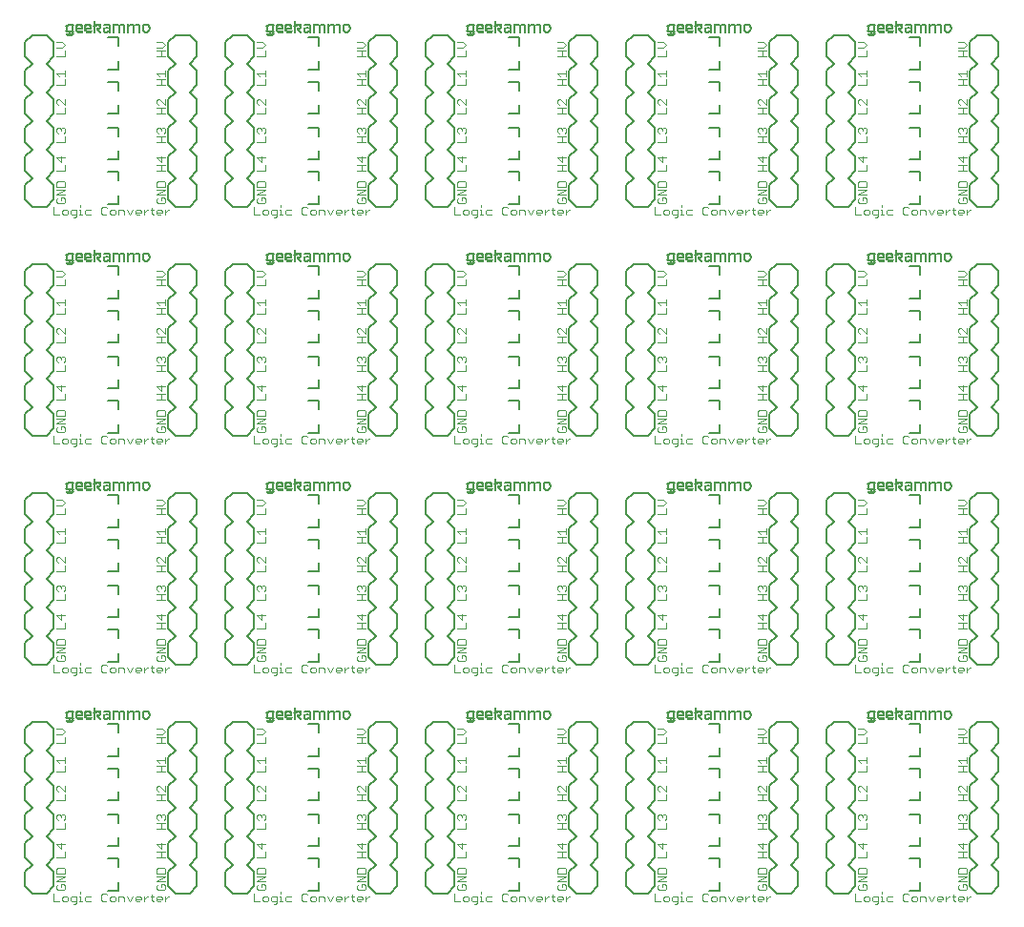
<source format=gto>
G75*
G70*
%OFA0B0*%
%FSLAX24Y24*%
%IPPOS*%
%LPD*%
%AMOC8*
5,1,8,0,0,1.08239X$1,22.5*
%
%ADD10C,0.0030*%
%ADD11R,0.0160X0.0010*%
%ADD12R,0.0210X0.0010*%
%ADD13R,0.0230X0.0010*%
%ADD14R,0.0240X0.0010*%
%ADD15R,0.0250X0.0010*%
%ADD16R,0.0030X0.0010*%
%ADD17R,0.0110X0.0010*%
%ADD18R,0.0100X0.0010*%
%ADD19R,0.0090X0.0010*%
%ADD20R,0.0080X0.0010*%
%ADD21R,0.0070X0.0010*%
%ADD22R,0.0170X0.0010*%
%ADD23R,0.0180X0.0010*%
%ADD24R,0.0120X0.0010*%
%ADD25R,0.0040X0.0010*%
%ADD26R,0.0060X0.0010*%
%ADD27R,0.0050X0.0010*%
%ADD28R,0.0220X0.0010*%
%ADD29R,0.0200X0.0010*%
%ADD30R,0.0260X0.0010*%
%ADD31R,0.0270X0.0010*%
%ADD32R,0.0280X0.0010*%
%ADD33R,0.0010X0.0010*%
%ADD34R,0.0130X0.0010*%
%ADD35R,0.0150X0.0010*%
%ADD36R,0.0290X0.0010*%
%ADD37R,0.0190X0.0010*%
%ADD38R,0.0140X0.0010*%
%ADD39C,0.0060*%
D10*
X008147Y007361D02*
X008341Y007361D01*
X008442Y007409D02*
X008490Y007361D01*
X008587Y007361D01*
X008636Y007409D01*
X008636Y007506D01*
X008587Y007554D01*
X008490Y007554D01*
X008442Y007506D01*
X008442Y007409D01*
X008737Y007409D02*
X008785Y007361D01*
X008930Y007361D01*
X008930Y007313D02*
X008930Y007554D01*
X008785Y007554D01*
X008737Y007506D01*
X008737Y007409D01*
X008833Y007264D02*
X008882Y007264D01*
X008930Y007313D01*
X009031Y007361D02*
X009128Y007361D01*
X009080Y007361D02*
X009080Y007554D01*
X009031Y007554D01*
X009080Y007651D02*
X009080Y007700D01*
X009228Y007506D02*
X009228Y007409D01*
X009276Y007361D01*
X009421Y007361D01*
X009421Y007554D02*
X009276Y007554D01*
X009228Y007506D01*
X009817Y007409D02*
X009865Y007361D01*
X009962Y007361D01*
X010011Y007409D01*
X010112Y007409D02*
X010160Y007361D01*
X010257Y007361D01*
X010305Y007409D01*
X010305Y007506D01*
X010257Y007554D01*
X010160Y007554D01*
X010112Y007506D01*
X010112Y007409D01*
X010011Y007603D02*
X009962Y007651D01*
X009865Y007651D01*
X009817Y007603D01*
X009817Y007409D01*
X010406Y007361D02*
X010406Y007554D01*
X010551Y007554D01*
X010600Y007506D01*
X010600Y007361D01*
X010798Y007361D02*
X010894Y007554D01*
X010996Y007506D02*
X011044Y007554D01*
X011141Y007554D01*
X011189Y007506D01*
X011189Y007458D01*
X010996Y007458D01*
X010996Y007506D02*
X010996Y007409D01*
X011044Y007361D01*
X011141Y007361D01*
X011290Y007361D02*
X011290Y007554D01*
X011290Y007458D02*
X011387Y007554D01*
X011435Y007554D01*
X011536Y007554D02*
X011633Y007554D01*
X011584Y007603D02*
X011584Y007409D01*
X011633Y007361D01*
X011732Y007409D02*
X011732Y007506D01*
X011781Y007554D01*
X011877Y007554D01*
X011926Y007506D01*
X011926Y007458D01*
X011732Y007458D01*
X011732Y007409D02*
X011781Y007361D01*
X011877Y007361D01*
X012027Y007361D02*
X012027Y007554D01*
X012027Y007458D02*
X012124Y007554D01*
X012172Y007554D01*
X011989Y007771D02*
X012037Y007819D01*
X012037Y007916D01*
X011989Y007964D01*
X011892Y007964D01*
X011892Y007868D01*
X011796Y007964D02*
X011747Y007916D01*
X011747Y007819D01*
X011796Y007771D01*
X011989Y007771D01*
X012037Y008066D02*
X011747Y008066D01*
X012037Y008259D01*
X011747Y008259D01*
X011747Y008360D02*
X011747Y008505D01*
X011796Y008554D01*
X011989Y008554D01*
X012037Y008505D01*
X012037Y008360D01*
X011747Y008360D01*
X011747Y008921D02*
X012037Y008921D01*
X011892Y008921D02*
X011892Y009114D01*
X011892Y009216D02*
X011892Y009409D01*
X011747Y009361D02*
X011892Y009216D01*
X011747Y009114D02*
X012037Y009114D01*
X012037Y009361D02*
X011747Y009361D01*
X011747Y009921D02*
X012037Y009921D01*
X011892Y009921D02*
X011892Y010114D01*
X011796Y010216D02*
X011747Y010264D01*
X011747Y010361D01*
X011796Y010409D01*
X011844Y010409D01*
X011892Y010361D01*
X011941Y010409D01*
X011989Y010409D01*
X012037Y010361D01*
X012037Y010264D01*
X011989Y010216D01*
X012037Y010114D02*
X011747Y010114D01*
X011892Y010312D02*
X011892Y010361D01*
X011892Y010921D02*
X011892Y011114D01*
X011796Y011216D02*
X011747Y011264D01*
X011747Y011361D01*
X011796Y011409D01*
X011844Y011409D01*
X012037Y011216D01*
X012037Y011409D01*
X012037Y011114D02*
X011747Y011114D01*
X011747Y010921D02*
X012037Y010921D01*
X012037Y011921D02*
X011747Y011921D01*
X011892Y011921D02*
X011892Y012114D01*
X011844Y012216D02*
X011747Y012312D01*
X012037Y012312D01*
X012037Y012216D02*
X012037Y012409D01*
X012037Y012114D02*
X011747Y012114D01*
X011747Y012921D02*
X012037Y012921D01*
X011892Y012921D02*
X011892Y013114D01*
X011941Y013216D02*
X012037Y013312D01*
X011941Y013409D01*
X011747Y013409D01*
X011747Y013216D02*
X011941Y013216D01*
X012037Y013114D02*
X011747Y013114D01*
X011781Y015361D02*
X011732Y015409D01*
X011732Y015506D01*
X011781Y015554D01*
X011877Y015554D01*
X011926Y015506D01*
X011926Y015458D01*
X011732Y015458D01*
X011781Y015361D02*
X011877Y015361D01*
X012027Y015361D02*
X012027Y015554D01*
X012027Y015458D02*
X012124Y015554D01*
X012172Y015554D01*
X011989Y015771D02*
X012037Y015819D01*
X012037Y015916D01*
X011989Y015964D01*
X011892Y015964D01*
X011892Y015868D01*
X011796Y015964D02*
X011747Y015916D01*
X011747Y015819D01*
X011796Y015771D01*
X011989Y015771D01*
X012037Y016066D02*
X011747Y016066D01*
X012037Y016259D01*
X011747Y016259D01*
X011747Y016360D02*
X011747Y016505D01*
X011796Y016554D01*
X011989Y016554D01*
X012037Y016505D01*
X012037Y016360D01*
X011747Y016360D01*
X011747Y016921D02*
X012037Y016921D01*
X011892Y016921D02*
X011892Y017114D01*
X011892Y017216D02*
X011892Y017409D01*
X011747Y017361D02*
X011892Y017216D01*
X011747Y017114D02*
X012037Y017114D01*
X012037Y017361D02*
X011747Y017361D01*
X011747Y017921D02*
X012037Y017921D01*
X011892Y017921D02*
X011892Y018114D01*
X011796Y018216D02*
X011747Y018264D01*
X011747Y018361D01*
X011796Y018409D01*
X011844Y018409D01*
X011892Y018361D01*
X011941Y018409D01*
X011989Y018409D01*
X012037Y018361D01*
X012037Y018264D01*
X011989Y018216D01*
X012037Y018114D02*
X011747Y018114D01*
X011892Y018312D02*
X011892Y018361D01*
X011892Y018921D02*
X011892Y019114D01*
X011796Y019216D02*
X011747Y019264D01*
X011747Y019361D01*
X011796Y019409D01*
X011844Y019409D01*
X012037Y019216D01*
X012037Y019409D01*
X012037Y019114D02*
X011747Y019114D01*
X011747Y018921D02*
X012037Y018921D01*
X012037Y019921D02*
X011747Y019921D01*
X011892Y019921D02*
X011892Y020114D01*
X011844Y020216D02*
X011747Y020312D01*
X012037Y020312D01*
X012037Y020216D02*
X012037Y020409D01*
X012037Y020114D02*
X011747Y020114D01*
X011747Y020921D02*
X012037Y020921D01*
X011892Y020921D02*
X011892Y021114D01*
X011941Y021216D02*
X012037Y021312D01*
X011941Y021409D01*
X011747Y021409D01*
X011747Y021216D02*
X011941Y021216D01*
X012037Y021114D02*
X011747Y021114D01*
X011781Y023361D02*
X011732Y023409D01*
X011732Y023506D01*
X011781Y023554D01*
X011877Y023554D01*
X011926Y023506D01*
X011926Y023458D01*
X011732Y023458D01*
X011781Y023361D02*
X011877Y023361D01*
X012027Y023361D02*
X012027Y023554D01*
X012027Y023458D02*
X012124Y023554D01*
X012172Y023554D01*
X011989Y023771D02*
X012037Y023819D01*
X012037Y023916D01*
X011989Y023964D01*
X011892Y023964D01*
X011892Y023868D01*
X011796Y023964D02*
X011747Y023916D01*
X011747Y023819D01*
X011796Y023771D01*
X011989Y023771D01*
X012037Y024066D02*
X011747Y024066D01*
X012037Y024259D01*
X011747Y024259D01*
X011747Y024360D02*
X011747Y024505D01*
X011796Y024554D01*
X011989Y024554D01*
X012037Y024505D01*
X012037Y024360D01*
X011747Y024360D01*
X011747Y024921D02*
X012037Y024921D01*
X011892Y024921D02*
X011892Y025114D01*
X011892Y025216D02*
X011892Y025409D01*
X011747Y025361D02*
X011892Y025216D01*
X011747Y025114D02*
X012037Y025114D01*
X012037Y025361D02*
X011747Y025361D01*
X011747Y025921D02*
X012037Y025921D01*
X011892Y025921D02*
X011892Y026114D01*
X011796Y026216D02*
X011747Y026264D01*
X011747Y026361D01*
X011796Y026409D01*
X011844Y026409D01*
X011892Y026361D01*
X011941Y026409D01*
X011989Y026409D01*
X012037Y026361D01*
X012037Y026264D01*
X011989Y026216D01*
X012037Y026114D02*
X011747Y026114D01*
X011892Y026312D02*
X011892Y026361D01*
X011892Y026921D02*
X011892Y027114D01*
X011796Y027216D02*
X011747Y027264D01*
X011747Y027361D01*
X011796Y027409D01*
X011844Y027409D01*
X012037Y027216D01*
X012037Y027409D01*
X012037Y027114D02*
X011747Y027114D01*
X011747Y026921D02*
X012037Y026921D01*
X012037Y027921D02*
X011747Y027921D01*
X011892Y027921D02*
X011892Y028114D01*
X011844Y028216D02*
X011747Y028312D01*
X012037Y028312D01*
X012037Y028216D02*
X012037Y028409D01*
X012037Y028114D02*
X011747Y028114D01*
X011747Y028921D02*
X012037Y028921D01*
X011892Y028921D02*
X011892Y029114D01*
X011941Y029216D02*
X012037Y029312D01*
X011941Y029409D01*
X011747Y029409D01*
X011747Y029216D02*
X011941Y029216D01*
X012037Y029114D02*
X011747Y029114D01*
X011781Y031361D02*
X011732Y031409D01*
X011732Y031506D01*
X011781Y031554D01*
X011877Y031554D01*
X011926Y031506D01*
X011926Y031458D01*
X011732Y031458D01*
X011781Y031361D02*
X011877Y031361D01*
X012027Y031361D02*
X012027Y031554D01*
X012027Y031458D02*
X012124Y031554D01*
X012172Y031554D01*
X011989Y031771D02*
X012037Y031819D01*
X012037Y031916D01*
X011989Y031964D01*
X011892Y031964D01*
X011892Y031868D01*
X011796Y031964D02*
X011747Y031916D01*
X011747Y031819D01*
X011796Y031771D01*
X011989Y031771D01*
X012037Y032066D02*
X011747Y032066D01*
X012037Y032259D01*
X011747Y032259D01*
X011747Y032360D02*
X011747Y032505D01*
X011796Y032554D01*
X011989Y032554D01*
X012037Y032505D01*
X012037Y032360D01*
X011747Y032360D01*
X011747Y032921D02*
X012037Y032921D01*
X011892Y032921D02*
X011892Y033114D01*
X011892Y033216D02*
X011892Y033409D01*
X011747Y033361D02*
X011892Y033216D01*
X011747Y033114D02*
X012037Y033114D01*
X012037Y033361D02*
X011747Y033361D01*
X011747Y033921D02*
X012037Y033921D01*
X011892Y033921D02*
X011892Y034114D01*
X011796Y034216D02*
X011747Y034264D01*
X011747Y034361D01*
X011796Y034409D01*
X011844Y034409D01*
X011892Y034361D01*
X011941Y034409D01*
X011989Y034409D01*
X012037Y034361D01*
X012037Y034264D01*
X011989Y034216D01*
X012037Y034114D02*
X011747Y034114D01*
X011892Y034312D02*
X011892Y034361D01*
X011892Y034921D02*
X011892Y035114D01*
X011796Y035216D02*
X011747Y035264D01*
X011747Y035361D01*
X011796Y035409D01*
X011844Y035409D01*
X012037Y035216D01*
X012037Y035409D01*
X012037Y035114D02*
X011747Y035114D01*
X011747Y034921D02*
X012037Y034921D01*
X012037Y035921D02*
X011747Y035921D01*
X011892Y035921D02*
X011892Y036114D01*
X011844Y036216D02*
X011747Y036312D01*
X012037Y036312D01*
X012037Y036216D02*
X012037Y036409D01*
X012037Y036114D02*
X011747Y036114D01*
X011747Y036921D02*
X012037Y036921D01*
X011892Y036921D02*
X011892Y037114D01*
X011941Y037216D02*
X012037Y037312D01*
X011941Y037409D01*
X011747Y037409D01*
X011747Y037216D02*
X011941Y037216D01*
X012037Y037114D02*
X011747Y037114D01*
X008537Y037114D02*
X008537Y036921D01*
X008247Y036921D01*
X008247Y037216D02*
X008441Y037216D01*
X008537Y037312D01*
X008441Y037409D01*
X008247Y037409D01*
X008537Y036409D02*
X008537Y036216D01*
X008537Y036312D02*
X008247Y036312D01*
X008344Y036216D01*
X008537Y036114D02*
X008537Y035921D01*
X008247Y035921D01*
X008296Y035409D02*
X008247Y035361D01*
X008247Y035264D01*
X008296Y035216D01*
X008296Y035409D02*
X008344Y035409D01*
X008537Y035216D01*
X008537Y035409D01*
X008537Y035114D02*
X008537Y034921D01*
X008247Y034921D01*
X008296Y034409D02*
X008344Y034409D01*
X008392Y034361D01*
X008441Y034409D01*
X008489Y034409D01*
X008537Y034361D01*
X008537Y034264D01*
X008489Y034216D01*
X008537Y034114D02*
X008537Y033921D01*
X008247Y033921D01*
X008296Y034216D02*
X008247Y034264D01*
X008247Y034361D01*
X008296Y034409D01*
X008392Y034361D02*
X008392Y034312D01*
X008392Y033409D02*
X008392Y033216D01*
X008247Y033361D01*
X008537Y033361D01*
X008537Y033114D02*
X008537Y032921D01*
X008247Y032921D01*
X008296Y032554D02*
X008247Y032505D01*
X008247Y032360D01*
X008537Y032360D01*
X008537Y032505D01*
X008489Y032554D01*
X008296Y032554D01*
X008247Y032259D02*
X008537Y032259D01*
X008247Y032066D01*
X008537Y032066D01*
X008489Y031964D02*
X008392Y031964D01*
X008392Y031868D01*
X008296Y031964D02*
X008247Y031916D01*
X008247Y031819D01*
X008296Y031771D01*
X008489Y031771D01*
X008537Y031819D01*
X008537Y031916D01*
X008489Y031964D01*
X008490Y031554D02*
X008442Y031506D01*
X008442Y031409D01*
X008490Y031361D01*
X008587Y031361D01*
X008636Y031409D01*
X008636Y031506D01*
X008587Y031554D01*
X008490Y031554D01*
X008341Y031361D02*
X008147Y031361D01*
X008147Y031651D01*
X008737Y031506D02*
X008737Y031409D01*
X008785Y031361D01*
X008930Y031361D01*
X008930Y031313D02*
X008930Y031554D01*
X008785Y031554D01*
X008737Y031506D01*
X008833Y031264D02*
X008882Y031264D01*
X008930Y031313D01*
X009031Y031361D02*
X009128Y031361D01*
X009080Y031361D02*
X009080Y031554D01*
X009031Y031554D01*
X009080Y031651D02*
X009080Y031700D01*
X009228Y031506D02*
X009228Y031409D01*
X009276Y031361D01*
X009421Y031361D01*
X009421Y031554D02*
X009276Y031554D01*
X009228Y031506D01*
X009817Y031409D02*
X009865Y031361D01*
X009962Y031361D01*
X010011Y031409D01*
X010112Y031409D02*
X010160Y031361D01*
X010257Y031361D01*
X010305Y031409D01*
X010305Y031506D01*
X010257Y031554D01*
X010160Y031554D01*
X010112Y031506D01*
X010112Y031409D01*
X010011Y031603D02*
X009962Y031651D01*
X009865Y031651D01*
X009817Y031603D01*
X009817Y031409D01*
X010406Y031361D02*
X010406Y031554D01*
X010551Y031554D01*
X010600Y031506D01*
X010600Y031361D01*
X010798Y031361D02*
X010894Y031554D01*
X010996Y031506D02*
X011044Y031554D01*
X011141Y031554D01*
X011189Y031506D01*
X011189Y031458D01*
X010996Y031458D01*
X010996Y031506D02*
X010996Y031409D01*
X011044Y031361D01*
X011141Y031361D01*
X011290Y031361D02*
X011290Y031554D01*
X011290Y031458D02*
X011387Y031554D01*
X011435Y031554D01*
X011536Y031554D02*
X011633Y031554D01*
X011584Y031603D02*
X011584Y031409D01*
X011633Y031361D01*
X010798Y031361D02*
X010701Y031554D01*
X008441Y029409D02*
X008537Y029312D01*
X008441Y029216D01*
X008247Y029216D01*
X008247Y029409D02*
X008441Y029409D01*
X008537Y029114D02*
X008537Y028921D01*
X008247Y028921D01*
X008537Y028409D02*
X008537Y028216D01*
X008537Y028312D02*
X008247Y028312D01*
X008344Y028216D01*
X008537Y028114D02*
X008537Y027921D01*
X008247Y027921D01*
X008296Y027409D02*
X008247Y027361D01*
X008247Y027264D01*
X008296Y027216D01*
X008296Y027409D02*
X008344Y027409D01*
X008537Y027216D01*
X008537Y027409D01*
X008537Y027114D02*
X008537Y026921D01*
X008247Y026921D01*
X008296Y026409D02*
X008344Y026409D01*
X008392Y026361D01*
X008441Y026409D01*
X008489Y026409D01*
X008537Y026361D01*
X008537Y026264D01*
X008489Y026216D01*
X008537Y026114D02*
X008537Y025921D01*
X008247Y025921D01*
X008296Y026216D02*
X008247Y026264D01*
X008247Y026361D01*
X008296Y026409D01*
X008392Y026361D02*
X008392Y026312D01*
X008392Y025409D02*
X008392Y025216D01*
X008247Y025361D01*
X008537Y025361D01*
X008537Y025114D02*
X008537Y024921D01*
X008247Y024921D01*
X008296Y024554D02*
X008247Y024505D01*
X008247Y024360D01*
X008537Y024360D01*
X008537Y024505D01*
X008489Y024554D01*
X008296Y024554D01*
X008247Y024259D02*
X008537Y024259D01*
X008247Y024066D01*
X008537Y024066D01*
X008489Y023964D02*
X008392Y023964D01*
X008392Y023868D01*
X008296Y023964D02*
X008247Y023916D01*
X008247Y023819D01*
X008296Y023771D01*
X008489Y023771D01*
X008537Y023819D01*
X008537Y023916D01*
X008489Y023964D01*
X008490Y023554D02*
X008442Y023506D01*
X008442Y023409D01*
X008490Y023361D01*
X008587Y023361D01*
X008636Y023409D01*
X008636Y023506D01*
X008587Y023554D01*
X008490Y023554D01*
X008341Y023361D02*
X008147Y023361D01*
X008147Y023651D01*
X008737Y023506D02*
X008737Y023409D01*
X008785Y023361D01*
X008930Y023361D01*
X008930Y023313D02*
X008930Y023554D01*
X008785Y023554D01*
X008737Y023506D01*
X008833Y023264D02*
X008882Y023264D01*
X008930Y023313D01*
X009031Y023361D02*
X009128Y023361D01*
X009080Y023361D02*
X009080Y023554D01*
X009031Y023554D01*
X009080Y023651D02*
X009080Y023700D01*
X009228Y023506D02*
X009228Y023409D01*
X009276Y023361D01*
X009421Y023361D01*
X009421Y023554D02*
X009276Y023554D01*
X009228Y023506D01*
X009817Y023603D02*
X009817Y023409D01*
X009865Y023361D01*
X009962Y023361D01*
X010011Y023409D01*
X010112Y023409D02*
X010160Y023361D01*
X010257Y023361D01*
X010305Y023409D01*
X010305Y023506D01*
X010257Y023554D01*
X010160Y023554D01*
X010112Y023506D01*
X010112Y023409D01*
X010011Y023603D02*
X009962Y023651D01*
X009865Y023651D01*
X009817Y023603D01*
X010406Y023554D02*
X010551Y023554D01*
X010600Y023506D01*
X010600Y023361D01*
X010406Y023361D02*
X010406Y023554D01*
X010701Y023554D02*
X010798Y023361D01*
X010894Y023554D01*
X010996Y023506D02*
X011044Y023554D01*
X011141Y023554D01*
X011189Y023506D01*
X011189Y023458D01*
X010996Y023458D01*
X010996Y023506D02*
X010996Y023409D01*
X011044Y023361D01*
X011141Y023361D01*
X011290Y023361D02*
X011290Y023554D01*
X011290Y023458D02*
X011387Y023554D01*
X011435Y023554D01*
X011536Y023554D02*
X011633Y023554D01*
X011584Y023603D02*
X011584Y023409D01*
X011633Y023361D01*
X015147Y023361D02*
X015341Y023361D01*
X015442Y023409D02*
X015490Y023361D01*
X015587Y023361D01*
X015636Y023409D01*
X015636Y023506D01*
X015587Y023554D01*
X015490Y023554D01*
X015442Y023506D01*
X015442Y023409D01*
X015737Y023409D02*
X015785Y023361D01*
X015930Y023361D01*
X015930Y023313D02*
X015930Y023554D01*
X015785Y023554D01*
X015737Y023506D01*
X015737Y023409D01*
X015833Y023264D02*
X015882Y023264D01*
X015930Y023313D01*
X016031Y023361D02*
X016128Y023361D01*
X016080Y023361D02*
X016080Y023554D01*
X016031Y023554D01*
X016080Y023651D02*
X016080Y023700D01*
X016228Y023506D02*
X016228Y023409D01*
X016276Y023361D01*
X016421Y023361D01*
X016421Y023554D02*
X016276Y023554D01*
X016228Y023506D01*
X016817Y023603D02*
X016817Y023409D01*
X016865Y023361D01*
X016962Y023361D01*
X017011Y023409D01*
X017112Y023409D02*
X017160Y023361D01*
X017257Y023361D01*
X017305Y023409D01*
X017305Y023506D01*
X017257Y023554D01*
X017160Y023554D01*
X017112Y023506D01*
X017112Y023409D01*
X017011Y023603D02*
X016962Y023651D01*
X016865Y023651D01*
X016817Y023603D01*
X017406Y023554D02*
X017551Y023554D01*
X017600Y023506D01*
X017600Y023361D01*
X017406Y023361D02*
X017406Y023554D01*
X017701Y023554D02*
X017798Y023361D01*
X017894Y023554D01*
X017996Y023506D02*
X018044Y023554D01*
X018141Y023554D01*
X018189Y023506D01*
X018189Y023458D01*
X017996Y023458D01*
X017996Y023506D02*
X017996Y023409D01*
X018044Y023361D01*
X018141Y023361D01*
X018290Y023361D02*
X018290Y023554D01*
X018290Y023458D02*
X018387Y023554D01*
X018435Y023554D01*
X018536Y023554D02*
X018633Y023554D01*
X018584Y023603D02*
X018584Y023409D01*
X018633Y023361D01*
X018732Y023409D02*
X018732Y023506D01*
X018781Y023554D01*
X018877Y023554D01*
X018926Y023506D01*
X018926Y023458D01*
X018732Y023458D01*
X018732Y023409D02*
X018781Y023361D01*
X018877Y023361D01*
X019027Y023361D02*
X019027Y023554D01*
X019027Y023458D02*
X019124Y023554D01*
X019172Y023554D01*
X018989Y023771D02*
X018796Y023771D01*
X018747Y023819D01*
X018747Y023916D01*
X018796Y023964D01*
X018892Y023964D02*
X018892Y023868D01*
X018892Y023964D02*
X018989Y023964D01*
X019037Y023916D01*
X019037Y023819D01*
X018989Y023771D01*
X019037Y024066D02*
X018747Y024066D01*
X019037Y024259D01*
X018747Y024259D01*
X018747Y024360D02*
X018747Y024505D01*
X018796Y024554D01*
X018989Y024554D01*
X019037Y024505D01*
X019037Y024360D01*
X018747Y024360D01*
X018747Y024921D02*
X019037Y024921D01*
X018892Y024921D02*
X018892Y025114D01*
X018892Y025216D02*
X018892Y025409D01*
X018747Y025361D02*
X018892Y025216D01*
X018747Y025114D02*
X019037Y025114D01*
X019037Y025361D02*
X018747Y025361D01*
X018747Y025921D02*
X019037Y025921D01*
X018892Y025921D02*
X018892Y026114D01*
X018796Y026216D02*
X018747Y026264D01*
X018747Y026361D01*
X018796Y026409D01*
X018844Y026409D01*
X018892Y026361D01*
X018941Y026409D01*
X018989Y026409D01*
X019037Y026361D01*
X019037Y026264D01*
X018989Y026216D01*
X019037Y026114D02*
X018747Y026114D01*
X018892Y026312D02*
X018892Y026361D01*
X018892Y026921D02*
X018892Y027114D01*
X018796Y027216D02*
X018747Y027264D01*
X018747Y027361D01*
X018796Y027409D01*
X018844Y027409D01*
X019037Y027216D01*
X019037Y027409D01*
X019037Y027114D02*
X018747Y027114D01*
X018747Y026921D02*
X019037Y026921D01*
X019037Y027921D02*
X018747Y027921D01*
X018892Y027921D02*
X018892Y028114D01*
X018844Y028216D02*
X018747Y028312D01*
X019037Y028312D01*
X019037Y028216D02*
X019037Y028409D01*
X019037Y028114D02*
X018747Y028114D01*
X018747Y028921D02*
X019037Y028921D01*
X018892Y028921D02*
X018892Y029114D01*
X018941Y029216D02*
X019037Y029312D01*
X018941Y029409D01*
X018747Y029409D01*
X018747Y029216D02*
X018941Y029216D01*
X019037Y029114D02*
X018747Y029114D01*
X018781Y031361D02*
X018732Y031409D01*
X018732Y031506D01*
X018781Y031554D01*
X018877Y031554D01*
X018926Y031506D01*
X018926Y031458D01*
X018732Y031458D01*
X018781Y031361D02*
X018877Y031361D01*
X019027Y031361D02*
X019027Y031554D01*
X019027Y031458D02*
X019124Y031554D01*
X019172Y031554D01*
X018989Y031771D02*
X018796Y031771D01*
X018747Y031819D01*
X018747Y031916D01*
X018796Y031964D01*
X018892Y031964D02*
X018892Y031868D01*
X018892Y031964D02*
X018989Y031964D01*
X019037Y031916D01*
X019037Y031819D01*
X018989Y031771D01*
X019037Y032066D02*
X018747Y032066D01*
X019037Y032259D01*
X018747Y032259D01*
X018747Y032360D02*
X018747Y032505D01*
X018796Y032554D01*
X018989Y032554D01*
X019037Y032505D01*
X019037Y032360D01*
X018747Y032360D01*
X018747Y032921D02*
X019037Y032921D01*
X018892Y032921D02*
X018892Y033114D01*
X018892Y033216D02*
X018892Y033409D01*
X018747Y033361D02*
X018892Y033216D01*
X018747Y033114D02*
X019037Y033114D01*
X019037Y033361D02*
X018747Y033361D01*
X018747Y033921D02*
X019037Y033921D01*
X018892Y033921D02*
X018892Y034114D01*
X018796Y034216D02*
X018747Y034264D01*
X018747Y034361D01*
X018796Y034409D01*
X018844Y034409D01*
X018892Y034361D01*
X018941Y034409D01*
X018989Y034409D01*
X019037Y034361D01*
X019037Y034264D01*
X018989Y034216D01*
X019037Y034114D02*
X018747Y034114D01*
X018892Y034312D02*
X018892Y034361D01*
X018892Y034921D02*
X018892Y035114D01*
X018796Y035216D02*
X018747Y035264D01*
X018747Y035361D01*
X018796Y035409D01*
X018844Y035409D01*
X019037Y035216D01*
X019037Y035409D01*
X019037Y035114D02*
X018747Y035114D01*
X018747Y034921D02*
X019037Y034921D01*
X019037Y035921D02*
X018747Y035921D01*
X018892Y035921D02*
X018892Y036114D01*
X018844Y036216D02*
X018747Y036312D01*
X019037Y036312D01*
X019037Y036216D02*
X019037Y036409D01*
X019037Y036114D02*
X018747Y036114D01*
X018747Y036921D02*
X019037Y036921D01*
X018892Y036921D02*
X018892Y037114D01*
X018941Y037216D02*
X018747Y037216D01*
X018747Y037114D02*
X019037Y037114D01*
X018941Y037216D02*
X019037Y037312D01*
X018941Y037409D01*
X018747Y037409D01*
X015537Y037312D02*
X015441Y037409D01*
X015247Y037409D01*
X015247Y037216D02*
X015441Y037216D01*
X015537Y037312D01*
X015537Y037114D02*
X015537Y036921D01*
X015247Y036921D01*
X015537Y036409D02*
X015537Y036216D01*
X015537Y036312D02*
X015247Y036312D01*
X015344Y036216D01*
X015537Y036114D02*
X015537Y035921D01*
X015247Y035921D01*
X015296Y035409D02*
X015247Y035361D01*
X015247Y035264D01*
X015296Y035216D01*
X015296Y035409D02*
X015344Y035409D01*
X015537Y035216D01*
X015537Y035409D01*
X015537Y035114D02*
X015537Y034921D01*
X015247Y034921D01*
X015296Y034409D02*
X015344Y034409D01*
X015392Y034361D01*
X015441Y034409D01*
X015489Y034409D01*
X015537Y034361D01*
X015537Y034264D01*
X015489Y034216D01*
X015537Y034114D02*
X015537Y033921D01*
X015247Y033921D01*
X015296Y034216D02*
X015247Y034264D01*
X015247Y034361D01*
X015296Y034409D01*
X015392Y034361D02*
X015392Y034312D01*
X015392Y033409D02*
X015392Y033216D01*
X015247Y033361D01*
X015537Y033361D01*
X015537Y033114D02*
X015537Y032921D01*
X015247Y032921D01*
X015296Y032554D02*
X015247Y032505D01*
X015247Y032360D01*
X015537Y032360D01*
X015537Y032505D01*
X015489Y032554D01*
X015296Y032554D01*
X015247Y032259D02*
X015537Y032259D01*
X015247Y032066D01*
X015537Y032066D01*
X015489Y031964D02*
X015392Y031964D01*
X015392Y031868D01*
X015296Y031964D02*
X015247Y031916D01*
X015247Y031819D01*
X015296Y031771D01*
X015489Y031771D01*
X015537Y031819D01*
X015537Y031916D01*
X015489Y031964D01*
X015490Y031554D02*
X015442Y031506D01*
X015442Y031409D01*
X015490Y031361D01*
X015587Y031361D01*
X015636Y031409D01*
X015636Y031506D01*
X015587Y031554D01*
X015490Y031554D01*
X015341Y031361D02*
X015147Y031361D01*
X015147Y031651D01*
X015737Y031506D02*
X015737Y031409D01*
X015785Y031361D01*
X015930Y031361D01*
X015930Y031313D02*
X015930Y031554D01*
X015785Y031554D01*
X015737Y031506D01*
X015833Y031264D02*
X015882Y031264D01*
X015930Y031313D01*
X016031Y031361D02*
X016128Y031361D01*
X016080Y031361D02*
X016080Y031554D01*
X016031Y031554D01*
X016080Y031651D02*
X016080Y031700D01*
X016228Y031506D02*
X016228Y031409D01*
X016276Y031361D01*
X016421Y031361D01*
X016421Y031554D02*
X016276Y031554D01*
X016228Y031506D01*
X016817Y031409D02*
X016865Y031361D01*
X016962Y031361D01*
X017011Y031409D01*
X017112Y031409D02*
X017160Y031361D01*
X017257Y031361D01*
X017305Y031409D01*
X017305Y031506D01*
X017257Y031554D01*
X017160Y031554D01*
X017112Y031506D01*
X017112Y031409D01*
X017011Y031603D02*
X016962Y031651D01*
X016865Y031651D01*
X016817Y031603D01*
X016817Y031409D01*
X017406Y031361D02*
X017406Y031554D01*
X017551Y031554D01*
X017600Y031506D01*
X017600Y031361D01*
X017798Y031361D02*
X017894Y031554D01*
X017996Y031506D02*
X018044Y031554D01*
X018141Y031554D01*
X018189Y031506D01*
X018189Y031458D01*
X017996Y031458D01*
X017996Y031506D02*
X017996Y031409D01*
X018044Y031361D01*
X018141Y031361D01*
X018290Y031361D02*
X018290Y031554D01*
X018290Y031458D02*
X018387Y031554D01*
X018435Y031554D01*
X018536Y031554D02*
X018633Y031554D01*
X018584Y031603D02*
X018584Y031409D01*
X018633Y031361D01*
X017798Y031361D02*
X017701Y031554D01*
X015441Y029409D02*
X015537Y029312D01*
X015441Y029216D01*
X015247Y029216D01*
X015247Y029409D02*
X015441Y029409D01*
X015537Y029114D02*
X015537Y028921D01*
X015247Y028921D01*
X015537Y028409D02*
X015537Y028216D01*
X015537Y028312D02*
X015247Y028312D01*
X015344Y028216D01*
X015537Y028114D02*
X015537Y027921D01*
X015247Y027921D01*
X015296Y027409D02*
X015247Y027361D01*
X015247Y027264D01*
X015296Y027216D01*
X015296Y027409D02*
X015344Y027409D01*
X015537Y027216D01*
X015537Y027409D01*
X015537Y027114D02*
X015537Y026921D01*
X015247Y026921D01*
X015296Y026409D02*
X015344Y026409D01*
X015392Y026361D01*
X015441Y026409D01*
X015489Y026409D01*
X015537Y026361D01*
X015537Y026264D01*
X015489Y026216D01*
X015537Y026114D02*
X015537Y025921D01*
X015247Y025921D01*
X015296Y026216D02*
X015247Y026264D01*
X015247Y026361D01*
X015296Y026409D01*
X015392Y026361D02*
X015392Y026312D01*
X015392Y025409D02*
X015392Y025216D01*
X015247Y025361D01*
X015537Y025361D01*
X015537Y025114D02*
X015537Y024921D01*
X015247Y024921D01*
X015296Y024554D02*
X015247Y024505D01*
X015247Y024360D01*
X015537Y024360D01*
X015537Y024505D01*
X015489Y024554D01*
X015296Y024554D01*
X015247Y024259D02*
X015537Y024259D01*
X015247Y024066D01*
X015537Y024066D01*
X015489Y023964D02*
X015392Y023964D01*
X015392Y023868D01*
X015296Y023964D02*
X015247Y023916D01*
X015247Y023819D01*
X015296Y023771D01*
X015489Y023771D01*
X015537Y023819D01*
X015537Y023916D01*
X015489Y023964D01*
X015147Y023651D02*
X015147Y023361D01*
X015247Y021409D02*
X015441Y021409D01*
X015537Y021312D01*
X015441Y021216D01*
X015247Y021216D01*
X015247Y020921D02*
X015537Y020921D01*
X015537Y021114D01*
X015537Y020409D02*
X015537Y020216D01*
X015537Y020312D02*
X015247Y020312D01*
X015344Y020216D01*
X015537Y020114D02*
X015537Y019921D01*
X015247Y019921D01*
X015296Y019409D02*
X015247Y019361D01*
X015247Y019264D01*
X015296Y019216D01*
X015296Y019409D02*
X015344Y019409D01*
X015537Y019216D01*
X015537Y019409D01*
X015537Y019114D02*
X015537Y018921D01*
X015247Y018921D01*
X015296Y018409D02*
X015344Y018409D01*
X015392Y018361D01*
X015441Y018409D01*
X015489Y018409D01*
X015537Y018361D01*
X015537Y018264D01*
X015489Y018216D01*
X015537Y018114D02*
X015537Y017921D01*
X015247Y017921D01*
X015296Y018216D02*
X015247Y018264D01*
X015247Y018361D01*
X015296Y018409D01*
X015392Y018361D02*
X015392Y018312D01*
X015392Y017409D02*
X015392Y017216D01*
X015247Y017361D01*
X015537Y017361D01*
X015537Y017114D02*
X015537Y016921D01*
X015247Y016921D01*
X015296Y016554D02*
X015247Y016505D01*
X015247Y016360D01*
X015537Y016360D01*
X015537Y016505D01*
X015489Y016554D01*
X015296Y016554D01*
X015247Y016259D02*
X015537Y016259D01*
X015247Y016066D01*
X015537Y016066D01*
X015489Y015964D02*
X015392Y015964D01*
X015392Y015868D01*
X015296Y015964D02*
X015247Y015916D01*
X015247Y015819D01*
X015296Y015771D01*
X015489Y015771D01*
X015537Y015819D01*
X015537Y015916D01*
X015489Y015964D01*
X015490Y015554D02*
X015442Y015506D01*
X015442Y015409D01*
X015490Y015361D01*
X015587Y015361D01*
X015636Y015409D01*
X015636Y015506D01*
X015587Y015554D01*
X015490Y015554D01*
X015341Y015361D02*
X015147Y015361D01*
X015147Y015651D01*
X015737Y015506D02*
X015737Y015409D01*
X015785Y015361D01*
X015930Y015361D01*
X015930Y015313D02*
X015930Y015554D01*
X015785Y015554D01*
X015737Y015506D01*
X015833Y015264D02*
X015882Y015264D01*
X015930Y015313D01*
X016031Y015361D02*
X016128Y015361D01*
X016080Y015361D02*
X016080Y015554D01*
X016031Y015554D01*
X016080Y015651D02*
X016080Y015700D01*
X016228Y015506D02*
X016228Y015409D01*
X016276Y015361D01*
X016421Y015361D01*
X016421Y015554D02*
X016276Y015554D01*
X016228Y015506D01*
X016817Y015409D02*
X016865Y015361D01*
X016962Y015361D01*
X017011Y015409D01*
X017112Y015409D02*
X017160Y015361D01*
X017257Y015361D01*
X017305Y015409D01*
X017305Y015506D01*
X017257Y015554D01*
X017160Y015554D01*
X017112Y015506D01*
X017112Y015409D01*
X017011Y015603D02*
X016962Y015651D01*
X016865Y015651D01*
X016817Y015603D01*
X016817Y015409D01*
X017406Y015361D02*
X017406Y015554D01*
X017551Y015554D01*
X017600Y015506D01*
X017600Y015361D01*
X017798Y015361D02*
X017894Y015554D01*
X017996Y015506D02*
X018044Y015554D01*
X018141Y015554D01*
X018189Y015506D01*
X018189Y015458D01*
X017996Y015458D01*
X017996Y015506D02*
X017996Y015409D01*
X018044Y015361D01*
X018141Y015361D01*
X018290Y015361D02*
X018290Y015554D01*
X018290Y015458D02*
X018387Y015554D01*
X018435Y015554D01*
X018536Y015554D02*
X018633Y015554D01*
X018584Y015603D02*
X018584Y015409D01*
X018633Y015361D01*
X018732Y015409D02*
X018781Y015361D01*
X018877Y015361D01*
X018926Y015458D02*
X018732Y015458D01*
X018732Y015506D02*
X018781Y015554D01*
X018877Y015554D01*
X018926Y015506D01*
X018926Y015458D01*
X019027Y015458D02*
X019124Y015554D01*
X019172Y015554D01*
X019027Y015554D02*
X019027Y015361D01*
X018732Y015409D02*
X018732Y015506D01*
X018796Y015771D02*
X018989Y015771D01*
X019037Y015819D01*
X019037Y015916D01*
X018989Y015964D01*
X018892Y015964D01*
X018892Y015868D01*
X018796Y015964D02*
X018747Y015916D01*
X018747Y015819D01*
X018796Y015771D01*
X018747Y016066D02*
X019037Y016259D01*
X018747Y016259D01*
X018747Y016360D02*
X018747Y016505D01*
X018796Y016554D01*
X018989Y016554D01*
X019037Y016505D01*
X019037Y016360D01*
X018747Y016360D01*
X018747Y016066D02*
X019037Y016066D01*
X019037Y016921D02*
X018747Y016921D01*
X018892Y016921D02*
X018892Y017114D01*
X018892Y017216D02*
X018892Y017409D01*
X019037Y017361D02*
X018747Y017361D01*
X018892Y017216D01*
X018747Y017114D02*
X019037Y017114D01*
X019037Y017921D02*
X018747Y017921D01*
X018892Y017921D02*
X018892Y018114D01*
X018796Y018216D02*
X018747Y018264D01*
X018747Y018361D01*
X018796Y018409D01*
X018844Y018409D01*
X018892Y018361D01*
X018941Y018409D01*
X018989Y018409D01*
X019037Y018361D01*
X019037Y018264D01*
X018989Y018216D01*
X019037Y018114D02*
X018747Y018114D01*
X018892Y018312D02*
X018892Y018361D01*
X018892Y018921D02*
X018892Y019114D01*
X018796Y019216D02*
X018747Y019264D01*
X018747Y019361D01*
X018796Y019409D01*
X018844Y019409D01*
X019037Y019216D01*
X019037Y019409D01*
X019037Y019114D02*
X018747Y019114D01*
X018747Y018921D02*
X019037Y018921D01*
X019037Y019921D02*
X018747Y019921D01*
X018892Y019921D02*
X018892Y020114D01*
X018844Y020216D02*
X018747Y020312D01*
X019037Y020312D01*
X019037Y020216D02*
X019037Y020409D01*
X019037Y020114D02*
X018747Y020114D01*
X018747Y020921D02*
X019037Y020921D01*
X018892Y020921D02*
X018892Y021114D01*
X018941Y021216D02*
X019037Y021312D01*
X018941Y021409D01*
X018747Y021409D01*
X018747Y021216D02*
X018941Y021216D01*
X019037Y021114D02*
X018747Y021114D01*
X022147Y023361D02*
X022341Y023361D01*
X022442Y023409D02*
X022490Y023361D01*
X022587Y023361D01*
X022636Y023409D01*
X022636Y023506D01*
X022587Y023554D01*
X022490Y023554D01*
X022442Y023506D01*
X022442Y023409D01*
X022737Y023409D02*
X022785Y023361D01*
X022930Y023361D01*
X022930Y023313D02*
X022930Y023554D01*
X022785Y023554D01*
X022737Y023506D01*
X022737Y023409D01*
X022833Y023264D02*
X022882Y023264D01*
X022930Y023313D01*
X023031Y023361D02*
X023128Y023361D01*
X023080Y023361D02*
X023080Y023554D01*
X023031Y023554D01*
X023080Y023651D02*
X023080Y023700D01*
X023228Y023506D02*
X023228Y023409D01*
X023276Y023361D01*
X023421Y023361D01*
X023421Y023554D02*
X023276Y023554D01*
X023228Y023506D01*
X023817Y023603D02*
X023817Y023409D01*
X023865Y023361D01*
X023962Y023361D01*
X024011Y023409D01*
X024112Y023409D02*
X024160Y023361D01*
X024257Y023361D01*
X024305Y023409D01*
X024305Y023506D01*
X024257Y023554D01*
X024160Y023554D01*
X024112Y023506D01*
X024112Y023409D01*
X024011Y023603D02*
X023962Y023651D01*
X023865Y023651D01*
X023817Y023603D01*
X024406Y023554D02*
X024551Y023554D01*
X024600Y023506D01*
X024600Y023361D01*
X024406Y023361D02*
X024406Y023554D01*
X024701Y023554D02*
X024798Y023361D01*
X024894Y023554D01*
X024996Y023506D02*
X025044Y023554D01*
X025141Y023554D01*
X025189Y023506D01*
X025189Y023458D01*
X024996Y023458D01*
X024996Y023506D02*
X024996Y023409D01*
X025044Y023361D01*
X025141Y023361D01*
X025290Y023361D02*
X025290Y023554D01*
X025290Y023458D02*
X025387Y023554D01*
X025435Y023554D01*
X025536Y023554D02*
X025633Y023554D01*
X025584Y023603D02*
X025584Y023409D01*
X025633Y023361D01*
X025732Y023409D02*
X025732Y023506D01*
X025781Y023554D01*
X025877Y023554D01*
X025926Y023506D01*
X025926Y023458D01*
X025732Y023458D01*
X025732Y023409D02*
X025781Y023361D01*
X025877Y023361D01*
X026027Y023361D02*
X026027Y023554D01*
X026027Y023458D02*
X026124Y023554D01*
X026172Y023554D01*
X025989Y023771D02*
X026037Y023819D01*
X026037Y023916D01*
X025989Y023964D01*
X025892Y023964D01*
X025892Y023868D01*
X025796Y023964D02*
X025747Y023916D01*
X025747Y023819D01*
X025796Y023771D01*
X025989Y023771D01*
X026037Y024066D02*
X025747Y024066D01*
X026037Y024259D01*
X025747Y024259D01*
X025747Y024360D02*
X025747Y024505D01*
X025796Y024554D01*
X025989Y024554D01*
X026037Y024505D01*
X026037Y024360D01*
X025747Y024360D01*
X025747Y024921D02*
X026037Y024921D01*
X025892Y024921D02*
X025892Y025114D01*
X025892Y025216D02*
X025892Y025409D01*
X025747Y025361D02*
X025892Y025216D01*
X025747Y025114D02*
X026037Y025114D01*
X026037Y025361D02*
X025747Y025361D01*
X025747Y025921D02*
X026037Y025921D01*
X025892Y025921D02*
X025892Y026114D01*
X025796Y026216D02*
X025747Y026264D01*
X025747Y026361D01*
X025796Y026409D01*
X025844Y026409D01*
X025892Y026361D01*
X025941Y026409D01*
X025989Y026409D01*
X026037Y026361D01*
X026037Y026264D01*
X025989Y026216D01*
X026037Y026114D02*
X025747Y026114D01*
X025892Y026312D02*
X025892Y026361D01*
X025892Y026921D02*
X025892Y027114D01*
X025796Y027216D02*
X025747Y027264D01*
X025747Y027361D01*
X025796Y027409D01*
X025844Y027409D01*
X026037Y027216D01*
X026037Y027409D01*
X026037Y027114D02*
X025747Y027114D01*
X025747Y026921D02*
X026037Y026921D01*
X026037Y027921D02*
X025747Y027921D01*
X025892Y027921D02*
X025892Y028114D01*
X025844Y028216D02*
X025747Y028312D01*
X026037Y028312D01*
X026037Y028216D02*
X026037Y028409D01*
X026037Y028114D02*
X025747Y028114D01*
X025747Y028921D02*
X026037Y028921D01*
X025892Y028921D02*
X025892Y029114D01*
X025941Y029216D02*
X026037Y029312D01*
X025941Y029409D01*
X025747Y029409D01*
X025747Y029216D02*
X025941Y029216D01*
X026037Y029114D02*
X025747Y029114D01*
X025781Y031361D02*
X025732Y031409D01*
X025732Y031506D01*
X025781Y031554D01*
X025877Y031554D01*
X025926Y031506D01*
X025926Y031458D01*
X025732Y031458D01*
X025781Y031361D02*
X025877Y031361D01*
X026027Y031361D02*
X026027Y031554D01*
X026027Y031458D02*
X026124Y031554D01*
X026172Y031554D01*
X025989Y031771D02*
X026037Y031819D01*
X026037Y031916D01*
X025989Y031964D01*
X025892Y031964D01*
X025892Y031868D01*
X025796Y031964D02*
X025747Y031916D01*
X025747Y031819D01*
X025796Y031771D01*
X025989Y031771D01*
X026037Y032066D02*
X025747Y032066D01*
X026037Y032259D01*
X025747Y032259D01*
X025747Y032360D02*
X025747Y032505D01*
X025796Y032554D01*
X025989Y032554D01*
X026037Y032505D01*
X026037Y032360D01*
X025747Y032360D01*
X025747Y032921D02*
X026037Y032921D01*
X025892Y032921D02*
X025892Y033114D01*
X025892Y033216D02*
X025892Y033409D01*
X025747Y033361D02*
X025892Y033216D01*
X025747Y033114D02*
X026037Y033114D01*
X026037Y033361D02*
X025747Y033361D01*
X025747Y033921D02*
X026037Y033921D01*
X025892Y033921D02*
X025892Y034114D01*
X025796Y034216D02*
X025747Y034264D01*
X025747Y034361D01*
X025796Y034409D01*
X025844Y034409D01*
X025892Y034361D01*
X025941Y034409D01*
X025989Y034409D01*
X026037Y034361D01*
X026037Y034264D01*
X025989Y034216D01*
X026037Y034114D02*
X025747Y034114D01*
X025892Y034312D02*
X025892Y034361D01*
X025892Y034921D02*
X025892Y035114D01*
X025796Y035216D02*
X025747Y035264D01*
X025747Y035361D01*
X025796Y035409D01*
X025844Y035409D01*
X026037Y035216D01*
X026037Y035409D01*
X026037Y035114D02*
X025747Y035114D01*
X025747Y034921D02*
X026037Y034921D01*
X026037Y035921D02*
X025747Y035921D01*
X025892Y035921D02*
X025892Y036114D01*
X025844Y036216D02*
X025747Y036312D01*
X026037Y036312D01*
X026037Y036216D02*
X026037Y036409D01*
X026037Y036114D02*
X025747Y036114D01*
X025747Y036921D02*
X026037Y036921D01*
X025892Y036921D02*
X025892Y037114D01*
X025941Y037216D02*
X026037Y037312D01*
X025941Y037409D01*
X025747Y037409D01*
X025747Y037216D02*
X025941Y037216D01*
X026037Y037114D02*
X025747Y037114D01*
X022537Y037114D02*
X022537Y036921D01*
X022247Y036921D01*
X022247Y037216D02*
X022441Y037216D01*
X022537Y037312D01*
X022441Y037409D01*
X022247Y037409D01*
X022537Y036409D02*
X022537Y036216D01*
X022537Y036312D02*
X022247Y036312D01*
X022344Y036216D01*
X022537Y036114D02*
X022537Y035921D01*
X022247Y035921D01*
X022296Y035409D02*
X022247Y035361D01*
X022247Y035264D01*
X022296Y035216D01*
X022296Y035409D02*
X022344Y035409D01*
X022537Y035216D01*
X022537Y035409D01*
X022537Y035114D02*
X022537Y034921D01*
X022247Y034921D01*
X022296Y034409D02*
X022344Y034409D01*
X022392Y034361D01*
X022441Y034409D01*
X022489Y034409D01*
X022537Y034361D01*
X022537Y034264D01*
X022489Y034216D01*
X022537Y034114D02*
X022537Y033921D01*
X022247Y033921D01*
X022296Y034216D02*
X022247Y034264D01*
X022247Y034361D01*
X022296Y034409D01*
X022392Y034361D02*
X022392Y034312D01*
X022392Y033409D02*
X022392Y033216D01*
X022247Y033361D01*
X022537Y033361D01*
X022537Y033114D02*
X022537Y032921D01*
X022247Y032921D01*
X022296Y032554D02*
X022247Y032505D01*
X022247Y032360D01*
X022537Y032360D01*
X022537Y032505D01*
X022489Y032554D01*
X022296Y032554D01*
X022247Y032259D02*
X022537Y032259D01*
X022247Y032066D01*
X022537Y032066D01*
X022489Y031964D02*
X022392Y031964D01*
X022392Y031868D01*
X022296Y031964D02*
X022247Y031916D01*
X022247Y031819D01*
X022296Y031771D01*
X022489Y031771D01*
X022537Y031819D01*
X022537Y031916D01*
X022489Y031964D01*
X022490Y031554D02*
X022442Y031506D01*
X022442Y031409D01*
X022490Y031361D01*
X022587Y031361D01*
X022636Y031409D01*
X022636Y031506D01*
X022587Y031554D01*
X022490Y031554D01*
X022341Y031361D02*
X022147Y031361D01*
X022147Y031651D01*
X022737Y031506D02*
X022737Y031409D01*
X022785Y031361D01*
X022930Y031361D01*
X022930Y031313D02*
X022930Y031554D01*
X022785Y031554D01*
X022737Y031506D01*
X022833Y031264D02*
X022882Y031264D01*
X022930Y031313D01*
X023031Y031361D02*
X023128Y031361D01*
X023080Y031361D02*
X023080Y031554D01*
X023031Y031554D01*
X023080Y031651D02*
X023080Y031700D01*
X023228Y031506D02*
X023228Y031409D01*
X023276Y031361D01*
X023421Y031361D01*
X023421Y031554D02*
X023276Y031554D01*
X023228Y031506D01*
X023817Y031409D02*
X023865Y031361D01*
X023962Y031361D01*
X024011Y031409D01*
X024112Y031409D02*
X024160Y031361D01*
X024257Y031361D01*
X024305Y031409D01*
X024305Y031506D01*
X024257Y031554D01*
X024160Y031554D01*
X024112Y031506D01*
X024112Y031409D01*
X024011Y031603D02*
X023962Y031651D01*
X023865Y031651D01*
X023817Y031603D01*
X023817Y031409D01*
X024406Y031361D02*
X024406Y031554D01*
X024551Y031554D01*
X024600Y031506D01*
X024600Y031361D01*
X024798Y031361D02*
X024894Y031554D01*
X024996Y031506D02*
X025044Y031554D01*
X025141Y031554D01*
X025189Y031506D01*
X025189Y031458D01*
X024996Y031458D01*
X024996Y031506D02*
X024996Y031409D01*
X025044Y031361D01*
X025141Y031361D01*
X025290Y031361D02*
X025290Y031554D01*
X025290Y031458D02*
X025387Y031554D01*
X025435Y031554D01*
X025536Y031554D02*
X025633Y031554D01*
X025584Y031603D02*
X025584Y031409D01*
X025633Y031361D01*
X024798Y031361D02*
X024701Y031554D01*
X022441Y029409D02*
X022537Y029312D01*
X022441Y029216D01*
X022247Y029216D01*
X022247Y029409D02*
X022441Y029409D01*
X022537Y029114D02*
X022537Y028921D01*
X022247Y028921D01*
X022537Y028409D02*
X022537Y028216D01*
X022537Y028312D02*
X022247Y028312D01*
X022344Y028216D01*
X022537Y028114D02*
X022537Y027921D01*
X022247Y027921D01*
X022296Y027409D02*
X022247Y027361D01*
X022247Y027264D01*
X022296Y027216D01*
X022296Y027409D02*
X022344Y027409D01*
X022537Y027216D01*
X022537Y027409D01*
X022537Y027114D02*
X022537Y026921D01*
X022247Y026921D01*
X022296Y026409D02*
X022344Y026409D01*
X022392Y026361D01*
X022441Y026409D01*
X022489Y026409D01*
X022537Y026361D01*
X022537Y026264D01*
X022489Y026216D01*
X022537Y026114D02*
X022537Y025921D01*
X022247Y025921D01*
X022296Y026216D02*
X022247Y026264D01*
X022247Y026361D01*
X022296Y026409D01*
X022392Y026361D02*
X022392Y026312D01*
X022392Y025409D02*
X022392Y025216D01*
X022247Y025361D01*
X022537Y025361D01*
X022537Y025114D02*
X022537Y024921D01*
X022247Y024921D01*
X022296Y024554D02*
X022247Y024505D01*
X022247Y024360D01*
X022537Y024360D01*
X022537Y024505D01*
X022489Y024554D01*
X022296Y024554D01*
X022247Y024259D02*
X022537Y024259D01*
X022247Y024066D01*
X022537Y024066D01*
X022489Y023964D02*
X022392Y023964D01*
X022392Y023868D01*
X022296Y023964D02*
X022247Y023916D01*
X022247Y023819D01*
X022296Y023771D01*
X022489Y023771D01*
X022537Y023819D01*
X022537Y023916D01*
X022489Y023964D01*
X022147Y023651D02*
X022147Y023361D01*
X022247Y021409D02*
X022441Y021409D01*
X022537Y021312D01*
X022441Y021216D01*
X022247Y021216D01*
X022247Y020921D02*
X022537Y020921D01*
X022537Y021114D01*
X022537Y020409D02*
X022537Y020216D01*
X022537Y020312D02*
X022247Y020312D01*
X022344Y020216D01*
X022537Y020114D02*
X022537Y019921D01*
X022247Y019921D01*
X022296Y019409D02*
X022247Y019361D01*
X022247Y019264D01*
X022296Y019216D01*
X022296Y019409D02*
X022344Y019409D01*
X022537Y019216D01*
X022537Y019409D01*
X022537Y019114D02*
X022537Y018921D01*
X022247Y018921D01*
X022296Y018409D02*
X022344Y018409D01*
X022392Y018361D01*
X022441Y018409D01*
X022489Y018409D01*
X022537Y018361D01*
X022537Y018264D01*
X022489Y018216D01*
X022537Y018114D02*
X022537Y017921D01*
X022247Y017921D01*
X022296Y018216D02*
X022247Y018264D01*
X022247Y018361D01*
X022296Y018409D01*
X022392Y018361D02*
X022392Y018312D01*
X022392Y017409D02*
X022392Y017216D01*
X022247Y017361D01*
X022537Y017361D01*
X022537Y017114D02*
X022537Y016921D01*
X022247Y016921D01*
X022296Y016554D02*
X022247Y016505D01*
X022247Y016360D01*
X022537Y016360D01*
X022537Y016505D01*
X022489Y016554D01*
X022296Y016554D01*
X022247Y016259D02*
X022537Y016259D01*
X022247Y016066D01*
X022537Y016066D01*
X022489Y015964D02*
X022392Y015964D01*
X022392Y015868D01*
X022296Y015964D02*
X022247Y015916D01*
X022247Y015819D01*
X022296Y015771D01*
X022489Y015771D01*
X022537Y015819D01*
X022537Y015916D01*
X022489Y015964D01*
X022490Y015554D02*
X022442Y015506D01*
X022442Y015409D01*
X022490Y015361D01*
X022587Y015361D01*
X022636Y015409D01*
X022636Y015506D01*
X022587Y015554D01*
X022490Y015554D01*
X022341Y015361D02*
X022147Y015361D01*
X022147Y015651D01*
X022737Y015506D02*
X022737Y015409D01*
X022785Y015361D01*
X022930Y015361D01*
X022930Y015313D02*
X022930Y015554D01*
X022785Y015554D01*
X022737Y015506D01*
X022833Y015264D02*
X022882Y015264D01*
X022930Y015313D01*
X023031Y015361D02*
X023128Y015361D01*
X023080Y015361D02*
X023080Y015554D01*
X023031Y015554D01*
X023080Y015651D02*
X023080Y015700D01*
X023228Y015506D02*
X023228Y015409D01*
X023276Y015361D01*
X023421Y015361D01*
X023421Y015554D02*
X023276Y015554D01*
X023228Y015506D01*
X023817Y015409D02*
X023865Y015361D01*
X023962Y015361D01*
X024011Y015409D01*
X024112Y015409D02*
X024160Y015361D01*
X024257Y015361D01*
X024305Y015409D01*
X024305Y015506D01*
X024257Y015554D01*
X024160Y015554D01*
X024112Y015506D01*
X024112Y015409D01*
X024011Y015603D02*
X023962Y015651D01*
X023865Y015651D01*
X023817Y015603D01*
X023817Y015409D01*
X024406Y015361D02*
X024406Y015554D01*
X024551Y015554D01*
X024600Y015506D01*
X024600Y015361D01*
X024798Y015361D02*
X024894Y015554D01*
X024996Y015506D02*
X025044Y015554D01*
X025141Y015554D01*
X025189Y015506D01*
X025189Y015458D01*
X024996Y015458D01*
X024996Y015506D02*
X024996Y015409D01*
X025044Y015361D01*
X025141Y015361D01*
X025290Y015361D02*
X025290Y015554D01*
X025290Y015458D02*
X025387Y015554D01*
X025435Y015554D01*
X025536Y015554D02*
X025633Y015554D01*
X025584Y015603D02*
X025584Y015409D01*
X025633Y015361D01*
X025732Y015409D02*
X025781Y015361D01*
X025877Y015361D01*
X025926Y015458D02*
X025732Y015458D01*
X025732Y015506D02*
X025781Y015554D01*
X025877Y015554D01*
X025926Y015506D01*
X025926Y015458D01*
X026027Y015458D02*
X026124Y015554D01*
X026172Y015554D01*
X026027Y015554D02*
X026027Y015361D01*
X025732Y015409D02*
X025732Y015506D01*
X025796Y015771D02*
X025989Y015771D01*
X026037Y015819D01*
X026037Y015916D01*
X025989Y015964D01*
X025892Y015964D01*
X025892Y015868D01*
X025796Y015964D02*
X025747Y015916D01*
X025747Y015819D01*
X025796Y015771D01*
X025747Y016066D02*
X026037Y016259D01*
X025747Y016259D01*
X025747Y016360D02*
X025747Y016505D01*
X025796Y016554D01*
X025989Y016554D01*
X026037Y016505D01*
X026037Y016360D01*
X025747Y016360D01*
X025747Y016066D02*
X026037Y016066D01*
X026037Y016921D02*
X025747Y016921D01*
X025892Y016921D02*
X025892Y017114D01*
X025892Y017216D02*
X025892Y017409D01*
X025747Y017361D02*
X025892Y017216D01*
X025747Y017114D02*
X026037Y017114D01*
X026037Y017361D02*
X025747Y017361D01*
X025747Y017921D02*
X026037Y017921D01*
X025892Y017921D02*
X025892Y018114D01*
X025796Y018216D02*
X025747Y018264D01*
X025747Y018361D01*
X025796Y018409D01*
X025844Y018409D01*
X025892Y018361D01*
X025941Y018409D01*
X025989Y018409D01*
X026037Y018361D01*
X026037Y018264D01*
X025989Y018216D01*
X026037Y018114D02*
X025747Y018114D01*
X025892Y018312D02*
X025892Y018361D01*
X025892Y018921D02*
X025892Y019114D01*
X025796Y019216D02*
X025747Y019264D01*
X025747Y019361D01*
X025796Y019409D01*
X025844Y019409D01*
X026037Y019216D01*
X026037Y019409D01*
X026037Y019114D02*
X025747Y019114D01*
X025747Y018921D02*
X026037Y018921D01*
X026037Y019921D02*
X025747Y019921D01*
X025892Y019921D02*
X025892Y020114D01*
X025844Y020216D02*
X025747Y020312D01*
X026037Y020312D01*
X026037Y020216D02*
X026037Y020409D01*
X026037Y020114D02*
X025747Y020114D01*
X025747Y020921D02*
X026037Y020921D01*
X025892Y020921D02*
X025892Y021114D01*
X025941Y021216D02*
X026037Y021312D01*
X025941Y021409D01*
X025747Y021409D01*
X025747Y021216D02*
X025941Y021216D01*
X026037Y021114D02*
X025747Y021114D01*
X029247Y021216D02*
X029441Y021216D01*
X029537Y021312D01*
X029441Y021409D01*
X029247Y021409D01*
X029537Y021114D02*
X029537Y020921D01*
X029247Y020921D01*
X029537Y020409D02*
X029537Y020216D01*
X029537Y020312D02*
X029247Y020312D01*
X029344Y020216D01*
X029537Y020114D02*
X029537Y019921D01*
X029247Y019921D01*
X029296Y019409D02*
X029247Y019361D01*
X029247Y019264D01*
X029296Y019216D01*
X029296Y019409D02*
X029344Y019409D01*
X029537Y019216D01*
X029537Y019409D01*
X029537Y019114D02*
X029537Y018921D01*
X029247Y018921D01*
X029296Y018409D02*
X029344Y018409D01*
X029392Y018361D01*
X029441Y018409D01*
X029489Y018409D01*
X029537Y018361D01*
X029537Y018264D01*
X029489Y018216D01*
X029537Y018114D02*
X029537Y017921D01*
X029247Y017921D01*
X029296Y018216D02*
X029247Y018264D01*
X029247Y018361D01*
X029296Y018409D01*
X029392Y018361D02*
X029392Y018312D01*
X029392Y017409D02*
X029392Y017216D01*
X029247Y017361D01*
X029537Y017361D01*
X029537Y017114D02*
X029537Y016921D01*
X029247Y016921D01*
X029296Y016554D02*
X029247Y016505D01*
X029247Y016360D01*
X029537Y016360D01*
X029537Y016505D01*
X029489Y016554D01*
X029296Y016554D01*
X029247Y016259D02*
X029537Y016259D01*
X029247Y016066D01*
X029537Y016066D01*
X029489Y015964D02*
X029392Y015964D01*
X029392Y015868D01*
X029296Y015964D02*
X029247Y015916D01*
X029247Y015819D01*
X029296Y015771D01*
X029489Y015771D01*
X029537Y015819D01*
X029537Y015916D01*
X029489Y015964D01*
X029490Y015554D02*
X029442Y015506D01*
X029442Y015409D01*
X029490Y015361D01*
X029587Y015361D01*
X029636Y015409D01*
X029636Y015506D01*
X029587Y015554D01*
X029490Y015554D01*
X029341Y015361D02*
X029147Y015361D01*
X029147Y015651D01*
X029737Y015506D02*
X029737Y015409D01*
X029785Y015361D01*
X029930Y015361D01*
X029930Y015313D02*
X029930Y015554D01*
X029785Y015554D01*
X029737Y015506D01*
X029833Y015264D02*
X029882Y015264D01*
X029930Y015313D01*
X030031Y015361D02*
X030128Y015361D01*
X030080Y015361D02*
X030080Y015554D01*
X030031Y015554D01*
X030080Y015651D02*
X030080Y015700D01*
X030228Y015506D02*
X030228Y015409D01*
X030276Y015361D01*
X030421Y015361D01*
X030421Y015554D02*
X030276Y015554D01*
X030228Y015506D01*
X030817Y015409D02*
X030865Y015361D01*
X030962Y015361D01*
X031011Y015409D01*
X031112Y015409D02*
X031160Y015361D01*
X031257Y015361D01*
X031305Y015409D01*
X031305Y015506D01*
X031257Y015554D01*
X031160Y015554D01*
X031112Y015506D01*
X031112Y015409D01*
X031011Y015603D02*
X030962Y015651D01*
X030865Y015651D01*
X030817Y015603D01*
X030817Y015409D01*
X031406Y015361D02*
X031406Y015554D01*
X031551Y015554D01*
X031600Y015506D01*
X031600Y015361D01*
X031798Y015361D02*
X031894Y015554D01*
X031996Y015506D02*
X032044Y015554D01*
X032141Y015554D01*
X032189Y015506D01*
X032189Y015458D01*
X031996Y015458D01*
X031996Y015506D02*
X031996Y015409D01*
X032044Y015361D01*
X032141Y015361D01*
X032290Y015361D02*
X032290Y015554D01*
X032290Y015458D02*
X032387Y015554D01*
X032435Y015554D01*
X032536Y015554D02*
X032633Y015554D01*
X032584Y015603D02*
X032584Y015409D01*
X032633Y015361D01*
X032732Y015409D02*
X032781Y015361D01*
X032877Y015361D01*
X032926Y015458D02*
X032732Y015458D01*
X032732Y015506D02*
X032781Y015554D01*
X032877Y015554D01*
X032926Y015506D01*
X032926Y015458D01*
X033027Y015458D02*
X033124Y015554D01*
X033172Y015554D01*
X033027Y015554D02*
X033027Y015361D01*
X032732Y015409D02*
X032732Y015506D01*
X032796Y015771D02*
X032989Y015771D01*
X033037Y015819D01*
X033037Y015916D01*
X032989Y015964D01*
X032892Y015964D01*
X032892Y015868D01*
X032796Y015964D02*
X032747Y015916D01*
X032747Y015819D01*
X032796Y015771D01*
X032747Y016066D02*
X033037Y016259D01*
X032747Y016259D01*
X032747Y016360D02*
X032747Y016505D01*
X032796Y016554D01*
X032989Y016554D01*
X033037Y016505D01*
X033037Y016360D01*
X032747Y016360D01*
X032747Y016066D02*
X033037Y016066D01*
X033037Y016921D02*
X032747Y016921D01*
X032892Y016921D02*
X032892Y017114D01*
X032892Y017216D02*
X032892Y017409D01*
X033037Y017361D02*
X032747Y017361D01*
X032892Y017216D01*
X032747Y017114D02*
X033037Y017114D01*
X033037Y017921D02*
X032747Y017921D01*
X032892Y017921D02*
X032892Y018114D01*
X032796Y018216D02*
X032747Y018264D01*
X032747Y018361D01*
X032796Y018409D01*
X032844Y018409D01*
X032892Y018361D01*
X032941Y018409D01*
X032989Y018409D01*
X033037Y018361D01*
X033037Y018264D01*
X032989Y018216D01*
X033037Y018114D02*
X032747Y018114D01*
X032892Y018312D02*
X032892Y018361D01*
X032892Y018921D02*
X032892Y019114D01*
X032796Y019216D02*
X032747Y019264D01*
X032747Y019361D01*
X032796Y019409D01*
X032844Y019409D01*
X033037Y019216D01*
X033037Y019409D01*
X033037Y019114D02*
X032747Y019114D01*
X032747Y018921D02*
X033037Y018921D01*
X033037Y019921D02*
X032747Y019921D01*
X032892Y019921D02*
X032892Y020114D01*
X032844Y020216D02*
X032747Y020312D01*
X033037Y020312D01*
X033037Y020216D02*
X033037Y020409D01*
X033037Y020114D02*
X032747Y020114D01*
X032747Y020921D02*
X033037Y020921D01*
X032892Y020921D02*
X032892Y021114D01*
X032941Y021216D02*
X033037Y021312D01*
X032941Y021409D01*
X032747Y021409D01*
X032747Y021216D02*
X032941Y021216D01*
X033037Y021114D02*
X032747Y021114D01*
X032781Y023361D02*
X032732Y023409D01*
X032732Y023506D01*
X032781Y023554D01*
X032877Y023554D01*
X032926Y023506D01*
X032926Y023458D01*
X032732Y023458D01*
X032781Y023361D02*
X032877Y023361D01*
X033027Y023361D02*
X033027Y023554D01*
X033027Y023458D02*
X033124Y023554D01*
X033172Y023554D01*
X032989Y023771D02*
X032796Y023771D01*
X032747Y023819D01*
X032747Y023916D01*
X032796Y023964D01*
X032892Y023964D02*
X032892Y023868D01*
X032892Y023964D02*
X032989Y023964D01*
X033037Y023916D01*
X033037Y023819D01*
X032989Y023771D01*
X033037Y024066D02*
X032747Y024066D01*
X033037Y024259D01*
X032747Y024259D01*
X032747Y024360D02*
X032747Y024505D01*
X032796Y024554D01*
X032989Y024554D01*
X033037Y024505D01*
X033037Y024360D01*
X032747Y024360D01*
X032747Y024921D02*
X033037Y024921D01*
X032892Y024921D02*
X032892Y025114D01*
X032892Y025216D02*
X032892Y025409D01*
X032747Y025361D02*
X032892Y025216D01*
X032747Y025114D02*
X033037Y025114D01*
X033037Y025361D02*
X032747Y025361D01*
X032747Y025921D02*
X033037Y025921D01*
X032892Y025921D02*
X032892Y026114D01*
X032796Y026216D02*
X032747Y026264D01*
X032747Y026361D01*
X032796Y026409D01*
X032844Y026409D01*
X032892Y026361D01*
X032941Y026409D01*
X032989Y026409D01*
X033037Y026361D01*
X033037Y026264D01*
X032989Y026216D01*
X033037Y026114D02*
X032747Y026114D01*
X032892Y026312D02*
X032892Y026361D01*
X032892Y026921D02*
X032892Y027114D01*
X032796Y027216D02*
X032747Y027264D01*
X032747Y027361D01*
X032796Y027409D01*
X032844Y027409D01*
X033037Y027216D01*
X033037Y027409D01*
X033037Y027114D02*
X032747Y027114D01*
X032747Y026921D02*
X033037Y026921D01*
X033037Y027921D02*
X032747Y027921D01*
X032892Y027921D02*
X032892Y028114D01*
X032844Y028216D02*
X032747Y028312D01*
X033037Y028312D01*
X033037Y028216D02*
X033037Y028409D01*
X033037Y028114D02*
X032747Y028114D01*
X032747Y028921D02*
X033037Y028921D01*
X032892Y028921D02*
X032892Y029114D01*
X032941Y029216D02*
X033037Y029312D01*
X032941Y029409D01*
X032747Y029409D01*
X032747Y029216D02*
X032941Y029216D01*
X033037Y029114D02*
X032747Y029114D01*
X032781Y031361D02*
X032732Y031409D01*
X032732Y031506D01*
X032781Y031554D01*
X032877Y031554D01*
X032926Y031506D01*
X032926Y031458D01*
X032732Y031458D01*
X032781Y031361D02*
X032877Y031361D01*
X033027Y031361D02*
X033027Y031554D01*
X033027Y031458D02*
X033124Y031554D01*
X033172Y031554D01*
X032989Y031771D02*
X032796Y031771D01*
X032747Y031819D01*
X032747Y031916D01*
X032796Y031964D01*
X032892Y031964D02*
X032892Y031868D01*
X032892Y031964D02*
X032989Y031964D01*
X033037Y031916D01*
X033037Y031819D01*
X032989Y031771D01*
X033037Y032066D02*
X032747Y032066D01*
X033037Y032259D01*
X032747Y032259D01*
X032747Y032360D02*
X032747Y032505D01*
X032796Y032554D01*
X032989Y032554D01*
X033037Y032505D01*
X033037Y032360D01*
X032747Y032360D01*
X032747Y032921D02*
X033037Y032921D01*
X032892Y032921D02*
X032892Y033114D01*
X032892Y033216D02*
X032892Y033409D01*
X032747Y033361D02*
X032892Y033216D01*
X032747Y033114D02*
X033037Y033114D01*
X033037Y033361D02*
X032747Y033361D01*
X032747Y033921D02*
X033037Y033921D01*
X032892Y033921D02*
X032892Y034114D01*
X032796Y034216D02*
X032747Y034264D01*
X032747Y034361D01*
X032796Y034409D01*
X032844Y034409D01*
X032892Y034361D01*
X032941Y034409D01*
X032989Y034409D01*
X033037Y034361D01*
X033037Y034264D01*
X032989Y034216D01*
X033037Y034114D02*
X032747Y034114D01*
X032892Y034312D02*
X032892Y034361D01*
X032892Y034921D02*
X032892Y035114D01*
X032796Y035216D02*
X032747Y035264D01*
X032747Y035361D01*
X032796Y035409D01*
X032844Y035409D01*
X033037Y035216D01*
X033037Y035409D01*
X033037Y035114D02*
X032747Y035114D01*
X032747Y034921D02*
X033037Y034921D01*
X033037Y035921D02*
X032747Y035921D01*
X032892Y035921D02*
X032892Y036114D01*
X032844Y036216D02*
X032747Y036312D01*
X033037Y036312D01*
X033037Y036216D02*
X033037Y036409D01*
X033037Y036114D02*
X032747Y036114D01*
X032747Y036921D02*
X033037Y036921D01*
X032892Y036921D02*
X032892Y037114D01*
X032941Y037216D02*
X032747Y037216D01*
X032747Y037114D02*
X033037Y037114D01*
X032941Y037216D02*
X033037Y037312D01*
X032941Y037409D01*
X032747Y037409D01*
X029537Y037312D02*
X029441Y037409D01*
X029247Y037409D01*
X029247Y037216D02*
X029441Y037216D01*
X029537Y037312D01*
X029537Y037114D02*
X029537Y036921D01*
X029247Y036921D01*
X029537Y036409D02*
X029537Y036216D01*
X029537Y036312D02*
X029247Y036312D01*
X029344Y036216D01*
X029537Y036114D02*
X029537Y035921D01*
X029247Y035921D01*
X029296Y035409D02*
X029247Y035361D01*
X029247Y035264D01*
X029296Y035216D01*
X029296Y035409D02*
X029344Y035409D01*
X029537Y035216D01*
X029537Y035409D01*
X029537Y035114D02*
X029537Y034921D01*
X029247Y034921D01*
X029296Y034409D02*
X029344Y034409D01*
X029392Y034361D01*
X029441Y034409D01*
X029489Y034409D01*
X029537Y034361D01*
X029537Y034264D01*
X029489Y034216D01*
X029537Y034114D02*
X029537Y033921D01*
X029247Y033921D01*
X029296Y034216D02*
X029247Y034264D01*
X029247Y034361D01*
X029296Y034409D01*
X029392Y034361D02*
X029392Y034312D01*
X029392Y033409D02*
X029392Y033216D01*
X029247Y033361D01*
X029537Y033361D01*
X029537Y033114D02*
X029537Y032921D01*
X029247Y032921D01*
X029296Y032554D02*
X029247Y032505D01*
X029247Y032360D01*
X029537Y032360D01*
X029537Y032505D01*
X029489Y032554D01*
X029296Y032554D01*
X029247Y032259D02*
X029537Y032259D01*
X029247Y032066D01*
X029537Y032066D01*
X029489Y031964D02*
X029392Y031964D01*
X029392Y031868D01*
X029296Y031964D02*
X029247Y031916D01*
X029247Y031819D01*
X029296Y031771D01*
X029489Y031771D01*
X029537Y031819D01*
X029537Y031916D01*
X029489Y031964D01*
X029490Y031554D02*
X029442Y031506D01*
X029442Y031409D01*
X029490Y031361D01*
X029587Y031361D01*
X029636Y031409D01*
X029636Y031506D01*
X029587Y031554D01*
X029490Y031554D01*
X029341Y031361D02*
X029147Y031361D01*
X029147Y031651D01*
X029737Y031506D02*
X029737Y031409D01*
X029785Y031361D01*
X029930Y031361D01*
X029930Y031313D02*
X029930Y031554D01*
X029785Y031554D01*
X029737Y031506D01*
X029833Y031264D02*
X029882Y031264D01*
X029930Y031313D01*
X030031Y031361D02*
X030128Y031361D01*
X030080Y031361D02*
X030080Y031554D01*
X030031Y031554D01*
X030080Y031651D02*
X030080Y031700D01*
X030228Y031506D02*
X030228Y031409D01*
X030276Y031361D01*
X030421Y031361D01*
X030421Y031554D02*
X030276Y031554D01*
X030228Y031506D01*
X030817Y031409D02*
X030865Y031361D01*
X030962Y031361D01*
X031011Y031409D01*
X031112Y031409D02*
X031160Y031361D01*
X031257Y031361D01*
X031305Y031409D01*
X031305Y031506D01*
X031257Y031554D01*
X031160Y031554D01*
X031112Y031506D01*
X031112Y031409D01*
X031011Y031603D02*
X030962Y031651D01*
X030865Y031651D01*
X030817Y031603D01*
X030817Y031409D01*
X031406Y031361D02*
X031406Y031554D01*
X031551Y031554D01*
X031600Y031506D01*
X031600Y031361D01*
X031798Y031361D02*
X031894Y031554D01*
X031996Y031506D02*
X032044Y031554D01*
X032141Y031554D01*
X032189Y031506D01*
X032189Y031458D01*
X031996Y031458D01*
X031996Y031506D02*
X031996Y031409D01*
X032044Y031361D01*
X032141Y031361D01*
X032290Y031361D02*
X032290Y031554D01*
X032290Y031458D02*
X032387Y031554D01*
X032435Y031554D01*
X032536Y031554D02*
X032633Y031554D01*
X032584Y031603D02*
X032584Y031409D01*
X032633Y031361D01*
X031798Y031361D02*
X031701Y031554D01*
X029441Y029409D02*
X029537Y029312D01*
X029441Y029216D01*
X029247Y029216D01*
X029247Y029409D02*
X029441Y029409D01*
X029537Y029114D02*
X029537Y028921D01*
X029247Y028921D01*
X029537Y028409D02*
X029537Y028216D01*
X029537Y028312D02*
X029247Y028312D01*
X029344Y028216D01*
X029537Y028114D02*
X029537Y027921D01*
X029247Y027921D01*
X029296Y027409D02*
X029247Y027361D01*
X029247Y027264D01*
X029296Y027216D01*
X029296Y027409D02*
X029344Y027409D01*
X029537Y027216D01*
X029537Y027409D01*
X029537Y027114D02*
X029537Y026921D01*
X029247Y026921D01*
X029296Y026409D02*
X029344Y026409D01*
X029392Y026361D01*
X029441Y026409D01*
X029489Y026409D01*
X029537Y026361D01*
X029537Y026264D01*
X029489Y026216D01*
X029537Y026114D02*
X029537Y025921D01*
X029247Y025921D01*
X029296Y026216D02*
X029247Y026264D01*
X029247Y026361D01*
X029296Y026409D01*
X029392Y026361D02*
X029392Y026312D01*
X029392Y025409D02*
X029392Y025216D01*
X029247Y025361D01*
X029537Y025361D01*
X029537Y025114D02*
X029537Y024921D01*
X029247Y024921D01*
X029296Y024554D02*
X029247Y024505D01*
X029247Y024360D01*
X029537Y024360D01*
X029537Y024505D01*
X029489Y024554D01*
X029296Y024554D01*
X029247Y024259D02*
X029537Y024259D01*
X029247Y024066D01*
X029537Y024066D01*
X029489Y023964D02*
X029392Y023964D01*
X029392Y023868D01*
X029296Y023964D02*
X029247Y023916D01*
X029247Y023819D01*
X029296Y023771D01*
X029489Y023771D01*
X029537Y023819D01*
X029537Y023916D01*
X029489Y023964D01*
X029490Y023554D02*
X029442Y023506D01*
X029442Y023409D01*
X029490Y023361D01*
X029587Y023361D01*
X029636Y023409D01*
X029636Y023506D01*
X029587Y023554D01*
X029490Y023554D01*
X029341Y023361D02*
X029147Y023361D01*
X029147Y023651D01*
X029737Y023506D02*
X029737Y023409D01*
X029785Y023361D01*
X029930Y023361D01*
X029930Y023313D02*
X029930Y023554D01*
X029785Y023554D01*
X029737Y023506D01*
X029833Y023264D02*
X029882Y023264D01*
X029930Y023313D01*
X030031Y023361D02*
X030128Y023361D01*
X030080Y023361D02*
X030080Y023554D01*
X030031Y023554D01*
X030080Y023651D02*
X030080Y023700D01*
X030228Y023506D02*
X030228Y023409D01*
X030276Y023361D01*
X030421Y023361D01*
X030421Y023554D02*
X030276Y023554D01*
X030228Y023506D01*
X030817Y023603D02*
X030817Y023409D01*
X030865Y023361D01*
X030962Y023361D01*
X031011Y023409D01*
X031112Y023409D02*
X031160Y023361D01*
X031257Y023361D01*
X031305Y023409D01*
X031305Y023506D01*
X031257Y023554D01*
X031160Y023554D01*
X031112Y023506D01*
X031112Y023409D01*
X031011Y023603D02*
X030962Y023651D01*
X030865Y023651D01*
X030817Y023603D01*
X031406Y023554D02*
X031551Y023554D01*
X031600Y023506D01*
X031600Y023361D01*
X031406Y023361D02*
X031406Y023554D01*
X031701Y023554D02*
X031798Y023361D01*
X031894Y023554D01*
X031996Y023506D02*
X032044Y023554D01*
X032141Y023554D01*
X032189Y023506D01*
X032189Y023458D01*
X031996Y023458D01*
X031996Y023506D02*
X031996Y023409D01*
X032044Y023361D01*
X032141Y023361D01*
X032290Y023361D02*
X032290Y023554D01*
X032290Y023458D02*
X032387Y023554D01*
X032435Y023554D01*
X032536Y023554D02*
X032633Y023554D01*
X032584Y023603D02*
X032584Y023409D01*
X032633Y023361D01*
X036147Y023361D02*
X036341Y023361D01*
X036442Y023409D02*
X036490Y023361D01*
X036587Y023361D01*
X036636Y023409D01*
X036636Y023506D01*
X036587Y023554D01*
X036490Y023554D01*
X036442Y023506D01*
X036442Y023409D01*
X036737Y023409D02*
X036785Y023361D01*
X036930Y023361D01*
X036930Y023313D02*
X036930Y023554D01*
X036785Y023554D01*
X036737Y023506D01*
X036737Y023409D01*
X036833Y023264D02*
X036882Y023264D01*
X036930Y023313D01*
X037031Y023361D02*
X037128Y023361D01*
X037080Y023361D02*
X037080Y023554D01*
X037031Y023554D01*
X037080Y023651D02*
X037080Y023700D01*
X037228Y023506D02*
X037228Y023409D01*
X037276Y023361D01*
X037421Y023361D01*
X037421Y023554D02*
X037276Y023554D01*
X037228Y023506D01*
X037817Y023603D02*
X037817Y023409D01*
X037865Y023361D01*
X037962Y023361D01*
X038011Y023409D01*
X038112Y023409D02*
X038160Y023361D01*
X038257Y023361D01*
X038305Y023409D01*
X038305Y023506D01*
X038257Y023554D01*
X038160Y023554D01*
X038112Y023506D01*
X038112Y023409D01*
X038011Y023603D02*
X037962Y023651D01*
X037865Y023651D01*
X037817Y023603D01*
X038406Y023554D02*
X038551Y023554D01*
X038600Y023506D01*
X038600Y023361D01*
X038406Y023361D02*
X038406Y023554D01*
X038701Y023554D02*
X038798Y023361D01*
X038894Y023554D01*
X038996Y023506D02*
X039044Y023554D01*
X039141Y023554D01*
X039189Y023506D01*
X039189Y023458D01*
X038996Y023458D01*
X038996Y023506D02*
X038996Y023409D01*
X039044Y023361D01*
X039141Y023361D01*
X039290Y023361D02*
X039290Y023554D01*
X039290Y023458D02*
X039387Y023554D01*
X039435Y023554D01*
X039536Y023554D02*
X039633Y023554D01*
X039584Y023603D02*
X039584Y023409D01*
X039633Y023361D01*
X039732Y023409D02*
X039732Y023506D01*
X039781Y023554D01*
X039877Y023554D01*
X039926Y023506D01*
X039926Y023458D01*
X039732Y023458D01*
X039732Y023409D02*
X039781Y023361D01*
X039877Y023361D01*
X040027Y023361D02*
X040027Y023554D01*
X040027Y023458D02*
X040124Y023554D01*
X040172Y023554D01*
X039989Y023771D02*
X040037Y023819D01*
X040037Y023916D01*
X039989Y023964D01*
X039892Y023964D01*
X039892Y023868D01*
X039796Y023964D02*
X039747Y023916D01*
X039747Y023819D01*
X039796Y023771D01*
X039989Y023771D01*
X040037Y024066D02*
X039747Y024066D01*
X040037Y024259D01*
X039747Y024259D01*
X039747Y024360D02*
X039747Y024505D01*
X039796Y024554D01*
X039989Y024554D01*
X040037Y024505D01*
X040037Y024360D01*
X039747Y024360D01*
X039747Y024921D02*
X040037Y024921D01*
X039892Y024921D02*
X039892Y025114D01*
X039892Y025216D02*
X039892Y025409D01*
X039747Y025361D02*
X039892Y025216D01*
X039747Y025114D02*
X040037Y025114D01*
X040037Y025361D02*
X039747Y025361D01*
X039747Y025921D02*
X040037Y025921D01*
X039892Y025921D02*
X039892Y026114D01*
X039796Y026216D02*
X039747Y026264D01*
X039747Y026361D01*
X039796Y026409D01*
X039844Y026409D01*
X039892Y026361D01*
X039941Y026409D01*
X039989Y026409D01*
X040037Y026361D01*
X040037Y026264D01*
X039989Y026216D01*
X040037Y026114D02*
X039747Y026114D01*
X039892Y026312D02*
X039892Y026361D01*
X039892Y026921D02*
X039892Y027114D01*
X039796Y027216D02*
X039747Y027264D01*
X039747Y027361D01*
X039796Y027409D01*
X039844Y027409D01*
X040037Y027216D01*
X040037Y027409D01*
X040037Y027114D02*
X039747Y027114D01*
X039747Y026921D02*
X040037Y026921D01*
X040037Y027921D02*
X039747Y027921D01*
X039892Y027921D02*
X039892Y028114D01*
X039844Y028216D02*
X039747Y028312D01*
X040037Y028312D01*
X040037Y028216D02*
X040037Y028409D01*
X040037Y028114D02*
X039747Y028114D01*
X039747Y028921D02*
X040037Y028921D01*
X039892Y028921D02*
X039892Y029114D01*
X039941Y029216D02*
X040037Y029312D01*
X039941Y029409D01*
X039747Y029409D01*
X039747Y029216D02*
X039941Y029216D01*
X040037Y029114D02*
X039747Y029114D01*
X039781Y031361D02*
X039732Y031409D01*
X039732Y031506D01*
X039781Y031554D01*
X039877Y031554D01*
X039926Y031506D01*
X039926Y031458D01*
X039732Y031458D01*
X039781Y031361D02*
X039877Y031361D01*
X040027Y031361D02*
X040027Y031554D01*
X040027Y031458D02*
X040124Y031554D01*
X040172Y031554D01*
X039989Y031771D02*
X040037Y031819D01*
X040037Y031916D01*
X039989Y031964D01*
X039892Y031964D01*
X039892Y031868D01*
X039796Y031964D02*
X039747Y031916D01*
X039747Y031819D01*
X039796Y031771D01*
X039989Y031771D01*
X040037Y032066D02*
X039747Y032066D01*
X040037Y032259D01*
X039747Y032259D01*
X039747Y032360D02*
X039747Y032505D01*
X039796Y032554D01*
X039989Y032554D01*
X040037Y032505D01*
X040037Y032360D01*
X039747Y032360D01*
X039747Y032921D02*
X040037Y032921D01*
X039892Y032921D02*
X039892Y033114D01*
X039892Y033216D02*
X039892Y033409D01*
X039747Y033361D02*
X039892Y033216D01*
X039747Y033114D02*
X040037Y033114D01*
X040037Y033361D02*
X039747Y033361D01*
X039747Y033921D02*
X040037Y033921D01*
X039892Y033921D02*
X039892Y034114D01*
X039796Y034216D02*
X039747Y034264D01*
X039747Y034361D01*
X039796Y034409D01*
X039844Y034409D01*
X039892Y034361D01*
X039941Y034409D01*
X039989Y034409D01*
X040037Y034361D01*
X040037Y034264D01*
X039989Y034216D01*
X040037Y034114D02*
X039747Y034114D01*
X039892Y034312D02*
X039892Y034361D01*
X039892Y034921D02*
X039892Y035114D01*
X039796Y035216D02*
X039747Y035264D01*
X039747Y035361D01*
X039796Y035409D01*
X039844Y035409D01*
X040037Y035216D01*
X040037Y035409D01*
X040037Y035114D02*
X039747Y035114D01*
X039747Y034921D02*
X040037Y034921D01*
X040037Y035921D02*
X039747Y035921D01*
X039892Y035921D02*
X039892Y036114D01*
X039844Y036216D02*
X039747Y036312D01*
X040037Y036312D01*
X040037Y036216D02*
X040037Y036409D01*
X040037Y036114D02*
X039747Y036114D01*
X039747Y036921D02*
X040037Y036921D01*
X039892Y036921D02*
X039892Y037114D01*
X039941Y037216D02*
X040037Y037312D01*
X039941Y037409D01*
X039747Y037409D01*
X039747Y037216D02*
X039941Y037216D01*
X040037Y037114D02*
X039747Y037114D01*
X036537Y037114D02*
X036537Y036921D01*
X036247Y036921D01*
X036247Y037216D02*
X036441Y037216D01*
X036537Y037312D01*
X036441Y037409D01*
X036247Y037409D01*
X036537Y036409D02*
X036537Y036216D01*
X036537Y036312D02*
X036247Y036312D01*
X036344Y036216D01*
X036537Y036114D02*
X036537Y035921D01*
X036247Y035921D01*
X036296Y035409D02*
X036247Y035361D01*
X036247Y035264D01*
X036296Y035216D01*
X036296Y035409D02*
X036344Y035409D01*
X036537Y035216D01*
X036537Y035409D01*
X036537Y035114D02*
X036537Y034921D01*
X036247Y034921D01*
X036296Y034409D02*
X036344Y034409D01*
X036392Y034361D01*
X036441Y034409D01*
X036489Y034409D01*
X036537Y034361D01*
X036537Y034264D01*
X036489Y034216D01*
X036537Y034114D02*
X036537Y033921D01*
X036247Y033921D01*
X036296Y034216D02*
X036247Y034264D01*
X036247Y034361D01*
X036296Y034409D01*
X036392Y034361D02*
X036392Y034312D01*
X036392Y033409D02*
X036392Y033216D01*
X036247Y033361D01*
X036537Y033361D01*
X036537Y033114D02*
X036537Y032921D01*
X036247Y032921D01*
X036296Y032554D02*
X036247Y032505D01*
X036247Y032360D01*
X036537Y032360D01*
X036537Y032505D01*
X036489Y032554D01*
X036296Y032554D01*
X036247Y032259D02*
X036537Y032259D01*
X036247Y032066D01*
X036537Y032066D01*
X036489Y031964D02*
X036392Y031964D01*
X036392Y031868D01*
X036296Y031964D02*
X036247Y031916D01*
X036247Y031819D01*
X036296Y031771D01*
X036489Y031771D01*
X036537Y031819D01*
X036537Y031916D01*
X036489Y031964D01*
X036490Y031554D02*
X036442Y031506D01*
X036442Y031409D01*
X036490Y031361D01*
X036587Y031361D01*
X036636Y031409D01*
X036636Y031506D01*
X036587Y031554D01*
X036490Y031554D01*
X036341Y031361D02*
X036147Y031361D01*
X036147Y031651D01*
X036737Y031506D02*
X036737Y031409D01*
X036785Y031361D01*
X036930Y031361D01*
X036930Y031313D02*
X036930Y031554D01*
X036785Y031554D01*
X036737Y031506D01*
X036833Y031264D02*
X036882Y031264D01*
X036930Y031313D01*
X037031Y031361D02*
X037128Y031361D01*
X037080Y031361D02*
X037080Y031554D01*
X037031Y031554D01*
X037080Y031651D02*
X037080Y031700D01*
X037228Y031506D02*
X037228Y031409D01*
X037276Y031361D01*
X037421Y031361D01*
X037421Y031554D02*
X037276Y031554D01*
X037228Y031506D01*
X037817Y031409D02*
X037865Y031361D01*
X037962Y031361D01*
X038011Y031409D01*
X038112Y031409D02*
X038160Y031361D01*
X038257Y031361D01*
X038305Y031409D01*
X038305Y031506D01*
X038257Y031554D01*
X038160Y031554D01*
X038112Y031506D01*
X038112Y031409D01*
X038011Y031603D02*
X037962Y031651D01*
X037865Y031651D01*
X037817Y031603D01*
X037817Y031409D01*
X038406Y031361D02*
X038406Y031554D01*
X038551Y031554D01*
X038600Y031506D01*
X038600Y031361D01*
X038798Y031361D02*
X038894Y031554D01*
X038996Y031506D02*
X039044Y031554D01*
X039141Y031554D01*
X039189Y031506D01*
X039189Y031458D01*
X038996Y031458D01*
X038996Y031506D02*
X038996Y031409D01*
X039044Y031361D01*
X039141Y031361D01*
X039290Y031361D02*
X039290Y031554D01*
X039290Y031458D02*
X039387Y031554D01*
X039435Y031554D01*
X039536Y031554D02*
X039633Y031554D01*
X039584Y031603D02*
X039584Y031409D01*
X039633Y031361D01*
X038798Y031361D02*
X038701Y031554D01*
X036441Y029409D02*
X036537Y029312D01*
X036441Y029216D01*
X036247Y029216D01*
X036247Y029409D02*
X036441Y029409D01*
X036537Y029114D02*
X036537Y028921D01*
X036247Y028921D01*
X036537Y028409D02*
X036537Y028216D01*
X036537Y028312D02*
X036247Y028312D01*
X036344Y028216D01*
X036537Y028114D02*
X036537Y027921D01*
X036247Y027921D01*
X036296Y027409D02*
X036247Y027361D01*
X036247Y027264D01*
X036296Y027216D01*
X036296Y027409D02*
X036344Y027409D01*
X036537Y027216D01*
X036537Y027409D01*
X036537Y027114D02*
X036537Y026921D01*
X036247Y026921D01*
X036296Y026409D02*
X036344Y026409D01*
X036392Y026361D01*
X036441Y026409D01*
X036489Y026409D01*
X036537Y026361D01*
X036537Y026264D01*
X036489Y026216D01*
X036537Y026114D02*
X036537Y025921D01*
X036247Y025921D01*
X036296Y026216D02*
X036247Y026264D01*
X036247Y026361D01*
X036296Y026409D01*
X036392Y026361D02*
X036392Y026312D01*
X036392Y025409D02*
X036392Y025216D01*
X036247Y025361D01*
X036537Y025361D01*
X036537Y025114D02*
X036537Y024921D01*
X036247Y024921D01*
X036296Y024554D02*
X036247Y024505D01*
X036247Y024360D01*
X036537Y024360D01*
X036537Y024505D01*
X036489Y024554D01*
X036296Y024554D01*
X036247Y024259D02*
X036537Y024259D01*
X036247Y024066D01*
X036537Y024066D01*
X036489Y023964D02*
X036392Y023964D01*
X036392Y023868D01*
X036296Y023964D02*
X036247Y023916D01*
X036247Y023819D01*
X036296Y023771D01*
X036489Y023771D01*
X036537Y023819D01*
X036537Y023916D01*
X036489Y023964D01*
X036147Y023651D02*
X036147Y023361D01*
X036247Y021409D02*
X036441Y021409D01*
X036537Y021312D01*
X036441Y021216D01*
X036247Y021216D01*
X036247Y020921D02*
X036537Y020921D01*
X036537Y021114D01*
X036537Y020409D02*
X036537Y020216D01*
X036537Y020312D02*
X036247Y020312D01*
X036344Y020216D01*
X036537Y020114D02*
X036537Y019921D01*
X036247Y019921D01*
X036296Y019409D02*
X036247Y019361D01*
X036247Y019264D01*
X036296Y019216D01*
X036296Y019409D02*
X036344Y019409D01*
X036537Y019216D01*
X036537Y019409D01*
X036537Y019114D02*
X036537Y018921D01*
X036247Y018921D01*
X036296Y018409D02*
X036344Y018409D01*
X036392Y018361D01*
X036441Y018409D01*
X036489Y018409D01*
X036537Y018361D01*
X036537Y018264D01*
X036489Y018216D01*
X036537Y018114D02*
X036537Y017921D01*
X036247Y017921D01*
X036296Y018216D02*
X036247Y018264D01*
X036247Y018361D01*
X036296Y018409D01*
X036392Y018361D02*
X036392Y018312D01*
X036392Y017409D02*
X036392Y017216D01*
X036247Y017361D01*
X036537Y017361D01*
X036537Y017114D02*
X036537Y016921D01*
X036247Y016921D01*
X036296Y016554D02*
X036247Y016505D01*
X036247Y016360D01*
X036537Y016360D01*
X036537Y016505D01*
X036489Y016554D01*
X036296Y016554D01*
X036247Y016259D02*
X036537Y016259D01*
X036247Y016066D01*
X036537Y016066D01*
X036489Y015964D02*
X036392Y015964D01*
X036392Y015868D01*
X036296Y015964D02*
X036247Y015916D01*
X036247Y015819D01*
X036296Y015771D01*
X036489Y015771D01*
X036537Y015819D01*
X036537Y015916D01*
X036489Y015964D01*
X036490Y015554D02*
X036442Y015506D01*
X036442Y015409D01*
X036490Y015361D01*
X036587Y015361D01*
X036636Y015409D01*
X036636Y015506D01*
X036587Y015554D01*
X036490Y015554D01*
X036341Y015361D02*
X036147Y015361D01*
X036147Y015651D01*
X036737Y015506D02*
X036737Y015409D01*
X036785Y015361D01*
X036930Y015361D01*
X036930Y015313D02*
X036930Y015554D01*
X036785Y015554D01*
X036737Y015506D01*
X036833Y015264D02*
X036882Y015264D01*
X036930Y015313D01*
X037031Y015361D02*
X037128Y015361D01*
X037080Y015361D02*
X037080Y015554D01*
X037031Y015554D01*
X037080Y015651D02*
X037080Y015700D01*
X037228Y015506D02*
X037228Y015409D01*
X037276Y015361D01*
X037421Y015361D01*
X037421Y015554D02*
X037276Y015554D01*
X037228Y015506D01*
X037817Y015409D02*
X037865Y015361D01*
X037962Y015361D01*
X038011Y015409D01*
X038112Y015409D02*
X038160Y015361D01*
X038257Y015361D01*
X038305Y015409D01*
X038305Y015506D01*
X038257Y015554D01*
X038160Y015554D01*
X038112Y015506D01*
X038112Y015409D01*
X038011Y015603D02*
X037962Y015651D01*
X037865Y015651D01*
X037817Y015603D01*
X037817Y015409D01*
X038406Y015361D02*
X038406Y015554D01*
X038551Y015554D01*
X038600Y015506D01*
X038600Y015361D01*
X038798Y015361D02*
X038894Y015554D01*
X038996Y015506D02*
X039044Y015554D01*
X039141Y015554D01*
X039189Y015506D01*
X039189Y015458D01*
X038996Y015458D01*
X038996Y015506D02*
X038996Y015409D01*
X039044Y015361D01*
X039141Y015361D01*
X039290Y015361D02*
X039290Y015554D01*
X039290Y015458D02*
X039387Y015554D01*
X039435Y015554D01*
X039536Y015554D02*
X039633Y015554D01*
X039584Y015603D02*
X039584Y015409D01*
X039633Y015361D01*
X039732Y015409D02*
X039781Y015361D01*
X039877Y015361D01*
X039926Y015458D02*
X039732Y015458D01*
X039732Y015506D02*
X039781Y015554D01*
X039877Y015554D01*
X039926Y015506D01*
X039926Y015458D01*
X040027Y015458D02*
X040124Y015554D01*
X040172Y015554D01*
X040027Y015554D02*
X040027Y015361D01*
X039732Y015409D02*
X039732Y015506D01*
X039796Y015771D02*
X039989Y015771D01*
X040037Y015819D01*
X040037Y015916D01*
X039989Y015964D01*
X039892Y015964D01*
X039892Y015868D01*
X039796Y015964D02*
X039747Y015916D01*
X039747Y015819D01*
X039796Y015771D01*
X039747Y016066D02*
X040037Y016259D01*
X039747Y016259D01*
X039747Y016360D02*
X039747Y016505D01*
X039796Y016554D01*
X039989Y016554D01*
X040037Y016505D01*
X040037Y016360D01*
X039747Y016360D01*
X039747Y016066D02*
X040037Y016066D01*
X040037Y016921D02*
X039747Y016921D01*
X039892Y016921D02*
X039892Y017114D01*
X039892Y017216D02*
X039892Y017409D01*
X039747Y017361D02*
X039892Y017216D01*
X039747Y017114D02*
X040037Y017114D01*
X040037Y017361D02*
X039747Y017361D01*
X039747Y017921D02*
X040037Y017921D01*
X039892Y017921D02*
X039892Y018114D01*
X039796Y018216D02*
X039747Y018264D01*
X039747Y018361D01*
X039796Y018409D01*
X039844Y018409D01*
X039892Y018361D01*
X039941Y018409D01*
X039989Y018409D01*
X040037Y018361D01*
X040037Y018264D01*
X039989Y018216D01*
X040037Y018114D02*
X039747Y018114D01*
X039892Y018312D02*
X039892Y018361D01*
X039892Y018921D02*
X039892Y019114D01*
X039796Y019216D02*
X039747Y019264D01*
X039747Y019361D01*
X039796Y019409D01*
X039844Y019409D01*
X040037Y019216D01*
X040037Y019409D01*
X040037Y019114D02*
X039747Y019114D01*
X039747Y018921D02*
X040037Y018921D01*
X040037Y019921D02*
X039747Y019921D01*
X039892Y019921D02*
X039892Y020114D01*
X039844Y020216D02*
X039747Y020312D01*
X040037Y020312D01*
X040037Y020216D02*
X040037Y020409D01*
X040037Y020114D02*
X039747Y020114D01*
X039747Y020921D02*
X040037Y020921D01*
X039892Y020921D02*
X039892Y021114D01*
X039941Y021216D02*
X040037Y021312D01*
X039941Y021409D01*
X039747Y021409D01*
X039747Y021216D02*
X039941Y021216D01*
X040037Y021114D02*
X039747Y021114D01*
X038701Y015554D02*
X038798Y015361D01*
X039747Y013409D02*
X039941Y013409D01*
X040037Y013312D01*
X039941Y013216D01*
X039747Y013216D01*
X039747Y013114D02*
X040037Y013114D01*
X039892Y013114D02*
X039892Y012921D01*
X040037Y012921D02*
X039747Y012921D01*
X040037Y012409D02*
X040037Y012216D01*
X040037Y012312D02*
X039747Y012312D01*
X039844Y012216D01*
X039892Y012114D02*
X039892Y011921D01*
X040037Y011921D02*
X039747Y011921D01*
X039747Y012114D02*
X040037Y012114D01*
X040037Y011409D02*
X040037Y011216D01*
X039844Y011409D01*
X039796Y011409D01*
X039747Y011361D01*
X039747Y011264D01*
X039796Y011216D01*
X039747Y011114D02*
X040037Y011114D01*
X039892Y011114D02*
X039892Y010921D01*
X040037Y010921D02*
X039747Y010921D01*
X039796Y010409D02*
X039844Y010409D01*
X039892Y010361D01*
X039941Y010409D01*
X039989Y010409D01*
X040037Y010361D01*
X040037Y010264D01*
X039989Y010216D01*
X040037Y010114D02*
X039747Y010114D01*
X039796Y010216D02*
X039747Y010264D01*
X039747Y010361D01*
X039796Y010409D01*
X039892Y010361D02*
X039892Y010312D01*
X039892Y010114D02*
X039892Y009921D01*
X040037Y009921D02*
X039747Y009921D01*
X039892Y009409D02*
X039892Y009216D01*
X039747Y009361D01*
X040037Y009361D01*
X040037Y009114D02*
X039747Y009114D01*
X039892Y009114D02*
X039892Y008921D01*
X040037Y008921D02*
X039747Y008921D01*
X039796Y008554D02*
X039747Y008505D01*
X039747Y008360D01*
X040037Y008360D01*
X040037Y008505D01*
X039989Y008554D01*
X039796Y008554D01*
X039747Y008259D02*
X040037Y008259D01*
X039747Y008066D01*
X040037Y008066D01*
X039989Y007964D02*
X039892Y007964D01*
X039892Y007868D01*
X039796Y007964D02*
X039747Y007916D01*
X039747Y007819D01*
X039796Y007771D01*
X039989Y007771D01*
X040037Y007819D01*
X040037Y007916D01*
X039989Y007964D01*
X040027Y007554D02*
X040027Y007361D01*
X040027Y007458D02*
X040124Y007554D01*
X040172Y007554D01*
X039926Y007506D02*
X039926Y007458D01*
X039732Y007458D01*
X039732Y007506D02*
X039781Y007554D01*
X039877Y007554D01*
X039926Y007506D01*
X039877Y007361D02*
X039781Y007361D01*
X039732Y007409D01*
X039732Y007506D01*
X039633Y007554D02*
X039536Y007554D01*
X039584Y007603D02*
X039584Y007409D01*
X039633Y007361D01*
X039435Y007554D02*
X039387Y007554D01*
X039290Y007458D01*
X039290Y007554D02*
X039290Y007361D01*
X039189Y007458D02*
X038996Y007458D01*
X038996Y007506D02*
X039044Y007554D01*
X039141Y007554D01*
X039189Y007506D01*
X039189Y007458D01*
X039141Y007361D02*
X039044Y007361D01*
X038996Y007409D01*
X038996Y007506D01*
X038894Y007554D02*
X038798Y007361D01*
X038701Y007554D01*
X038600Y007506D02*
X038600Y007361D01*
X038600Y007506D02*
X038551Y007554D01*
X038406Y007554D01*
X038406Y007361D01*
X038305Y007409D02*
X038305Y007506D01*
X038257Y007554D01*
X038160Y007554D01*
X038112Y007506D01*
X038112Y007409D01*
X038160Y007361D01*
X038257Y007361D01*
X038305Y007409D01*
X038011Y007409D02*
X037962Y007361D01*
X037865Y007361D01*
X037817Y007409D01*
X037817Y007603D01*
X037865Y007651D01*
X037962Y007651D01*
X038011Y007603D01*
X037421Y007554D02*
X037276Y007554D01*
X037228Y007506D01*
X037228Y007409D01*
X037276Y007361D01*
X037421Y007361D01*
X037128Y007361D02*
X037031Y007361D01*
X037080Y007361D02*
X037080Y007554D01*
X037031Y007554D01*
X036930Y007554D02*
X036785Y007554D01*
X036737Y007506D01*
X036737Y007409D01*
X036785Y007361D01*
X036930Y007361D01*
X036930Y007313D02*
X036930Y007554D01*
X037080Y007651D02*
X037080Y007700D01*
X036930Y007313D02*
X036882Y007264D01*
X036833Y007264D01*
X036636Y007409D02*
X036636Y007506D01*
X036587Y007554D01*
X036490Y007554D01*
X036442Y007506D01*
X036442Y007409D01*
X036490Y007361D01*
X036587Y007361D01*
X036636Y007409D01*
X036341Y007361D02*
X036147Y007361D01*
X036147Y007651D01*
X036296Y007771D02*
X036489Y007771D01*
X036537Y007819D01*
X036537Y007916D01*
X036489Y007964D01*
X036392Y007964D01*
X036392Y007868D01*
X036296Y007964D02*
X036247Y007916D01*
X036247Y007819D01*
X036296Y007771D01*
X036247Y008066D02*
X036537Y008259D01*
X036247Y008259D01*
X036247Y008360D02*
X036247Y008505D01*
X036296Y008554D01*
X036489Y008554D01*
X036537Y008505D01*
X036537Y008360D01*
X036247Y008360D01*
X036247Y008066D02*
X036537Y008066D01*
X036537Y008921D02*
X036537Y009114D01*
X036392Y009216D02*
X036392Y009409D01*
X036247Y009361D02*
X036392Y009216D01*
X036537Y009361D02*
X036247Y009361D01*
X036247Y008921D02*
X036537Y008921D01*
X036537Y009921D02*
X036537Y010114D01*
X036489Y010216D02*
X036537Y010264D01*
X036537Y010361D01*
X036489Y010409D01*
X036441Y010409D01*
X036392Y010361D01*
X036392Y010312D01*
X036392Y010361D02*
X036344Y010409D01*
X036296Y010409D01*
X036247Y010361D01*
X036247Y010264D01*
X036296Y010216D01*
X036247Y009921D02*
X036537Y009921D01*
X036537Y010921D02*
X036537Y011114D01*
X036537Y011216D02*
X036344Y011409D01*
X036296Y011409D01*
X036247Y011361D01*
X036247Y011264D01*
X036296Y011216D01*
X036537Y011216D02*
X036537Y011409D01*
X036537Y010921D02*
X036247Y010921D01*
X036247Y011921D02*
X036537Y011921D01*
X036537Y012114D01*
X036537Y012216D02*
X036537Y012409D01*
X036537Y012312D02*
X036247Y012312D01*
X036344Y012216D01*
X036247Y012921D02*
X036537Y012921D01*
X036537Y013114D01*
X036441Y013216D02*
X036537Y013312D01*
X036441Y013409D01*
X036247Y013409D01*
X036247Y013216D02*
X036441Y013216D01*
X033037Y013312D02*
X032941Y013409D01*
X032747Y013409D01*
X032747Y013216D02*
X032941Y013216D01*
X033037Y013312D01*
X033037Y013114D02*
X032747Y013114D01*
X032892Y013114D02*
X032892Y012921D01*
X033037Y012921D02*
X032747Y012921D01*
X033037Y012409D02*
X033037Y012216D01*
X033037Y012312D02*
X032747Y012312D01*
X032844Y012216D01*
X032892Y012114D02*
X032892Y011921D01*
X033037Y011921D02*
X032747Y011921D01*
X032747Y012114D02*
X033037Y012114D01*
X033037Y011409D02*
X033037Y011216D01*
X032844Y011409D01*
X032796Y011409D01*
X032747Y011361D01*
X032747Y011264D01*
X032796Y011216D01*
X032747Y011114D02*
X033037Y011114D01*
X032892Y011114D02*
X032892Y010921D01*
X033037Y010921D02*
X032747Y010921D01*
X032796Y010409D02*
X032844Y010409D01*
X032892Y010361D01*
X032941Y010409D01*
X032989Y010409D01*
X033037Y010361D01*
X033037Y010264D01*
X032989Y010216D01*
X033037Y010114D02*
X032747Y010114D01*
X032796Y010216D02*
X032747Y010264D01*
X032747Y010361D01*
X032796Y010409D01*
X032892Y010361D02*
X032892Y010312D01*
X032892Y010114D02*
X032892Y009921D01*
X033037Y009921D02*
X032747Y009921D01*
X032892Y009409D02*
X032892Y009216D01*
X032747Y009361D01*
X033037Y009361D01*
X033037Y009114D02*
X032747Y009114D01*
X032892Y009114D02*
X032892Y008921D01*
X033037Y008921D02*
X032747Y008921D01*
X032796Y008554D02*
X032747Y008505D01*
X032747Y008360D01*
X033037Y008360D01*
X033037Y008505D01*
X032989Y008554D01*
X032796Y008554D01*
X032747Y008259D02*
X033037Y008259D01*
X032747Y008066D01*
X033037Y008066D01*
X032989Y007964D02*
X032892Y007964D01*
X032892Y007868D01*
X032796Y007964D02*
X032747Y007916D01*
X032747Y007819D01*
X032796Y007771D01*
X032989Y007771D01*
X033037Y007819D01*
X033037Y007916D01*
X032989Y007964D01*
X033027Y007554D02*
X033027Y007361D01*
X033027Y007458D02*
X033124Y007554D01*
X033172Y007554D01*
X032926Y007506D02*
X032926Y007458D01*
X032732Y007458D01*
X032732Y007506D02*
X032781Y007554D01*
X032877Y007554D01*
X032926Y007506D01*
X032877Y007361D02*
X032781Y007361D01*
X032732Y007409D01*
X032732Y007506D01*
X032633Y007554D02*
X032536Y007554D01*
X032584Y007603D02*
X032584Y007409D01*
X032633Y007361D01*
X032435Y007554D02*
X032387Y007554D01*
X032290Y007458D01*
X032290Y007554D02*
X032290Y007361D01*
X032189Y007458D02*
X031996Y007458D01*
X031996Y007506D02*
X032044Y007554D01*
X032141Y007554D01*
X032189Y007506D01*
X032189Y007458D01*
X032141Y007361D02*
X032044Y007361D01*
X031996Y007409D01*
X031996Y007506D01*
X031894Y007554D02*
X031798Y007361D01*
X031701Y007554D01*
X031600Y007506D02*
X031600Y007361D01*
X031600Y007506D02*
X031551Y007554D01*
X031406Y007554D01*
X031406Y007361D01*
X031305Y007409D02*
X031305Y007506D01*
X031257Y007554D01*
X031160Y007554D01*
X031112Y007506D01*
X031112Y007409D01*
X031160Y007361D01*
X031257Y007361D01*
X031305Y007409D01*
X031011Y007409D02*
X030962Y007361D01*
X030865Y007361D01*
X030817Y007409D01*
X030817Y007603D01*
X030865Y007651D01*
X030962Y007651D01*
X031011Y007603D01*
X030421Y007554D02*
X030276Y007554D01*
X030228Y007506D01*
X030228Y007409D01*
X030276Y007361D01*
X030421Y007361D01*
X030128Y007361D02*
X030031Y007361D01*
X030080Y007361D02*
X030080Y007554D01*
X030031Y007554D01*
X029930Y007554D02*
X029785Y007554D01*
X029737Y007506D01*
X029737Y007409D01*
X029785Y007361D01*
X029930Y007361D01*
X029930Y007313D02*
X029930Y007554D01*
X030080Y007651D02*
X030080Y007700D01*
X029930Y007313D02*
X029882Y007264D01*
X029833Y007264D01*
X029636Y007409D02*
X029636Y007506D01*
X029587Y007554D01*
X029490Y007554D01*
X029442Y007506D01*
X029442Y007409D01*
X029490Y007361D01*
X029587Y007361D01*
X029636Y007409D01*
X029341Y007361D02*
X029147Y007361D01*
X029147Y007651D01*
X029296Y007771D02*
X029489Y007771D01*
X029537Y007819D01*
X029537Y007916D01*
X029489Y007964D01*
X029392Y007964D01*
X029392Y007868D01*
X029296Y007964D02*
X029247Y007916D01*
X029247Y007819D01*
X029296Y007771D01*
X029247Y008066D02*
X029537Y008259D01*
X029247Y008259D01*
X029247Y008360D02*
X029247Y008505D01*
X029296Y008554D01*
X029489Y008554D01*
X029537Y008505D01*
X029537Y008360D01*
X029247Y008360D01*
X029247Y008066D02*
X029537Y008066D01*
X029537Y008921D02*
X029247Y008921D01*
X029537Y008921D02*
X029537Y009114D01*
X029392Y009216D02*
X029392Y009409D01*
X029247Y009361D02*
X029392Y009216D01*
X029537Y009361D02*
X029247Y009361D01*
X029247Y009921D02*
X029537Y009921D01*
X029537Y010114D01*
X029489Y010216D02*
X029537Y010264D01*
X029537Y010361D01*
X029489Y010409D01*
X029441Y010409D01*
X029392Y010361D01*
X029392Y010312D01*
X029392Y010361D02*
X029344Y010409D01*
X029296Y010409D01*
X029247Y010361D01*
X029247Y010264D01*
X029296Y010216D01*
X029247Y010921D02*
X029537Y010921D01*
X029537Y011114D01*
X029537Y011216D02*
X029344Y011409D01*
X029296Y011409D01*
X029247Y011361D01*
X029247Y011264D01*
X029296Y011216D01*
X029537Y011216D02*
X029537Y011409D01*
X029537Y011921D02*
X029247Y011921D01*
X029537Y011921D02*
X029537Y012114D01*
X029537Y012216D02*
X029537Y012409D01*
X029537Y012312D02*
X029247Y012312D01*
X029344Y012216D01*
X029247Y012921D02*
X029537Y012921D01*
X029537Y013114D01*
X029441Y013216D02*
X029537Y013312D01*
X029441Y013409D01*
X029247Y013409D01*
X029247Y013216D02*
X029441Y013216D01*
X031798Y015361D02*
X031701Y015554D01*
X026037Y013312D02*
X025941Y013409D01*
X025747Y013409D01*
X025747Y013216D02*
X025941Y013216D01*
X026037Y013312D01*
X026037Y013114D02*
X025747Y013114D01*
X025892Y013114D02*
X025892Y012921D01*
X026037Y012921D02*
X025747Y012921D01*
X026037Y012409D02*
X026037Y012216D01*
X026037Y012312D02*
X025747Y012312D01*
X025844Y012216D01*
X025892Y012114D02*
X025892Y011921D01*
X026037Y011921D02*
X025747Y011921D01*
X025747Y012114D02*
X026037Y012114D01*
X026037Y011409D02*
X026037Y011216D01*
X025844Y011409D01*
X025796Y011409D01*
X025747Y011361D01*
X025747Y011264D01*
X025796Y011216D01*
X025747Y011114D02*
X026037Y011114D01*
X025892Y011114D02*
X025892Y010921D01*
X026037Y010921D02*
X025747Y010921D01*
X025796Y010409D02*
X025844Y010409D01*
X025892Y010361D01*
X025941Y010409D01*
X025989Y010409D01*
X026037Y010361D01*
X026037Y010264D01*
X025989Y010216D01*
X026037Y010114D02*
X025747Y010114D01*
X025796Y010216D02*
X025747Y010264D01*
X025747Y010361D01*
X025796Y010409D01*
X025892Y010361D02*
X025892Y010312D01*
X025892Y010114D02*
X025892Y009921D01*
X026037Y009921D02*
X025747Y009921D01*
X025892Y009409D02*
X025892Y009216D01*
X025747Y009361D01*
X026037Y009361D01*
X026037Y009114D02*
X025747Y009114D01*
X025892Y009114D02*
X025892Y008921D01*
X026037Y008921D02*
X025747Y008921D01*
X025796Y008554D02*
X025747Y008505D01*
X025747Y008360D01*
X026037Y008360D01*
X026037Y008505D01*
X025989Y008554D01*
X025796Y008554D01*
X025747Y008259D02*
X026037Y008259D01*
X025747Y008066D01*
X026037Y008066D01*
X025989Y007964D02*
X025892Y007964D01*
X025892Y007868D01*
X025796Y007964D02*
X025747Y007916D01*
X025747Y007819D01*
X025796Y007771D01*
X025989Y007771D01*
X026037Y007819D01*
X026037Y007916D01*
X025989Y007964D01*
X026027Y007554D02*
X026027Y007361D01*
X026027Y007458D02*
X026124Y007554D01*
X026172Y007554D01*
X025926Y007506D02*
X025926Y007458D01*
X025732Y007458D01*
X025732Y007506D02*
X025781Y007554D01*
X025877Y007554D01*
X025926Y007506D01*
X025877Y007361D02*
X025781Y007361D01*
X025732Y007409D01*
X025732Y007506D01*
X025633Y007554D02*
X025536Y007554D01*
X025584Y007603D02*
X025584Y007409D01*
X025633Y007361D01*
X025435Y007554D02*
X025387Y007554D01*
X025290Y007458D01*
X025290Y007554D02*
X025290Y007361D01*
X025189Y007458D02*
X024996Y007458D01*
X024996Y007506D02*
X025044Y007554D01*
X025141Y007554D01*
X025189Y007506D01*
X025189Y007458D01*
X025141Y007361D02*
X025044Y007361D01*
X024996Y007409D01*
X024996Y007506D01*
X024894Y007554D02*
X024798Y007361D01*
X024701Y007554D01*
X024600Y007506D02*
X024600Y007361D01*
X024600Y007506D02*
X024551Y007554D01*
X024406Y007554D01*
X024406Y007361D01*
X024305Y007409D02*
X024305Y007506D01*
X024257Y007554D01*
X024160Y007554D01*
X024112Y007506D01*
X024112Y007409D01*
X024160Y007361D01*
X024257Y007361D01*
X024305Y007409D01*
X024011Y007409D02*
X023962Y007361D01*
X023865Y007361D01*
X023817Y007409D01*
X023817Y007603D01*
X023865Y007651D01*
X023962Y007651D01*
X024011Y007603D01*
X023421Y007554D02*
X023276Y007554D01*
X023228Y007506D01*
X023228Y007409D01*
X023276Y007361D01*
X023421Y007361D01*
X023128Y007361D02*
X023031Y007361D01*
X023080Y007361D02*
X023080Y007554D01*
X023031Y007554D01*
X022930Y007554D02*
X022785Y007554D01*
X022737Y007506D01*
X022737Y007409D01*
X022785Y007361D01*
X022930Y007361D01*
X022930Y007313D02*
X022930Y007554D01*
X023080Y007651D02*
X023080Y007700D01*
X022930Y007313D02*
X022882Y007264D01*
X022833Y007264D01*
X022636Y007409D02*
X022636Y007506D01*
X022587Y007554D01*
X022490Y007554D01*
X022442Y007506D01*
X022442Y007409D01*
X022490Y007361D01*
X022587Y007361D01*
X022636Y007409D01*
X022341Y007361D02*
X022147Y007361D01*
X022147Y007651D01*
X022296Y007771D02*
X022489Y007771D01*
X022537Y007819D01*
X022537Y007916D01*
X022489Y007964D01*
X022392Y007964D01*
X022392Y007868D01*
X022296Y007964D02*
X022247Y007916D01*
X022247Y007819D01*
X022296Y007771D01*
X022247Y008066D02*
X022537Y008259D01*
X022247Y008259D01*
X022247Y008360D02*
X022247Y008505D01*
X022296Y008554D01*
X022489Y008554D01*
X022537Y008505D01*
X022537Y008360D01*
X022247Y008360D01*
X022247Y008066D02*
X022537Y008066D01*
X022537Y008921D02*
X022537Y009114D01*
X022392Y009216D02*
X022392Y009409D01*
X022247Y009361D02*
X022392Y009216D01*
X022537Y009361D02*
X022247Y009361D01*
X022247Y008921D02*
X022537Y008921D01*
X022537Y009921D02*
X022537Y010114D01*
X022489Y010216D02*
X022537Y010264D01*
X022537Y010361D01*
X022489Y010409D01*
X022441Y010409D01*
X022392Y010361D01*
X022392Y010312D01*
X022392Y010361D02*
X022344Y010409D01*
X022296Y010409D01*
X022247Y010361D01*
X022247Y010264D01*
X022296Y010216D01*
X022247Y009921D02*
X022537Y009921D01*
X022537Y010921D02*
X022537Y011114D01*
X022537Y011216D02*
X022344Y011409D01*
X022296Y011409D01*
X022247Y011361D01*
X022247Y011264D01*
X022296Y011216D01*
X022537Y011216D02*
X022537Y011409D01*
X022537Y010921D02*
X022247Y010921D01*
X022247Y011921D02*
X022537Y011921D01*
X022537Y012114D01*
X022537Y012216D02*
X022537Y012409D01*
X022537Y012312D02*
X022247Y012312D01*
X022344Y012216D01*
X022247Y012921D02*
X022537Y012921D01*
X022537Y013114D01*
X022441Y013216D02*
X022537Y013312D01*
X022441Y013409D01*
X022247Y013409D01*
X022247Y013216D02*
X022441Y013216D01*
X024798Y015361D02*
X024701Y015554D01*
X019037Y013312D02*
X018941Y013409D01*
X018747Y013409D01*
X018747Y013216D02*
X018941Y013216D01*
X019037Y013312D01*
X019037Y013114D02*
X018747Y013114D01*
X018892Y013114D02*
X018892Y012921D01*
X019037Y012921D02*
X018747Y012921D01*
X019037Y012409D02*
X019037Y012216D01*
X019037Y012312D02*
X018747Y012312D01*
X018844Y012216D01*
X018892Y012114D02*
X018892Y011921D01*
X019037Y011921D02*
X018747Y011921D01*
X018747Y012114D02*
X019037Y012114D01*
X019037Y011409D02*
X019037Y011216D01*
X018844Y011409D01*
X018796Y011409D01*
X018747Y011361D01*
X018747Y011264D01*
X018796Y011216D01*
X018747Y011114D02*
X019037Y011114D01*
X018892Y011114D02*
X018892Y010921D01*
X019037Y010921D02*
X018747Y010921D01*
X018796Y010409D02*
X018844Y010409D01*
X018892Y010361D01*
X018941Y010409D01*
X018989Y010409D01*
X019037Y010361D01*
X019037Y010264D01*
X018989Y010216D01*
X019037Y010114D02*
X018747Y010114D01*
X018796Y010216D02*
X018747Y010264D01*
X018747Y010361D01*
X018796Y010409D01*
X018892Y010361D02*
X018892Y010312D01*
X018892Y010114D02*
X018892Y009921D01*
X019037Y009921D02*
X018747Y009921D01*
X018892Y009409D02*
X018892Y009216D01*
X018747Y009361D01*
X019037Y009361D01*
X019037Y009114D02*
X018747Y009114D01*
X018892Y009114D02*
X018892Y008921D01*
X019037Y008921D02*
X018747Y008921D01*
X018796Y008554D02*
X018747Y008505D01*
X018747Y008360D01*
X019037Y008360D01*
X019037Y008505D01*
X018989Y008554D01*
X018796Y008554D01*
X018747Y008259D02*
X019037Y008259D01*
X018747Y008066D01*
X019037Y008066D01*
X018989Y007964D02*
X018892Y007964D01*
X018892Y007868D01*
X018796Y007964D02*
X018747Y007916D01*
X018747Y007819D01*
X018796Y007771D01*
X018989Y007771D01*
X019037Y007819D01*
X019037Y007916D01*
X018989Y007964D01*
X019027Y007554D02*
X019027Y007361D01*
X019027Y007458D02*
X019124Y007554D01*
X019172Y007554D01*
X018926Y007506D02*
X018926Y007458D01*
X018732Y007458D01*
X018732Y007506D02*
X018781Y007554D01*
X018877Y007554D01*
X018926Y007506D01*
X018877Y007361D02*
X018781Y007361D01*
X018732Y007409D01*
X018732Y007506D01*
X018633Y007554D02*
X018536Y007554D01*
X018584Y007603D02*
X018584Y007409D01*
X018633Y007361D01*
X018435Y007554D02*
X018387Y007554D01*
X018290Y007458D01*
X018290Y007554D02*
X018290Y007361D01*
X018189Y007458D02*
X017996Y007458D01*
X017996Y007506D02*
X018044Y007554D01*
X018141Y007554D01*
X018189Y007506D01*
X018189Y007458D01*
X018141Y007361D02*
X018044Y007361D01*
X017996Y007409D01*
X017996Y007506D01*
X017894Y007554D02*
X017798Y007361D01*
X017701Y007554D01*
X017600Y007506D02*
X017600Y007361D01*
X017600Y007506D02*
X017551Y007554D01*
X017406Y007554D01*
X017406Y007361D01*
X017305Y007409D02*
X017305Y007506D01*
X017257Y007554D01*
X017160Y007554D01*
X017112Y007506D01*
X017112Y007409D01*
X017160Y007361D01*
X017257Y007361D01*
X017305Y007409D01*
X017011Y007409D02*
X016962Y007361D01*
X016865Y007361D01*
X016817Y007409D01*
X016817Y007603D01*
X016865Y007651D01*
X016962Y007651D01*
X017011Y007603D01*
X016421Y007554D02*
X016276Y007554D01*
X016228Y007506D01*
X016228Y007409D01*
X016276Y007361D01*
X016421Y007361D01*
X016128Y007361D02*
X016031Y007361D01*
X016080Y007361D02*
X016080Y007554D01*
X016031Y007554D01*
X015930Y007554D02*
X015785Y007554D01*
X015737Y007506D01*
X015737Y007409D01*
X015785Y007361D01*
X015930Y007361D01*
X015930Y007313D02*
X015930Y007554D01*
X016080Y007651D02*
X016080Y007700D01*
X015930Y007313D02*
X015882Y007264D01*
X015833Y007264D01*
X015636Y007409D02*
X015636Y007506D01*
X015587Y007554D01*
X015490Y007554D01*
X015442Y007506D01*
X015442Y007409D01*
X015490Y007361D01*
X015587Y007361D01*
X015636Y007409D01*
X015341Y007361D02*
X015147Y007361D01*
X015147Y007651D01*
X015296Y007771D02*
X015489Y007771D01*
X015537Y007819D01*
X015537Y007916D01*
X015489Y007964D01*
X015392Y007964D01*
X015392Y007868D01*
X015296Y007964D02*
X015247Y007916D01*
X015247Y007819D01*
X015296Y007771D01*
X015247Y008066D02*
X015537Y008259D01*
X015247Y008259D01*
X015247Y008360D02*
X015247Y008505D01*
X015296Y008554D01*
X015489Y008554D01*
X015537Y008505D01*
X015537Y008360D01*
X015247Y008360D01*
X015247Y008066D02*
X015537Y008066D01*
X015537Y008921D02*
X015247Y008921D01*
X015537Y008921D02*
X015537Y009114D01*
X015392Y009216D02*
X015392Y009409D01*
X015247Y009361D02*
X015392Y009216D01*
X015537Y009361D02*
X015247Y009361D01*
X015247Y009921D02*
X015537Y009921D01*
X015537Y010114D01*
X015489Y010216D02*
X015537Y010264D01*
X015537Y010361D01*
X015489Y010409D01*
X015441Y010409D01*
X015392Y010361D01*
X015392Y010312D01*
X015392Y010361D02*
X015344Y010409D01*
X015296Y010409D01*
X015247Y010361D01*
X015247Y010264D01*
X015296Y010216D01*
X015247Y010921D02*
X015537Y010921D01*
X015537Y011114D01*
X015537Y011216D02*
X015344Y011409D01*
X015296Y011409D01*
X015247Y011361D01*
X015247Y011264D01*
X015296Y011216D01*
X015537Y011216D02*
X015537Y011409D01*
X015537Y011921D02*
X015247Y011921D01*
X015537Y011921D02*
X015537Y012114D01*
X015537Y012216D02*
X015537Y012409D01*
X015537Y012312D02*
X015247Y012312D01*
X015344Y012216D01*
X015247Y012921D02*
X015537Y012921D01*
X015537Y013114D01*
X015441Y013216D02*
X015537Y013312D01*
X015441Y013409D01*
X015247Y013409D01*
X015247Y013216D02*
X015441Y013216D01*
X017798Y015361D02*
X017701Y015554D01*
X011633Y015554D02*
X011536Y015554D01*
X011584Y015603D02*
X011584Y015409D01*
X011633Y015361D01*
X011435Y015554D02*
X011387Y015554D01*
X011290Y015458D01*
X011290Y015554D02*
X011290Y015361D01*
X011189Y015458D02*
X010996Y015458D01*
X010996Y015506D02*
X011044Y015554D01*
X011141Y015554D01*
X011189Y015506D01*
X011189Y015458D01*
X011141Y015361D02*
X011044Y015361D01*
X010996Y015409D01*
X010996Y015506D01*
X010894Y015554D02*
X010798Y015361D01*
X010701Y015554D01*
X010600Y015506D02*
X010600Y015361D01*
X010600Y015506D02*
X010551Y015554D01*
X010406Y015554D01*
X010406Y015361D01*
X010305Y015409D02*
X010257Y015361D01*
X010160Y015361D01*
X010112Y015409D01*
X010112Y015506D01*
X010160Y015554D01*
X010257Y015554D01*
X010305Y015506D01*
X010305Y015409D01*
X010011Y015409D02*
X009962Y015361D01*
X009865Y015361D01*
X009817Y015409D01*
X009817Y015603D01*
X009865Y015651D01*
X009962Y015651D01*
X010011Y015603D01*
X009421Y015554D02*
X009276Y015554D01*
X009228Y015506D01*
X009228Y015409D01*
X009276Y015361D01*
X009421Y015361D01*
X009128Y015361D02*
X009031Y015361D01*
X009080Y015361D02*
X009080Y015554D01*
X009031Y015554D01*
X008930Y015554D02*
X008785Y015554D01*
X008737Y015506D01*
X008737Y015409D01*
X008785Y015361D01*
X008930Y015361D01*
X008930Y015313D02*
X008930Y015554D01*
X009080Y015651D02*
X009080Y015700D01*
X008930Y015313D02*
X008882Y015264D01*
X008833Y015264D01*
X008636Y015409D02*
X008636Y015506D01*
X008587Y015554D01*
X008490Y015554D01*
X008442Y015506D01*
X008442Y015409D01*
X008490Y015361D01*
X008587Y015361D01*
X008636Y015409D01*
X008341Y015361D02*
X008147Y015361D01*
X008147Y015651D01*
X008296Y015771D02*
X008489Y015771D01*
X008537Y015819D01*
X008537Y015916D01*
X008489Y015964D01*
X008392Y015964D01*
X008392Y015868D01*
X008296Y015964D02*
X008247Y015916D01*
X008247Y015819D01*
X008296Y015771D01*
X008247Y016066D02*
X008537Y016259D01*
X008247Y016259D01*
X008247Y016360D02*
X008247Y016505D01*
X008296Y016554D01*
X008489Y016554D01*
X008537Y016505D01*
X008537Y016360D01*
X008247Y016360D01*
X008247Y016066D02*
X008537Y016066D01*
X008537Y016921D02*
X008537Y017114D01*
X008392Y017216D02*
X008392Y017409D01*
X008247Y017361D02*
X008392Y017216D01*
X008537Y017361D02*
X008247Y017361D01*
X008247Y016921D02*
X008537Y016921D01*
X008537Y017921D02*
X008537Y018114D01*
X008489Y018216D02*
X008537Y018264D01*
X008537Y018361D01*
X008489Y018409D01*
X008441Y018409D01*
X008392Y018361D01*
X008392Y018312D01*
X008392Y018361D02*
X008344Y018409D01*
X008296Y018409D01*
X008247Y018361D01*
X008247Y018264D01*
X008296Y018216D01*
X008247Y017921D02*
X008537Y017921D01*
X008537Y018921D02*
X008537Y019114D01*
X008537Y019216D02*
X008344Y019409D01*
X008296Y019409D01*
X008247Y019361D01*
X008247Y019264D01*
X008296Y019216D01*
X008537Y019216D02*
X008537Y019409D01*
X008537Y018921D02*
X008247Y018921D01*
X008247Y019921D02*
X008537Y019921D01*
X008537Y020114D01*
X008537Y020216D02*
X008537Y020409D01*
X008537Y020312D02*
X008247Y020312D01*
X008344Y020216D01*
X008247Y020921D02*
X008537Y020921D01*
X008537Y021114D01*
X008441Y021216D02*
X008537Y021312D01*
X008441Y021409D01*
X008247Y021409D01*
X008247Y021216D02*
X008441Y021216D01*
X008441Y013409D02*
X008247Y013409D01*
X008247Y013216D02*
X008441Y013216D01*
X008537Y013312D01*
X008441Y013409D01*
X008537Y013114D02*
X008537Y012921D01*
X008247Y012921D01*
X008537Y012409D02*
X008537Y012216D01*
X008537Y012312D02*
X008247Y012312D01*
X008344Y012216D01*
X008537Y012114D02*
X008537Y011921D01*
X008247Y011921D01*
X008296Y011409D02*
X008247Y011361D01*
X008247Y011264D01*
X008296Y011216D01*
X008296Y011409D02*
X008344Y011409D01*
X008537Y011216D01*
X008537Y011409D01*
X008537Y011114D02*
X008537Y010921D01*
X008247Y010921D01*
X008296Y010409D02*
X008344Y010409D01*
X008392Y010361D01*
X008441Y010409D01*
X008489Y010409D01*
X008537Y010361D01*
X008537Y010264D01*
X008489Y010216D01*
X008537Y010114D02*
X008537Y009921D01*
X008247Y009921D01*
X008296Y010216D02*
X008247Y010264D01*
X008247Y010361D01*
X008296Y010409D01*
X008392Y010361D02*
X008392Y010312D01*
X008392Y009409D02*
X008392Y009216D01*
X008247Y009361D01*
X008537Y009361D01*
X008537Y009114D02*
X008537Y008921D01*
X008247Y008921D01*
X008296Y008554D02*
X008247Y008505D01*
X008247Y008360D01*
X008537Y008360D01*
X008537Y008505D01*
X008489Y008554D01*
X008296Y008554D01*
X008247Y008259D02*
X008537Y008259D01*
X008247Y008066D01*
X008537Y008066D01*
X008489Y007964D02*
X008392Y007964D01*
X008392Y007868D01*
X008296Y007964D02*
X008247Y007916D01*
X008247Y007819D01*
X008296Y007771D01*
X008489Y007771D01*
X008537Y007819D01*
X008537Y007916D01*
X008489Y007964D01*
X008147Y007651D02*
X008147Y007361D01*
X010701Y007554D02*
X010798Y007361D01*
D11*
X008685Y013611D03*
X008735Y014011D03*
X010345Y013991D03*
X010435Y013971D03*
X010865Y013991D03*
X010955Y013971D03*
X011055Y013991D03*
X015685Y013611D03*
X015735Y014011D03*
X017345Y013991D03*
X017435Y013971D03*
X017865Y013991D03*
X017955Y013971D03*
X018055Y013991D03*
X022685Y013611D03*
X022735Y014011D03*
X024345Y013991D03*
X024435Y013971D03*
X024865Y013991D03*
X024955Y013971D03*
X025055Y013991D03*
X029685Y013611D03*
X029735Y014011D03*
X031345Y013991D03*
X031435Y013971D03*
X031865Y013991D03*
X031955Y013971D03*
X032055Y013991D03*
X036685Y013611D03*
X036735Y014011D03*
X038345Y013991D03*
X038435Y013971D03*
X038865Y013991D03*
X038955Y013971D03*
X039055Y013991D03*
X036685Y021611D03*
X036735Y022011D03*
X038345Y021991D03*
X038435Y021971D03*
X038865Y021991D03*
X038955Y021971D03*
X039055Y021991D03*
X032055Y021991D03*
X031955Y021971D03*
X031865Y021991D03*
X031435Y021971D03*
X031345Y021991D03*
X029735Y022011D03*
X029685Y021611D03*
X025055Y021991D03*
X024955Y021971D03*
X024865Y021991D03*
X024435Y021971D03*
X024345Y021991D03*
X022735Y022011D03*
X022685Y021611D03*
X018055Y021991D03*
X017955Y021971D03*
X017865Y021991D03*
X017435Y021971D03*
X017345Y021991D03*
X015735Y022011D03*
X015685Y021611D03*
X011055Y021991D03*
X010955Y021971D03*
X010865Y021991D03*
X010435Y021971D03*
X010345Y021991D03*
X008735Y022011D03*
X008685Y021611D03*
X008685Y029611D03*
X008735Y030011D03*
X010345Y029991D03*
X010435Y029971D03*
X010865Y029991D03*
X010955Y029971D03*
X011055Y029991D03*
X015685Y029611D03*
X015735Y030011D03*
X017345Y029991D03*
X017435Y029971D03*
X017865Y029991D03*
X017955Y029971D03*
X018055Y029991D03*
X022685Y029611D03*
X022735Y030011D03*
X024345Y029991D03*
X024435Y029971D03*
X024865Y029991D03*
X024955Y029971D03*
X025055Y029991D03*
X029685Y029611D03*
X029735Y030011D03*
X031345Y029991D03*
X031435Y029971D03*
X031865Y029991D03*
X031955Y029971D03*
X032055Y029991D03*
X036685Y029611D03*
X036735Y030011D03*
X038345Y029991D03*
X038435Y029971D03*
X038865Y029991D03*
X038955Y029971D03*
X039055Y029991D03*
X036685Y037611D03*
X036735Y038011D03*
X038345Y037991D03*
X038435Y037971D03*
X038865Y037991D03*
X038955Y037971D03*
X039055Y037991D03*
X032055Y037991D03*
X031955Y037971D03*
X031865Y037991D03*
X031435Y037971D03*
X031345Y037991D03*
X029735Y038011D03*
X029685Y037611D03*
X025055Y037991D03*
X024955Y037971D03*
X024865Y037991D03*
X024435Y037971D03*
X024345Y037991D03*
X022735Y038011D03*
X022685Y037611D03*
X018055Y037991D03*
X017955Y037971D03*
X017865Y037991D03*
X017435Y037971D03*
X017345Y037991D03*
X015735Y038011D03*
X015685Y037611D03*
X011055Y037991D03*
X010955Y037971D03*
X010865Y037991D03*
X010435Y037971D03*
X010345Y037991D03*
X008735Y038011D03*
X008685Y037611D03*
D12*
X008690Y037621D03*
X009040Y037981D03*
X010000Y037981D03*
X015690Y037621D03*
X016040Y037981D03*
X017000Y037981D03*
X022690Y037621D03*
X023040Y037981D03*
X024000Y037981D03*
X029690Y037621D03*
X030040Y037981D03*
X031000Y037981D03*
X036690Y037621D03*
X037040Y037981D03*
X038000Y037981D03*
X038000Y029981D03*
X037040Y029981D03*
X036690Y029621D03*
X031000Y029981D03*
X030040Y029981D03*
X029690Y029621D03*
X024000Y029981D03*
X023040Y029981D03*
X022690Y029621D03*
X017000Y029981D03*
X016040Y029981D03*
X015690Y029621D03*
X010000Y029981D03*
X009040Y029981D03*
X008690Y029621D03*
X009040Y021981D03*
X008690Y021621D03*
X010000Y021981D03*
X015690Y021621D03*
X016040Y021981D03*
X017000Y021981D03*
X022690Y021621D03*
X023040Y021981D03*
X024000Y021981D03*
X029690Y021621D03*
X030040Y021981D03*
X031000Y021981D03*
X036690Y021621D03*
X037040Y021981D03*
X038000Y021981D03*
X038000Y013981D03*
X037040Y013981D03*
X036690Y013621D03*
X031000Y013981D03*
X030040Y013981D03*
X029690Y013621D03*
X024000Y013981D03*
X023040Y013981D03*
X022690Y013621D03*
X017000Y013981D03*
X016040Y013981D03*
X015690Y013621D03*
X010000Y013981D03*
X009040Y013981D03*
X008690Y013621D03*
D13*
X008700Y013631D03*
X009050Y013751D03*
X009040Y013971D03*
X009350Y013971D03*
X009360Y013751D03*
X010010Y013741D03*
X010010Y013871D03*
X010320Y013981D03*
X010840Y013981D03*
X015700Y013631D03*
X016050Y013751D03*
X016040Y013971D03*
X016350Y013971D03*
X016360Y013751D03*
X017010Y013741D03*
X017010Y013871D03*
X017320Y013981D03*
X017840Y013981D03*
X022700Y013631D03*
X023050Y013751D03*
X023040Y013971D03*
X023350Y013971D03*
X023360Y013751D03*
X024010Y013741D03*
X024010Y013871D03*
X024320Y013981D03*
X024840Y013981D03*
X029700Y013631D03*
X030050Y013751D03*
X030040Y013971D03*
X030350Y013971D03*
X030360Y013751D03*
X031010Y013741D03*
X031010Y013871D03*
X031320Y013981D03*
X031840Y013981D03*
X036700Y013631D03*
X037050Y013751D03*
X037040Y013971D03*
X037350Y013971D03*
X037360Y013751D03*
X038010Y013741D03*
X038010Y013871D03*
X038320Y013981D03*
X038840Y013981D03*
X038010Y021741D03*
X038010Y021871D03*
X038320Y021981D03*
X038840Y021981D03*
X037350Y021971D03*
X037360Y021751D03*
X037050Y021751D03*
X037040Y021971D03*
X036700Y021631D03*
X031840Y021981D03*
X031320Y021981D03*
X031010Y021871D03*
X031010Y021741D03*
X030360Y021751D03*
X030350Y021971D03*
X030040Y021971D03*
X030050Y021751D03*
X029700Y021631D03*
X024840Y021981D03*
X024320Y021981D03*
X024010Y021871D03*
X024010Y021741D03*
X023360Y021751D03*
X023350Y021971D03*
X023040Y021971D03*
X023050Y021751D03*
X022700Y021631D03*
X017840Y021981D03*
X017320Y021981D03*
X017010Y021871D03*
X017010Y021741D03*
X016360Y021751D03*
X016350Y021971D03*
X016040Y021971D03*
X016050Y021751D03*
X015700Y021631D03*
X010840Y021981D03*
X010320Y021981D03*
X010010Y021871D03*
X010010Y021741D03*
X009360Y021751D03*
X009350Y021971D03*
X009040Y021971D03*
X009050Y021751D03*
X008700Y021631D03*
X008700Y029631D03*
X009050Y029751D03*
X009040Y029971D03*
X009350Y029971D03*
X009360Y029751D03*
X010010Y029741D03*
X010010Y029871D03*
X010320Y029981D03*
X010840Y029981D03*
X015700Y029631D03*
X016050Y029751D03*
X016040Y029971D03*
X016350Y029971D03*
X016360Y029751D03*
X017010Y029741D03*
X017010Y029871D03*
X017320Y029981D03*
X017840Y029981D03*
X022700Y029631D03*
X023050Y029751D03*
X023040Y029971D03*
X023350Y029971D03*
X023360Y029751D03*
X024010Y029741D03*
X024010Y029871D03*
X024320Y029981D03*
X024840Y029981D03*
X029700Y029631D03*
X030050Y029751D03*
X030040Y029971D03*
X030350Y029971D03*
X030360Y029751D03*
X031010Y029741D03*
X031010Y029871D03*
X031320Y029981D03*
X031840Y029981D03*
X036700Y029631D03*
X037050Y029751D03*
X037040Y029971D03*
X037350Y029971D03*
X037360Y029751D03*
X038010Y029741D03*
X038010Y029871D03*
X038320Y029981D03*
X038840Y029981D03*
X038010Y037741D03*
X038010Y037871D03*
X038320Y037981D03*
X038840Y037981D03*
X037350Y037971D03*
X037360Y037751D03*
X037050Y037751D03*
X037040Y037971D03*
X036700Y037631D03*
X031840Y037981D03*
X031320Y037981D03*
X031010Y037871D03*
X031010Y037741D03*
X030360Y037751D03*
X030350Y037971D03*
X030040Y037971D03*
X030050Y037751D03*
X029700Y037631D03*
X024840Y037981D03*
X024320Y037981D03*
X024010Y037871D03*
X024010Y037741D03*
X023360Y037751D03*
X023350Y037971D03*
X023040Y037971D03*
X023050Y037751D03*
X022700Y037631D03*
X017840Y037981D03*
X017320Y037981D03*
X017010Y037871D03*
X017010Y037741D03*
X016360Y037751D03*
X016350Y037971D03*
X016040Y037971D03*
X016050Y037751D03*
X015700Y037631D03*
X010840Y037981D03*
X010320Y037981D03*
X010010Y037871D03*
X010010Y037741D03*
X009360Y037751D03*
X009350Y037971D03*
X009040Y037971D03*
X009050Y037751D03*
X008700Y037631D03*
D14*
X008705Y037641D03*
X008725Y037741D03*
X008725Y037991D03*
X009045Y037761D03*
X009355Y037761D03*
X010005Y037751D03*
X010005Y037861D03*
X015705Y037641D03*
X015725Y037741D03*
X015725Y037991D03*
X016045Y037761D03*
X016355Y037761D03*
X017005Y037751D03*
X017005Y037861D03*
X022705Y037641D03*
X022725Y037741D03*
X022725Y037991D03*
X023045Y037761D03*
X023355Y037761D03*
X024005Y037751D03*
X024005Y037861D03*
X029705Y037641D03*
X029725Y037741D03*
X029725Y037991D03*
X030045Y037761D03*
X030355Y037761D03*
X031005Y037751D03*
X031005Y037861D03*
X036705Y037641D03*
X036725Y037741D03*
X036725Y037991D03*
X037045Y037761D03*
X037355Y037761D03*
X038005Y037751D03*
X038005Y037861D03*
X036725Y029991D03*
X036725Y029741D03*
X036705Y029641D03*
X037045Y029761D03*
X037355Y029761D03*
X038005Y029751D03*
X038005Y029861D03*
X031005Y029861D03*
X031005Y029751D03*
X030355Y029761D03*
X030045Y029761D03*
X029725Y029741D03*
X029705Y029641D03*
X029725Y029991D03*
X024005Y029861D03*
X024005Y029751D03*
X023355Y029761D03*
X023045Y029761D03*
X022725Y029741D03*
X022705Y029641D03*
X022725Y029991D03*
X017005Y029861D03*
X017005Y029751D03*
X016355Y029761D03*
X016045Y029761D03*
X015725Y029741D03*
X015705Y029641D03*
X015725Y029991D03*
X010005Y029861D03*
X010005Y029751D03*
X009355Y029761D03*
X009045Y029761D03*
X008725Y029741D03*
X008705Y029641D03*
X008725Y029991D03*
X008725Y021991D03*
X008725Y021741D03*
X008705Y021641D03*
X009045Y021761D03*
X009355Y021761D03*
X010005Y021751D03*
X010005Y021861D03*
X015705Y021641D03*
X015725Y021741D03*
X015725Y021991D03*
X016045Y021761D03*
X016355Y021761D03*
X017005Y021751D03*
X017005Y021861D03*
X022705Y021641D03*
X022725Y021741D03*
X022725Y021991D03*
X023045Y021761D03*
X023355Y021761D03*
X024005Y021751D03*
X024005Y021861D03*
X029705Y021641D03*
X029725Y021741D03*
X029725Y021991D03*
X030045Y021761D03*
X030355Y021761D03*
X031005Y021751D03*
X031005Y021861D03*
X036705Y021641D03*
X036725Y021741D03*
X036725Y021991D03*
X037045Y021761D03*
X037355Y021761D03*
X038005Y021751D03*
X038005Y021861D03*
X036725Y013991D03*
X036725Y013741D03*
X036705Y013641D03*
X037045Y013761D03*
X037355Y013761D03*
X038005Y013751D03*
X038005Y013861D03*
X031005Y013861D03*
X031005Y013751D03*
X030355Y013761D03*
X030045Y013761D03*
X029725Y013741D03*
X029705Y013641D03*
X029725Y013991D03*
X024005Y013861D03*
X024005Y013751D03*
X023355Y013761D03*
X023045Y013761D03*
X022725Y013741D03*
X022705Y013641D03*
X022725Y013991D03*
X017005Y013861D03*
X017005Y013751D03*
X016355Y013761D03*
X016045Y013761D03*
X015725Y013741D03*
X015705Y013641D03*
X015725Y013991D03*
X010005Y013861D03*
X010005Y013751D03*
X009355Y013761D03*
X009045Y013761D03*
X008725Y013741D03*
X008705Y013641D03*
X008725Y013991D03*
D15*
X008720Y013981D03*
X008720Y013751D03*
X008710Y013661D03*
X008710Y013651D03*
X009040Y013771D03*
X009040Y013961D03*
X009350Y013961D03*
X009350Y013771D03*
X015710Y013661D03*
X015710Y013651D03*
X015720Y013751D03*
X015720Y013981D03*
X016040Y013961D03*
X016040Y013771D03*
X016350Y013771D03*
X016350Y013961D03*
X022710Y013661D03*
X022710Y013651D03*
X022720Y013751D03*
X022720Y013981D03*
X023040Y013961D03*
X023040Y013771D03*
X023350Y013771D03*
X023350Y013961D03*
X029710Y013661D03*
X029710Y013651D03*
X029720Y013751D03*
X029720Y013981D03*
X030040Y013961D03*
X030040Y013771D03*
X030350Y013771D03*
X030350Y013961D03*
X036710Y013661D03*
X036710Y013651D03*
X036720Y013751D03*
X036720Y013981D03*
X037040Y013961D03*
X037040Y013771D03*
X037350Y013771D03*
X037350Y013961D03*
X036710Y021651D03*
X036710Y021661D03*
X036720Y021751D03*
X036720Y021981D03*
X037040Y021961D03*
X037040Y021771D03*
X037350Y021771D03*
X037350Y021961D03*
X030350Y021961D03*
X030350Y021771D03*
X030040Y021771D03*
X030040Y021961D03*
X029720Y021981D03*
X029720Y021751D03*
X029710Y021661D03*
X029710Y021651D03*
X023350Y021771D03*
X023350Y021961D03*
X023040Y021961D03*
X023040Y021771D03*
X022720Y021751D03*
X022710Y021661D03*
X022710Y021651D03*
X022720Y021981D03*
X016350Y021961D03*
X016350Y021771D03*
X016040Y021771D03*
X016040Y021961D03*
X015720Y021981D03*
X015720Y021751D03*
X015710Y021661D03*
X015710Y021651D03*
X009350Y021771D03*
X009350Y021961D03*
X009040Y021961D03*
X009040Y021771D03*
X008720Y021751D03*
X008710Y021661D03*
X008710Y021651D03*
X008720Y021981D03*
X008710Y029651D03*
X008710Y029661D03*
X008720Y029751D03*
X008720Y029981D03*
X009040Y029961D03*
X009040Y029771D03*
X009350Y029771D03*
X009350Y029961D03*
X015710Y029661D03*
X015710Y029651D03*
X015720Y029751D03*
X015720Y029981D03*
X016040Y029961D03*
X016040Y029771D03*
X016350Y029771D03*
X016350Y029961D03*
X022710Y029661D03*
X022710Y029651D03*
X022720Y029751D03*
X022720Y029981D03*
X023040Y029961D03*
X023040Y029771D03*
X023350Y029771D03*
X023350Y029961D03*
X029710Y029661D03*
X029710Y029651D03*
X029720Y029751D03*
X029720Y029981D03*
X030040Y029961D03*
X030040Y029771D03*
X030350Y029771D03*
X030350Y029961D03*
X036710Y029661D03*
X036710Y029651D03*
X036720Y029751D03*
X036720Y029981D03*
X037040Y029961D03*
X037040Y029771D03*
X037350Y029771D03*
X037350Y029961D03*
X036710Y037651D03*
X036710Y037661D03*
X036720Y037751D03*
X036720Y037981D03*
X037040Y037961D03*
X037040Y037771D03*
X037350Y037771D03*
X037350Y037961D03*
X030350Y037961D03*
X030350Y037771D03*
X030040Y037771D03*
X030040Y037961D03*
X029720Y037981D03*
X029720Y037751D03*
X029710Y037661D03*
X029710Y037651D03*
X023350Y037771D03*
X023350Y037961D03*
X023040Y037961D03*
X023040Y037771D03*
X022720Y037751D03*
X022710Y037661D03*
X022710Y037651D03*
X022720Y037981D03*
X016350Y037961D03*
X016350Y037771D03*
X016040Y037771D03*
X016040Y037961D03*
X015720Y037981D03*
X015720Y037751D03*
X015710Y037661D03*
X015710Y037651D03*
X009350Y037771D03*
X009350Y037961D03*
X009040Y037961D03*
X009040Y037771D03*
X008720Y037751D03*
X008710Y037661D03*
X008710Y037651D03*
X008720Y037981D03*
D16*
X008600Y037671D03*
X015600Y037671D03*
X022600Y037671D03*
X029600Y037671D03*
X036600Y037671D03*
X036600Y029671D03*
X029600Y029671D03*
X022600Y029671D03*
X015600Y029671D03*
X008600Y029671D03*
X008600Y021671D03*
X015600Y021671D03*
X022600Y021671D03*
X029600Y021671D03*
X036600Y021671D03*
X036600Y013671D03*
X029600Y013671D03*
X022600Y013671D03*
X015600Y013671D03*
X008600Y013671D03*
D17*
X008790Y013671D03*
X008620Y013951D03*
X010430Y013961D03*
X010780Y013971D03*
X010950Y013961D03*
X015620Y013951D03*
X015790Y013671D03*
X017430Y013961D03*
X017780Y013971D03*
X017950Y013961D03*
X022620Y013951D03*
X022790Y013671D03*
X024430Y013961D03*
X024780Y013971D03*
X024950Y013961D03*
X029620Y013951D03*
X029790Y013671D03*
X031430Y013961D03*
X031780Y013971D03*
X031950Y013961D03*
X036620Y013951D03*
X036790Y013671D03*
X038430Y013961D03*
X038780Y013971D03*
X038950Y013961D03*
X036790Y021671D03*
X036620Y021951D03*
X038430Y021961D03*
X038780Y021971D03*
X038950Y021961D03*
X031950Y021961D03*
X031780Y021971D03*
X031430Y021961D03*
X029790Y021671D03*
X029620Y021951D03*
X024950Y021961D03*
X024780Y021971D03*
X024430Y021961D03*
X022790Y021671D03*
X022620Y021951D03*
X017950Y021961D03*
X017780Y021971D03*
X017430Y021961D03*
X015790Y021671D03*
X015620Y021951D03*
X010950Y021961D03*
X010780Y021971D03*
X010430Y021961D03*
X008790Y021671D03*
X008620Y021951D03*
X008790Y029671D03*
X008620Y029951D03*
X010430Y029961D03*
X010780Y029971D03*
X010950Y029961D03*
X015620Y029951D03*
X015790Y029671D03*
X017430Y029961D03*
X017780Y029971D03*
X017950Y029961D03*
X022620Y029951D03*
X022790Y029671D03*
X024430Y029961D03*
X024780Y029971D03*
X024950Y029961D03*
X029620Y029951D03*
X029790Y029671D03*
X031430Y029961D03*
X031780Y029971D03*
X031950Y029961D03*
X036620Y029951D03*
X036790Y029671D03*
X038430Y029961D03*
X038780Y029971D03*
X038950Y029961D03*
X038950Y037961D03*
X038780Y037971D03*
X038430Y037961D03*
X036790Y037671D03*
X036620Y037951D03*
X031950Y037961D03*
X031780Y037971D03*
X031430Y037961D03*
X029790Y037671D03*
X029620Y037951D03*
X024950Y037961D03*
X024780Y037971D03*
X024430Y037961D03*
X022790Y037671D03*
X022620Y037951D03*
X017950Y037961D03*
X017780Y037971D03*
X017430Y037961D03*
X015790Y037671D03*
X015620Y037951D03*
X010950Y037961D03*
X010780Y037971D03*
X010430Y037961D03*
X008790Y037671D03*
X008620Y037951D03*
D18*
X008615Y037791D03*
X008795Y037681D03*
X008965Y037781D03*
X008955Y037951D03*
X009265Y037951D03*
X009425Y037951D03*
X009575Y037941D03*
X009715Y037811D03*
X009745Y037771D03*
X009775Y037731D03*
X009765Y037881D03*
X009775Y037951D03*
X010075Y037761D03*
X010355Y038011D03*
X011065Y038011D03*
X009275Y037781D03*
X015615Y037791D03*
X015795Y037681D03*
X015965Y037781D03*
X015955Y037951D03*
X016265Y037951D03*
X016425Y037951D03*
X016575Y037941D03*
X016715Y037811D03*
X016745Y037771D03*
X016775Y037731D03*
X016765Y037881D03*
X016775Y037951D03*
X017075Y037761D03*
X017355Y038011D03*
X018065Y038011D03*
X016275Y037781D03*
X022615Y037791D03*
X022795Y037681D03*
X022965Y037781D03*
X022955Y037951D03*
X023265Y037951D03*
X023425Y037951D03*
X023575Y037941D03*
X023715Y037811D03*
X023745Y037771D03*
X023775Y037731D03*
X023765Y037881D03*
X023775Y037951D03*
X024075Y037761D03*
X024355Y038011D03*
X025065Y038011D03*
X023275Y037781D03*
X029615Y037791D03*
X029795Y037681D03*
X029965Y037781D03*
X029955Y037951D03*
X030265Y037951D03*
X030425Y037951D03*
X030575Y037941D03*
X030715Y037811D03*
X030745Y037771D03*
X030775Y037731D03*
X030765Y037881D03*
X030775Y037951D03*
X031075Y037761D03*
X031355Y038011D03*
X032065Y038011D03*
X030275Y037781D03*
X036615Y037791D03*
X036795Y037681D03*
X036965Y037781D03*
X036955Y037951D03*
X037265Y037951D03*
X037425Y037951D03*
X037575Y037941D03*
X037715Y037811D03*
X037745Y037771D03*
X037775Y037731D03*
X037765Y037881D03*
X037775Y037951D03*
X038075Y037761D03*
X038355Y038011D03*
X039065Y038011D03*
X037275Y037781D03*
X037265Y029951D03*
X037425Y029951D03*
X037575Y029941D03*
X037715Y029811D03*
X037745Y029771D03*
X037775Y029731D03*
X037765Y029881D03*
X037775Y029951D03*
X038075Y029761D03*
X038355Y030011D03*
X039065Y030011D03*
X037275Y029781D03*
X036965Y029781D03*
X036955Y029951D03*
X036795Y029681D03*
X036615Y029791D03*
X032065Y030011D03*
X031355Y030011D03*
X031075Y029761D03*
X030775Y029731D03*
X030745Y029771D03*
X030715Y029811D03*
X030765Y029881D03*
X030775Y029951D03*
X030575Y029941D03*
X030425Y029951D03*
X030265Y029951D03*
X030275Y029781D03*
X029965Y029781D03*
X029955Y029951D03*
X029795Y029681D03*
X029615Y029791D03*
X025065Y030011D03*
X024355Y030011D03*
X024075Y029761D03*
X023775Y029731D03*
X023745Y029771D03*
X023715Y029811D03*
X023765Y029881D03*
X023775Y029951D03*
X023575Y029941D03*
X023425Y029951D03*
X023265Y029951D03*
X023275Y029781D03*
X022965Y029781D03*
X022955Y029951D03*
X022795Y029681D03*
X022615Y029791D03*
X018065Y030011D03*
X017355Y030011D03*
X017075Y029761D03*
X016775Y029731D03*
X016745Y029771D03*
X016715Y029811D03*
X016765Y029881D03*
X016775Y029951D03*
X016575Y029941D03*
X016425Y029951D03*
X016265Y029951D03*
X016275Y029781D03*
X015965Y029781D03*
X015955Y029951D03*
X015795Y029681D03*
X015615Y029791D03*
X011065Y030011D03*
X010355Y030011D03*
X010075Y029761D03*
X009775Y029731D03*
X009745Y029771D03*
X009715Y029811D03*
X009765Y029881D03*
X009775Y029951D03*
X009575Y029941D03*
X009425Y029951D03*
X009265Y029951D03*
X009275Y029781D03*
X008965Y029781D03*
X008955Y029951D03*
X008795Y029681D03*
X008615Y029791D03*
X008955Y021951D03*
X008965Y021781D03*
X008795Y021681D03*
X008615Y021791D03*
X009275Y021781D03*
X009265Y021951D03*
X009425Y021951D03*
X009575Y021941D03*
X009715Y021811D03*
X009745Y021771D03*
X009775Y021731D03*
X009765Y021881D03*
X009775Y021951D03*
X010075Y021761D03*
X010355Y022011D03*
X011065Y022011D03*
X015615Y021791D03*
X015795Y021681D03*
X015965Y021781D03*
X015955Y021951D03*
X016265Y021951D03*
X016425Y021951D03*
X016575Y021941D03*
X016715Y021811D03*
X016745Y021771D03*
X016775Y021731D03*
X016765Y021881D03*
X016775Y021951D03*
X017075Y021761D03*
X017355Y022011D03*
X018065Y022011D03*
X016275Y021781D03*
X022615Y021791D03*
X022795Y021681D03*
X022965Y021781D03*
X022955Y021951D03*
X023265Y021951D03*
X023425Y021951D03*
X023575Y021941D03*
X023715Y021811D03*
X023745Y021771D03*
X023775Y021731D03*
X023765Y021881D03*
X023775Y021951D03*
X024075Y021761D03*
X024355Y022011D03*
X025065Y022011D03*
X023275Y021781D03*
X029615Y021791D03*
X029795Y021681D03*
X029965Y021781D03*
X029955Y021951D03*
X030265Y021951D03*
X030425Y021951D03*
X030575Y021941D03*
X030715Y021811D03*
X030745Y021771D03*
X030775Y021731D03*
X030765Y021881D03*
X030775Y021951D03*
X031075Y021761D03*
X031355Y022011D03*
X032065Y022011D03*
X030275Y021781D03*
X036615Y021791D03*
X036795Y021681D03*
X036965Y021781D03*
X036955Y021951D03*
X037265Y021951D03*
X037425Y021951D03*
X037575Y021941D03*
X037715Y021811D03*
X037745Y021771D03*
X037775Y021731D03*
X037765Y021881D03*
X037775Y021951D03*
X038075Y021761D03*
X038355Y022011D03*
X039065Y022011D03*
X037275Y021781D03*
X037265Y013951D03*
X037425Y013951D03*
X037575Y013941D03*
X037715Y013811D03*
X037745Y013771D03*
X037775Y013731D03*
X037765Y013881D03*
X037775Y013951D03*
X038075Y013761D03*
X038355Y014011D03*
X039065Y014011D03*
X037275Y013781D03*
X036965Y013781D03*
X036955Y013951D03*
X036795Y013681D03*
X036615Y013791D03*
X032065Y014011D03*
X031355Y014011D03*
X031075Y013761D03*
X030775Y013731D03*
X030745Y013771D03*
X030715Y013811D03*
X030765Y013881D03*
X030775Y013951D03*
X030575Y013941D03*
X030425Y013951D03*
X030265Y013951D03*
X030275Y013781D03*
X029965Y013781D03*
X029955Y013951D03*
X029795Y013681D03*
X029615Y013791D03*
X025065Y014011D03*
X024355Y014011D03*
X024075Y013761D03*
X023775Y013731D03*
X023745Y013771D03*
X023715Y013811D03*
X023765Y013881D03*
X023775Y013951D03*
X023575Y013941D03*
X023425Y013951D03*
X023265Y013951D03*
X023275Y013781D03*
X022965Y013781D03*
X022955Y013951D03*
X022795Y013681D03*
X022615Y013791D03*
X018065Y014011D03*
X017355Y014011D03*
X017075Y013761D03*
X016775Y013731D03*
X016745Y013771D03*
X016715Y013811D03*
X016765Y013881D03*
X016775Y013951D03*
X016575Y013941D03*
X016425Y013951D03*
X016265Y013951D03*
X016275Y013781D03*
X015965Y013781D03*
X015955Y013951D03*
X015795Y013681D03*
X015615Y013791D03*
X011065Y014011D03*
X010355Y014011D03*
X010075Y013761D03*
X009775Y013731D03*
X009745Y013771D03*
X009715Y013811D03*
X009765Y013881D03*
X009775Y013951D03*
X009575Y013941D03*
X009425Y013951D03*
X009265Y013951D03*
X009275Y013781D03*
X008965Y013781D03*
X008955Y013951D03*
X008795Y013681D03*
X008615Y013791D03*
D19*
X008610Y013801D03*
X008600Y013811D03*
X008600Y013921D03*
X008610Y013941D03*
X008800Y013791D03*
X008800Y013691D03*
X008950Y013791D03*
X008950Y013941D03*
X009120Y013951D03*
X009260Y013941D03*
X009260Y013791D03*
X009570Y013931D03*
X009700Y013831D03*
X009710Y013821D03*
X009720Y013801D03*
X009730Y013791D03*
X009740Y013781D03*
X009750Y013761D03*
X009760Y013751D03*
X009770Y013741D03*
X009780Y013721D03*
X009770Y013891D03*
X009780Y013901D03*
X009780Y013941D03*
X010070Y013971D03*
X010250Y013961D03*
X010430Y013951D03*
X010550Y014011D03*
X010770Y013961D03*
X010870Y014011D03*
X010950Y013951D03*
X011110Y013971D03*
X011300Y013971D03*
X011450Y013971D03*
X011450Y013761D03*
X011300Y013761D03*
X015600Y013811D03*
X015610Y013801D03*
X015600Y013921D03*
X015610Y013941D03*
X015800Y013791D03*
X015800Y013691D03*
X015950Y013791D03*
X015950Y013941D03*
X016120Y013951D03*
X016260Y013941D03*
X016260Y013791D03*
X016570Y013931D03*
X016700Y013831D03*
X016710Y013821D03*
X016720Y013801D03*
X016730Y013791D03*
X016740Y013781D03*
X016750Y013761D03*
X016760Y013751D03*
X016770Y013741D03*
X016780Y013721D03*
X016770Y013891D03*
X016780Y013901D03*
X016780Y013941D03*
X017070Y013971D03*
X017250Y013961D03*
X017430Y013951D03*
X017550Y014011D03*
X017770Y013961D03*
X017870Y014011D03*
X017950Y013951D03*
X018110Y013971D03*
X018300Y013971D03*
X018450Y013971D03*
X018450Y013761D03*
X018300Y013761D03*
X022600Y013811D03*
X022610Y013801D03*
X022600Y013921D03*
X022610Y013941D03*
X022800Y013791D03*
X022800Y013691D03*
X022950Y013791D03*
X022950Y013941D03*
X023120Y013951D03*
X023260Y013941D03*
X023260Y013791D03*
X023570Y013931D03*
X023700Y013831D03*
X023710Y013821D03*
X023720Y013801D03*
X023730Y013791D03*
X023740Y013781D03*
X023750Y013761D03*
X023760Y013751D03*
X023770Y013741D03*
X023780Y013721D03*
X023770Y013891D03*
X023780Y013901D03*
X023780Y013941D03*
X024070Y013971D03*
X024250Y013961D03*
X024430Y013951D03*
X024550Y014011D03*
X024770Y013961D03*
X024870Y014011D03*
X024950Y013951D03*
X025110Y013971D03*
X025300Y013971D03*
X025450Y013971D03*
X025450Y013761D03*
X025300Y013761D03*
X029600Y013811D03*
X029610Y013801D03*
X029600Y013921D03*
X029610Y013941D03*
X029800Y013791D03*
X029800Y013691D03*
X029950Y013791D03*
X029950Y013941D03*
X030120Y013951D03*
X030260Y013941D03*
X030260Y013791D03*
X030570Y013931D03*
X030700Y013831D03*
X030710Y013821D03*
X030720Y013801D03*
X030730Y013791D03*
X030740Y013781D03*
X030750Y013761D03*
X030760Y013751D03*
X030770Y013741D03*
X030780Y013721D03*
X030770Y013891D03*
X030780Y013901D03*
X030780Y013941D03*
X031070Y013971D03*
X031250Y013961D03*
X031430Y013951D03*
X031550Y014011D03*
X031770Y013961D03*
X031870Y014011D03*
X031950Y013951D03*
X032110Y013971D03*
X032300Y013971D03*
X032450Y013971D03*
X032450Y013761D03*
X032300Y013761D03*
X036600Y013811D03*
X036610Y013801D03*
X036600Y013921D03*
X036610Y013941D03*
X036800Y013791D03*
X036800Y013691D03*
X036950Y013791D03*
X036950Y013941D03*
X037120Y013951D03*
X037260Y013941D03*
X037260Y013791D03*
X037570Y013931D03*
X037700Y013831D03*
X037710Y013821D03*
X037720Y013801D03*
X037730Y013791D03*
X037740Y013781D03*
X037750Y013761D03*
X037760Y013751D03*
X037770Y013741D03*
X037780Y013721D03*
X037770Y013891D03*
X037780Y013901D03*
X037780Y013941D03*
X038070Y013971D03*
X038250Y013961D03*
X038430Y013951D03*
X038550Y014011D03*
X038770Y013961D03*
X038870Y014011D03*
X038950Y013951D03*
X039110Y013971D03*
X039300Y013971D03*
X039450Y013971D03*
X039450Y013761D03*
X039300Y013761D03*
X037780Y021721D03*
X037770Y021741D03*
X037760Y021751D03*
X037750Y021761D03*
X037740Y021781D03*
X037730Y021791D03*
X037720Y021801D03*
X037710Y021821D03*
X037700Y021831D03*
X037770Y021891D03*
X037780Y021901D03*
X037780Y021941D03*
X037570Y021931D03*
X037260Y021941D03*
X037120Y021951D03*
X036950Y021941D03*
X036950Y021791D03*
X036800Y021791D03*
X036800Y021691D03*
X036610Y021801D03*
X036600Y021811D03*
X036600Y021921D03*
X036610Y021941D03*
X037260Y021791D03*
X038070Y021971D03*
X038250Y021961D03*
X038430Y021951D03*
X038550Y022011D03*
X038770Y021961D03*
X038870Y022011D03*
X038950Y021951D03*
X039110Y021971D03*
X039300Y021971D03*
X039450Y021971D03*
X039450Y021761D03*
X039300Y021761D03*
X032450Y021761D03*
X032300Y021761D03*
X032300Y021971D03*
X032450Y021971D03*
X032110Y021971D03*
X031950Y021951D03*
X031870Y022011D03*
X031770Y021961D03*
X031550Y022011D03*
X031430Y021951D03*
X031250Y021961D03*
X031070Y021971D03*
X030780Y021941D03*
X030780Y021901D03*
X030770Y021891D03*
X030710Y021821D03*
X030700Y021831D03*
X030720Y021801D03*
X030730Y021791D03*
X030740Y021781D03*
X030750Y021761D03*
X030760Y021751D03*
X030770Y021741D03*
X030780Y021721D03*
X030570Y021931D03*
X030260Y021941D03*
X030120Y021951D03*
X029950Y021941D03*
X029950Y021791D03*
X029800Y021791D03*
X029800Y021691D03*
X029610Y021801D03*
X029600Y021811D03*
X029600Y021921D03*
X029610Y021941D03*
X030260Y021791D03*
X025450Y021761D03*
X025300Y021761D03*
X025300Y021971D03*
X025450Y021971D03*
X025110Y021971D03*
X024950Y021951D03*
X024870Y022011D03*
X024770Y021961D03*
X024550Y022011D03*
X024430Y021951D03*
X024250Y021961D03*
X024070Y021971D03*
X023780Y021941D03*
X023780Y021901D03*
X023770Y021891D03*
X023710Y021821D03*
X023700Y021831D03*
X023720Y021801D03*
X023730Y021791D03*
X023740Y021781D03*
X023750Y021761D03*
X023760Y021751D03*
X023770Y021741D03*
X023780Y021721D03*
X023570Y021931D03*
X023260Y021941D03*
X023120Y021951D03*
X022950Y021941D03*
X022950Y021791D03*
X022800Y021791D03*
X022800Y021691D03*
X022610Y021801D03*
X022600Y021811D03*
X022600Y021921D03*
X022610Y021941D03*
X023260Y021791D03*
X018450Y021761D03*
X018300Y021761D03*
X018300Y021971D03*
X018450Y021971D03*
X018110Y021971D03*
X017950Y021951D03*
X017870Y022011D03*
X017770Y021961D03*
X017550Y022011D03*
X017430Y021951D03*
X017250Y021961D03*
X017070Y021971D03*
X016780Y021941D03*
X016780Y021901D03*
X016770Y021891D03*
X016710Y021821D03*
X016700Y021831D03*
X016720Y021801D03*
X016730Y021791D03*
X016740Y021781D03*
X016750Y021761D03*
X016760Y021751D03*
X016770Y021741D03*
X016780Y021721D03*
X016570Y021931D03*
X016260Y021941D03*
X016120Y021951D03*
X015950Y021941D03*
X015950Y021791D03*
X015800Y021791D03*
X015800Y021691D03*
X015610Y021801D03*
X015600Y021811D03*
X015600Y021921D03*
X015610Y021941D03*
X016260Y021791D03*
X011450Y021761D03*
X011300Y021761D03*
X011300Y021971D03*
X011450Y021971D03*
X011110Y021971D03*
X010950Y021951D03*
X010870Y022011D03*
X010770Y021961D03*
X010550Y022011D03*
X010430Y021951D03*
X010250Y021961D03*
X010070Y021971D03*
X009780Y021941D03*
X009780Y021901D03*
X009770Y021891D03*
X009710Y021821D03*
X009700Y021831D03*
X009720Y021801D03*
X009730Y021791D03*
X009740Y021781D03*
X009750Y021761D03*
X009760Y021751D03*
X009770Y021741D03*
X009780Y021721D03*
X009570Y021931D03*
X009260Y021941D03*
X009120Y021951D03*
X008950Y021941D03*
X008950Y021791D03*
X008800Y021791D03*
X008800Y021691D03*
X008610Y021801D03*
X008600Y021811D03*
X008600Y021921D03*
X008610Y021941D03*
X009260Y021791D03*
X008800Y029691D03*
X008800Y029791D03*
X008950Y029791D03*
X008950Y029941D03*
X009120Y029951D03*
X009260Y029941D03*
X009260Y029791D03*
X009570Y029931D03*
X009700Y029831D03*
X009710Y029821D03*
X009720Y029801D03*
X009730Y029791D03*
X009740Y029781D03*
X009750Y029761D03*
X009760Y029751D03*
X009770Y029741D03*
X009780Y029721D03*
X009770Y029891D03*
X009780Y029901D03*
X009780Y029941D03*
X010070Y029971D03*
X010250Y029961D03*
X010430Y029951D03*
X010550Y030011D03*
X010770Y029961D03*
X010870Y030011D03*
X010950Y029951D03*
X011110Y029971D03*
X011300Y029971D03*
X011450Y029971D03*
X011450Y029761D03*
X011300Y029761D03*
X008610Y029801D03*
X008600Y029811D03*
X008600Y029921D03*
X008610Y029941D03*
X015600Y029921D03*
X015610Y029941D03*
X015600Y029811D03*
X015610Y029801D03*
X015800Y029791D03*
X015800Y029691D03*
X015950Y029791D03*
X015950Y029941D03*
X016120Y029951D03*
X016260Y029941D03*
X016260Y029791D03*
X016570Y029931D03*
X016700Y029831D03*
X016710Y029821D03*
X016720Y029801D03*
X016730Y029791D03*
X016740Y029781D03*
X016750Y029761D03*
X016760Y029751D03*
X016770Y029741D03*
X016780Y029721D03*
X016770Y029891D03*
X016780Y029901D03*
X016780Y029941D03*
X017070Y029971D03*
X017250Y029961D03*
X017430Y029951D03*
X017550Y030011D03*
X017770Y029961D03*
X017870Y030011D03*
X017950Y029951D03*
X018110Y029971D03*
X018300Y029971D03*
X018450Y029971D03*
X018450Y029761D03*
X018300Y029761D03*
X022600Y029811D03*
X022610Y029801D03*
X022600Y029921D03*
X022610Y029941D03*
X022800Y029791D03*
X022800Y029691D03*
X022950Y029791D03*
X022950Y029941D03*
X023120Y029951D03*
X023260Y029941D03*
X023260Y029791D03*
X023570Y029931D03*
X023700Y029831D03*
X023710Y029821D03*
X023720Y029801D03*
X023730Y029791D03*
X023740Y029781D03*
X023750Y029761D03*
X023760Y029751D03*
X023770Y029741D03*
X023780Y029721D03*
X023770Y029891D03*
X023780Y029901D03*
X023780Y029941D03*
X024070Y029971D03*
X024250Y029961D03*
X024430Y029951D03*
X024550Y030011D03*
X024770Y029961D03*
X024870Y030011D03*
X024950Y029951D03*
X025110Y029971D03*
X025300Y029971D03*
X025450Y029971D03*
X025450Y029761D03*
X025300Y029761D03*
X029600Y029811D03*
X029610Y029801D03*
X029600Y029921D03*
X029610Y029941D03*
X029800Y029791D03*
X029800Y029691D03*
X029950Y029791D03*
X029950Y029941D03*
X030120Y029951D03*
X030260Y029941D03*
X030260Y029791D03*
X030570Y029931D03*
X030700Y029831D03*
X030710Y029821D03*
X030720Y029801D03*
X030730Y029791D03*
X030740Y029781D03*
X030750Y029761D03*
X030760Y029751D03*
X030770Y029741D03*
X030780Y029721D03*
X030770Y029891D03*
X030780Y029901D03*
X030780Y029941D03*
X031070Y029971D03*
X031250Y029961D03*
X031430Y029951D03*
X031550Y030011D03*
X031770Y029961D03*
X031870Y030011D03*
X031950Y029951D03*
X032110Y029971D03*
X032300Y029971D03*
X032450Y029971D03*
X032450Y029761D03*
X032300Y029761D03*
X036600Y029811D03*
X036610Y029801D03*
X036600Y029921D03*
X036610Y029941D03*
X036800Y029791D03*
X036800Y029691D03*
X036950Y029791D03*
X036950Y029941D03*
X037120Y029951D03*
X037260Y029941D03*
X037260Y029791D03*
X037570Y029931D03*
X037700Y029831D03*
X037710Y029821D03*
X037720Y029801D03*
X037730Y029791D03*
X037740Y029781D03*
X037750Y029761D03*
X037760Y029751D03*
X037770Y029741D03*
X037780Y029721D03*
X037770Y029891D03*
X037780Y029901D03*
X037780Y029941D03*
X038070Y029971D03*
X038250Y029961D03*
X038430Y029951D03*
X038550Y030011D03*
X038770Y029961D03*
X038870Y030011D03*
X038950Y029951D03*
X039110Y029971D03*
X039300Y029971D03*
X039450Y029971D03*
X039450Y029761D03*
X039300Y029761D03*
X039300Y037761D03*
X039450Y037761D03*
X039450Y037971D03*
X039300Y037971D03*
X039110Y037971D03*
X038950Y037951D03*
X038870Y038011D03*
X038770Y037961D03*
X038550Y038011D03*
X038430Y037951D03*
X038250Y037961D03*
X038070Y037971D03*
X037780Y037941D03*
X037780Y037901D03*
X037770Y037891D03*
X037710Y037821D03*
X037700Y037831D03*
X037720Y037801D03*
X037730Y037791D03*
X037740Y037781D03*
X037750Y037761D03*
X037760Y037751D03*
X037770Y037741D03*
X037780Y037721D03*
X037570Y037931D03*
X037260Y037941D03*
X037120Y037951D03*
X036950Y037941D03*
X036950Y037791D03*
X036800Y037791D03*
X036800Y037691D03*
X036610Y037801D03*
X036600Y037811D03*
X036600Y037921D03*
X036610Y037941D03*
X037260Y037791D03*
X032450Y037761D03*
X032300Y037761D03*
X032300Y037971D03*
X032450Y037971D03*
X032110Y037971D03*
X031950Y037951D03*
X031870Y038011D03*
X031770Y037961D03*
X031550Y038011D03*
X031430Y037951D03*
X031250Y037961D03*
X031070Y037971D03*
X030780Y037941D03*
X030780Y037901D03*
X030770Y037891D03*
X030710Y037821D03*
X030700Y037831D03*
X030720Y037801D03*
X030730Y037791D03*
X030740Y037781D03*
X030750Y037761D03*
X030760Y037751D03*
X030770Y037741D03*
X030780Y037721D03*
X030570Y037931D03*
X030260Y037941D03*
X030120Y037951D03*
X029950Y037941D03*
X029950Y037791D03*
X029800Y037791D03*
X029800Y037691D03*
X029610Y037801D03*
X029600Y037811D03*
X029600Y037921D03*
X029610Y037941D03*
X030260Y037791D03*
X025450Y037761D03*
X025300Y037761D03*
X025300Y037971D03*
X025450Y037971D03*
X025110Y037971D03*
X024950Y037951D03*
X024870Y038011D03*
X024770Y037961D03*
X024550Y038011D03*
X024430Y037951D03*
X024250Y037961D03*
X024070Y037971D03*
X023780Y037941D03*
X023780Y037901D03*
X023770Y037891D03*
X023710Y037821D03*
X023700Y037831D03*
X023720Y037801D03*
X023730Y037791D03*
X023740Y037781D03*
X023750Y037761D03*
X023760Y037751D03*
X023770Y037741D03*
X023780Y037721D03*
X023570Y037931D03*
X023260Y037941D03*
X023120Y037951D03*
X022950Y037941D03*
X022950Y037791D03*
X022800Y037791D03*
X022800Y037691D03*
X022610Y037801D03*
X022600Y037811D03*
X022600Y037921D03*
X022610Y037941D03*
X023260Y037791D03*
X018450Y037761D03*
X018300Y037761D03*
X018300Y037971D03*
X018450Y037971D03*
X018110Y037971D03*
X017950Y037951D03*
X017870Y038011D03*
X017770Y037961D03*
X017550Y038011D03*
X017430Y037951D03*
X017250Y037961D03*
X017070Y037971D03*
X016780Y037941D03*
X016780Y037901D03*
X016770Y037891D03*
X016710Y037821D03*
X016700Y037831D03*
X016720Y037801D03*
X016730Y037791D03*
X016740Y037781D03*
X016750Y037761D03*
X016760Y037751D03*
X016770Y037741D03*
X016780Y037721D03*
X016570Y037931D03*
X016260Y037941D03*
X016120Y037951D03*
X015950Y037941D03*
X015950Y037791D03*
X015800Y037791D03*
X015800Y037691D03*
X015610Y037801D03*
X015600Y037811D03*
X015600Y037921D03*
X015610Y037941D03*
X016260Y037791D03*
X011450Y037761D03*
X011300Y037761D03*
X011300Y037971D03*
X011450Y037971D03*
X011110Y037971D03*
X010950Y037951D03*
X010870Y038011D03*
X010770Y037961D03*
X010550Y038011D03*
X010430Y037951D03*
X010250Y037961D03*
X010070Y037971D03*
X009780Y037941D03*
X009780Y037901D03*
X009770Y037891D03*
X009710Y037821D03*
X009700Y037831D03*
X009720Y037801D03*
X009730Y037791D03*
X009740Y037781D03*
X009750Y037761D03*
X009760Y037751D03*
X009770Y037741D03*
X009780Y037721D03*
X009570Y037931D03*
X009260Y037941D03*
X009120Y037951D03*
X008950Y037941D03*
X008950Y037791D03*
X008800Y037791D03*
X008800Y037691D03*
X008610Y037801D03*
X008600Y037811D03*
X008600Y037921D03*
X008610Y037941D03*
X009260Y037791D03*
D20*
X009255Y037801D03*
X009245Y037811D03*
X009245Y037821D03*
X009245Y037831D03*
X009245Y037901D03*
X009245Y037911D03*
X009245Y037921D03*
X009255Y037931D03*
X009135Y037931D03*
X009135Y037921D03*
X009135Y037911D03*
X009135Y037901D03*
X009125Y037941D03*
X008945Y037931D03*
X008935Y037921D03*
X008935Y037911D03*
X008935Y037901D03*
X008935Y037831D03*
X008935Y037821D03*
X008945Y037801D03*
X008805Y037801D03*
X008805Y037711D03*
X008805Y037701D03*
X008595Y037821D03*
X008595Y037831D03*
X008595Y037841D03*
X008595Y037851D03*
X008595Y037891D03*
X008595Y037901D03*
X008595Y037911D03*
X008605Y037931D03*
X008805Y037951D03*
X009435Y037941D03*
X009445Y037931D03*
X009445Y037921D03*
X009445Y037911D03*
X009445Y037901D03*
X009565Y037901D03*
X009565Y037891D03*
X009565Y037881D03*
X009565Y037871D03*
X009565Y037861D03*
X009565Y037851D03*
X009565Y037841D03*
X009565Y037831D03*
X009565Y037821D03*
X009565Y037811D03*
X009565Y037801D03*
X009565Y037791D03*
X009565Y037781D03*
X009565Y037771D03*
X009565Y037761D03*
X009565Y037751D03*
X009565Y037741D03*
X009565Y037731D03*
X009565Y037721D03*
X009565Y037911D03*
X009565Y037921D03*
X009565Y038001D03*
X009565Y038011D03*
X009565Y038021D03*
X009565Y038031D03*
X009565Y038041D03*
X009565Y038051D03*
X009565Y038061D03*
X009565Y038071D03*
X009565Y038081D03*
X009565Y038091D03*
X009565Y038101D03*
X009565Y038111D03*
X009565Y038121D03*
X009785Y037931D03*
X009785Y037921D03*
X009785Y037911D03*
X009915Y037851D03*
X009915Y037761D03*
X010245Y037951D03*
X010595Y037971D03*
X011285Y037961D03*
X015595Y037911D03*
X015595Y037901D03*
X015595Y037891D03*
X015595Y037851D03*
X015595Y037841D03*
X015595Y037831D03*
X015595Y037821D03*
X015605Y037931D03*
X015805Y037951D03*
X015935Y037921D03*
X015935Y037911D03*
X015935Y037901D03*
X015945Y037931D03*
X015935Y037831D03*
X015935Y037821D03*
X015945Y037801D03*
X015805Y037801D03*
X015805Y037711D03*
X015805Y037701D03*
X016135Y037901D03*
X016135Y037911D03*
X016135Y037921D03*
X016135Y037931D03*
X016125Y037941D03*
X016245Y037921D03*
X016245Y037911D03*
X016245Y037901D03*
X016255Y037931D03*
X016245Y037831D03*
X016245Y037821D03*
X016245Y037811D03*
X016255Y037801D03*
X016445Y037901D03*
X016445Y037911D03*
X016445Y037921D03*
X016445Y037931D03*
X016435Y037941D03*
X016565Y037921D03*
X016565Y037911D03*
X016565Y037901D03*
X016565Y037891D03*
X016565Y037881D03*
X016565Y037871D03*
X016565Y037861D03*
X016565Y037851D03*
X016565Y037841D03*
X016565Y037831D03*
X016565Y037821D03*
X016565Y037811D03*
X016565Y037801D03*
X016565Y037791D03*
X016565Y037781D03*
X016565Y037771D03*
X016565Y037761D03*
X016565Y037751D03*
X016565Y037741D03*
X016565Y037731D03*
X016565Y037721D03*
X016565Y038001D03*
X016565Y038011D03*
X016565Y038021D03*
X016565Y038031D03*
X016565Y038041D03*
X016565Y038051D03*
X016565Y038061D03*
X016565Y038071D03*
X016565Y038081D03*
X016565Y038091D03*
X016565Y038101D03*
X016565Y038111D03*
X016565Y038121D03*
X016785Y037931D03*
X016785Y037921D03*
X016785Y037911D03*
X016915Y037851D03*
X016915Y037761D03*
X017245Y037951D03*
X017595Y037971D03*
X018285Y037961D03*
X022595Y037911D03*
X022595Y037901D03*
X022595Y037891D03*
X022595Y037851D03*
X022595Y037841D03*
X022595Y037831D03*
X022595Y037821D03*
X022605Y037931D03*
X022805Y037951D03*
X022935Y037921D03*
X022935Y037911D03*
X022935Y037901D03*
X022945Y037931D03*
X022935Y037831D03*
X022935Y037821D03*
X022945Y037801D03*
X022805Y037801D03*
X022805Y037711D03*
X022805Y037701D03*
X023135Y037901D03*
X023135Y037911D03*
X023135Y037921D03*
X023135Y037931D03*
X023125Y037941D03*
X023245Y037921D03*
X023245Y037911D03*
X023245Y037901D03*
X023255Y037931D03*
X023245Y037831D03*
X023245Y037821D03*
X023245Y037811D03*
X023255Y037801D03*
X023445Y037901D03*
X023445Y037911D03*
X023445Y037921D03*
X023445Y037931D03*
X023435Y037941D03*
X023565Y037921D03*
X023565Y037911D03*
X023565Y037901D03*
X023565Y037891D03*
X023565Y037881D03*
X023565Y037871D03*
X023565Y037861D03*
X023565Y037851D03*
X023565Y037841D03*
X023565Y037831D03*
X023565Y037821D03*
X023565Y037811D03*
X023565Y037801D03*
X023565Y037791D03*
X023565Y037781D03*
X023565Y037771D03*
X023565Y037761D03*
X023565Y037751D03*
X023565Y037741D03*
X023565Y037731D03*
X023565Y037721D03*
X023565Y038001D03*
X023565Y038011D03*
X023565Y038021D03*
X023565Y038031D03*
X023565Y038041D03*
X023565Y038051D03*
X023565Y038061D03*
X023565Y038071D03*
X023565Y038081D03*
X023565Y038091D03*
X023565Y038101D03*
X023565Y038111D03*
X023565Y038121D03*
X023785Y037931D03*
X023785Y037921D03*
X023785Y037911D03*
X023915Y037851D03*
X023915Y037761D03*
X024245Y037951D03*
X024595Y037971D03*
X025285Y037961D03*
X029595Y037911D03*
X029595Y037901D03*
X029595Y037891D03*
X029595Y037851D03*
X029595Y037841D03*
X029595Y037831D03*
X029595Y037821D03*
X029605Y037931D03*
X029805Y037951D03*
X029935Y037921D03*
X029935Y037911D03*
X029935Y037901D03*
X029945Y037931D03*
X029935Y037831D03*
X029935Y037821D03*
X029945Y037801D03*
X029805Y037801D03*
X029805Y037711D03*
X029805Y037701D03*
X030135Y037901D03*
X030135Y037911D03*
X030135Y037921D03*
X030135Y037931D03*
X030125Y037941D03*
X030245Y037921D03*
X030245Y037911D03*
X030245Y037901D03*
X030255Y037931D03*
X030245Y037831D03*
X030245Y037821D03*
X030245Y037811D03*
X030255Y037801D03*
X030445Y037901D03*
X030445Y037911D03*
X030445Y037921D03*
X030445Y037931D03*
X030435Y037941D03*
X030565Y037921D03*
X030565Y037911D03*
X030565Y037901D03*
X030565Y037891D03*
X030565Y037881D03*
X030565Y037871D03*
X030565Y037861D03*
X030565Y037851D03*
X030565Y037841D03*
X030565Y037831D03*
X030565Y037821D03*
X030565Y037811D03*
X030565Y037801D03*
X030565Y037791D03*
X030565Y037781D03*
X030565Y037771D03*
X030565Y037761D03*
X030565Y037751D03*
X030565Y037741D03*
X030565Y037731D03*
X030565Y037721D03*
X030565Y038001D03*
X030565Y038011D03*
X030565Y038021D03*
X030565Y038031D03*
X030565Y038041D03*
X030565Y038051D03*
X030565Y038061D03*
X030565Y038071D03*
X030565Y038081D03*
X030565Y038091D03*
X030565Y038101D03*
X030565Y038111D03*
X030565Y038121D03*
X030785Y037931D03*
X030785Y037921D03*
X030785Y037911D03*
X030915Y037851D03*
X030915Y037761D03*
X031245Y037951D03*
X031595Y037971D03*
X032285Y037961D03*
X036595Y037911D03*
X036595Y037901D03*
X036595Y037891D03*
X036595Y037851D03*
X036595Y037841D03*
X036595Y037831D03*
X036595Y037821D03*
X036605Y037931D03*
X036805Y037951D03*
X036935Y037921D03*
X036935Y037911D03*
X036935Y037901D03*
X036945Y037931D03*
X036935Y037831D03*
X036935Y037821D03*
X036945Y037801D03*
X036805Y037801D03*
X036805Y037711D03*
X036805Y037701D03*
X037135Y037901D03*
X037135Y037911D03*
X037135Y037921D03*
X037135Y037931D03*
X037125Y037941D03*
X037245Y037921D03*
X037245Y037911D03*
X037245Y037901D03*
X037255Y037931D03*
X037245Y037831D03*
X037245Y037821D03*
X037245Y037811D03*
X037255Y037801D03*
X037445Y037901D03*
X037445Y037911D03*
X037445Y037921D03*
X037445Y037931D03*
X037435Y037941D03*
X037565Y037921D03*
X037565Y037911D03*
X037565Y037901D03*
X037565Y037891D03*
X037565Y037881D03*
X037565Y037871D03*
X037565Y037861D03*
X037565Y037851D03*
X037565Y037841D03*
X037565Y037831D03*
X037565Y037821D03*
X037565Y037811D03*
X037565Y037801D03*
X037565Y037791D03*
X037565Y037781D03*
X037565Y037771D03*
X037565Y037761D03*
X037565Y037751D03*
X037565Y037741D03*
X037565Y037731D03*
X037565Y037721D03*
X037565Y038001D03*
X037565Y038011D03*
X037565Y038021D03*
X037565Y038031D03*
X037565Y038041D03*
X037565Y038051D03*
X037565Y038061D03*
X037565Y038071D03*
X037565Y038081D03*
X037565Y038091D03*
X037565Y038101D03*
X037565Y038111D03*
X037565Y038121D03*
X037785Y037931D03*
X037785Y037921D03*
X037785Y037911D03*
X037915Y037851D03*
X037915Y037761D03*
X038245Y037951D03*
X038595Y037971D03*
X039285Y037961D03*
X039285Y029961D03*
X038595Y029971D03*
X038245Y029951D03*
X037915Y029851D03*
X037915Y029761D03*
X037785Y029911D03*
X037785Y029921D03*
X037785Y029931D03*
X037565Y029921D03*
X037565Y029911D03*
X037565Y029901D03*
X037565Y029891D03*
X037565Y029881D03*
X037565Y029871D03*
X037565Y029861D03*
X037565Y029851D03*
X037565Y029841D03*
X037565Y029831D03*
X037565Y029821D03*
X037565Y029811D03*
X037565Y029801D03*
X037565Y029791D03*
X037565Y029781D03*
X037565Y029771D03*
X037565Y029761D03*
X037565Y029751D03*
X037565Y029741D03*
X037565Y029731D03*
X037565Y029721D03*
X037445Y029901D03*
X037445Y029911D03*
X037445Y029921D03*
X037445Y029931D03*
X037435Y029941D03*
X037565Y030001D03*
X037565Y030011D03*
X037565Y030021D03*
X037565Y030031D03*
X037565Y030041D03*
X037565Y030051D03*
X037565Y030061D03*
X037565Y030071D03*
X037565Y030081D03*
X037565Y030091D03*
X037565Y030101D03*
X037565Y030111D03*
X037565Y030121D03*
X037255Y029931D03*
X037245Y029921D03*
X037245Y029911D03*
X037245Y029901D03*
X037245Y029831D03*
X037245Y029821D03*
X037245Y029811D03*
X037255Y029801D03*
X037135Y029901D03*
X037135Y029911D03*
X037135Y029921D03*
X037135Y029931D03*
X037125Y029941D03*
X036945Y029931D03*
X036935Y029921D03*
X036935Y029911D03*
X036935Y029901D03*
X036935Y029831D03*
X036935Y029821D03*
X036945Y029801D03*
X036805Y029801D03*
X036805Y029711D03*
X036805Y029701D03*
X036595Y029821D03*
X036595Y029831D03*
X036595Y029841D03*
X036595Y029851D03*
X036595Y029891D03*
X036595Y029901D03*
X036595Y029911D03*
X036605Y029931D03*
X036805Y029951D03*
X032285Y029961D03*
X031595Y029971D03*
X031245Y029951D03*
X030915Y029851D03*
X030915Y029761D03*
X030785Y029911D03*
X030785Y029921D03*
X030785Y029931D03*
X030565Y029921D03*
X030565Y029911D03*
X030565Y029901D03*
X030565Y029891D03*
X030565Y029881D03*
X030565Y029871D03*
X030565Y029861D03*
X030565Y029851D03*
X030565Y029841D03*
X030565Y029831D03*
X030565Y029821D03*
X030565Y029811D03*
X030565Y029801D03*
X030565Y029791D03*
X030565Y029781D03*
X030565Y029771D03*
X030565Y029761D03*
X030565Y029751D03*
X030565Y029741D03*
X030565Y029731D03*
X030565Y029721D03*
X030445Y029901D03*
X030445Y029911D03*
X030445Y029921D03*
X030445Y029931D03*
X030435Y029941D03*
X030565Y030001D03*
X030565Y030011D03*
X030565Y030021D03*
X030565Y030031D03*
X030565Y030041D03*
X030565Y030051D03*
X030565Y030061D03*
X030565Y030071D03*
X030565Y030081D03*
X030565Y030091D03*
X030565Y030101D03*
X030565Y030111D03*
X030565Y030121D03*
X030255Y029931D03*
X030245Y029921D03*
X030245Y029911D03*
X030245Y029901D03*
X030245Y029831D03*
X030245Y029821D03*
X030245Y029811D03*
X030255Y029801D03*
X030135Y029901D03*
X030135Y029911D03*
X030135Y029921D03*
X030135Y029931D03*
X030125Y029941D03*
X029945Y029931D03*
X029935Y029921D03*
X029935Y029911D03*
X029935Y029901D03*
X029935Y029831D03*
X029935Y029821D03*
X029945Y029801D03*
X029805Y029801D03*
X029805Y029711D03*
X029805Y029701D03*
X029595Y029821D03*
X029595Y029831D03*
X029595Y029841D03*
X029595Y029851D03*
X029595Y029891D03*
X029595Y029901D03*
X029595Y029911D03*
X029605Y029931D03*
X029805Y029951D03*
X025285Y029961D03*
X024595Y029971D03*
X024245Y029951D03*
X023915Y029851D03*
X023915Y029761D03*
X023785Y029911D03*
X023785Y029921D03*
X023785Y029931D03*
X023565Y029921D03*
X023565Y029911D03*
X023565Y029901D03*
X023565Y029891D03*
X023565Y029881D03*
X023565Y029871D03*
X023565Y029861D03*
X023565Y029851D03*
X023565Y029841D03*
X023565Y029831D03*
X023565Y029821D03*
X023565Y029811D03*
X023565Y029801D03*
X023565Y029791D03*
X023565Y029781D03*
X023565Y029771D03*
X023565Y029761D03*
X023565Y029751D03*
X023565Y029741D03*
X023565Y029731D03*
X023565Y029721D03*
X023445Y029901D03*
X023445Y029911D03*
X023445Y029921D03*
X023445Y029931D03*
X023435Y029941D03*
X023565Y030001D03*
X023565Y030011D03*
X023565Y030021D03*
X023565Y030031D03*
X023565Y030041D03*
X023565Y030051D03*
X023565Y030061D03*
X023565Y030071D03*
X023565Y030081D03*
X023565Y030091D03*
X023565Y030101D03*
X023565Y030111D03*
X023565Y030121D03*
X023255Y029931D03*
X023245Y029921D03*
X023245Y029911D03*
X023245Y029901D03*
X023245Y029831D03*
X023245Y029821D03*
X023245Y029811D03*
X023255Y029801D03*
X023135Y029901D03*
X023135Y029911D03*
X023135Y029921D03*
X023135Y029931D03*
X023125Y029941D03*
X022945Y029931D03*
X022935Y029921D03*
X022935Y029911D03*
X022935Y029901D03*
X022935Y029831D03*
X022935Y029821D03*
X022945Y029801D03*
X022805Y029801D03*
X022805Y029711D03*
X022805Y029701D03*
X022595Y029821D03*
X022595Y029831D03*
X022595Y029841D03*
X022595Y029851D03*
X022595Y029891D03*
X022595Y029901D03*
X022595Y029911D03*
X022605Y029931D03*
X022805Y029951D03*
X018285Y029961D03*
X017595Y029971D03*
X017245Y029951D03*
X016915Y029851D03*
X016915Y029761D03*
X016785Y029911D03*
X016785Y029921D03*
X016785Y029931D03*
X016565Y029921D03*
X016565Y029911D03*
X016565Y029901D03*
X016565Y029891D03*
X016565Y029881D03*
X016565Y029871D03*
X016565Y029861D03*
X016565Y029851D03*
X016565Y029841D03*
X016565Y029831D03*
X016565Y029821D03*
X016565Y029811D03*
X016565Y029801D03*
X016565Y029791D03*
X016565Y029781D03*
X016565Y029771D03*
X016565Y029761D03*
X016565Y029751D03*
X016565Y029741D03*
X016565Y029731D03*
X016565Y029721D03*
X016445Y029901D03*
X016445Y029911D03*
X016445Y029921D03*
X016445Y029931D03*
X016435Y029941D03*
X016565Y030001D03*
X016565Y030011D03*
X016565Y030021D03*
X016565Y030031D03*
X016565Y030041D03*
X016565Y030051D03*
X016565Y030061D03*
X016565Y030071D03*
X016565Y030081D03*
X016565Y030091D03*
X016565Y030101D03*
X016565Y030111D03*
X016565Y030121D03*
X016255Y029931D03*
X016245Y029921D03*
X016245Y029911D03*
X016245Y029901D03*
X016245Y029831D03*
X016245Y029821D03*
X016245Y029811D03*
X016255Y029801D03*
X016135Y029901D03*
X016135Y029911D03*
X016135Y029921D03*
X016135Y029931D03*
X016125Y029941D03*
X015945Y029931D03*
X015935Y029921D03*
X015935Y029911D03*
X015935Y029901D03*
X015935Y029831D03*
X015935Y029821D03*
X015945Y029801D03*
X015805Y029801D03*
X015805Y029711D03*
X015805Y029701D03*
X015595Y029821D03*
X015595Y029831D03*
X015595Y029841D03*
X015595Y029851D03*
X015595Y029891D03*
X015595Y029901D03*
X015595Y029911D03*
X015605Y029931D03*
X015805Y029951D03*
X011285Y029961D03*
X010595Y029971D03*
X010245Y029951D03*
X009915Y029851D03*
X009915Y029761D03*
X009785Y029911D03*
X009785Y029921D03*
X009785Y029931D03*
X009565Y029921D03*
X009565Y029911D03*
X009565Y029901D03*
X009565Y029891D03*
X009565Y029881D03*
X009565Y029871D03*
X009565Y029861D03*
X009565Y029851D03*
X009565Y029841D03*
X009565Y029831D03*
X009565Y029821D03*
X009565Y029811D03*
X009565Y029801D03*
X009565Y029791D03*
X009565Y029781D03*
X009565Y029771D03*
X009565Y029761D03*
X009565Y029751D03*
X009565Y029741D03*
X009565Y029731D03*
X009565Y029721D03*
X009445Y029901D03*
X009445Y029911D03*
X009445Y029921D03*
X009445Y029931D03*
X009435Y029941D03*
X009565Y030001D03*
X009565Y030011D03*
X009565Y030021D03*
X009565Y030031D03*
X009565Y030041D03*
X009565Y030051D03*
X009565Y030061D03*
X009565Y030071D03*
X009565Y030081D03*
X009565Y030091D03*
X009565Y030101D03*
X009565Y030111D03*
X009565Y030121D03*
X009255Y029931D03*
X009245Y029921D03*
X009245Y029911D03*
X009245Y029901D03*
X009245Y029831D03*
X009245Y029821D03*
X009245Y029811D03*
X009255Y029801D03*
X009135Y029901D03*
X009135Y029911D03*
X009135Y029921D03*
X009135Y029931D03*
X009125Y029941D03*
X008945Y029931D03*
X008935Y029921D03*
X008935Y029911D03*
X008935Y029901D03*
X008935Y029831D03*
X008935Y029821D03*
X008945Y029801D03*
X008805Y029801D03*
X008805Y029711D03*
X008805Y029701D03*
X008595Y029821D03*
X008595Y029831D03*
X008595Y029841D03*
X008595Y029851D03*
X008595Y029891D03*
X008595Y029901D03*
X008595Y029911D03*
X008605Y029931D03*
X008805Y029951D03*
X009565Y022121D03*
X009565Y022111D03*
X009565Y022101D03*
X009565Y022091D03*
X009565Y022081D03*
X009565Y022071D03*
X009565Y022061D03*
X009565Y022051D03*
X009565Y022041D03*
X009565Y022031D03*
X009565Y022021D03*
X009565Y022011D03*
X009565Y022001D03*
X009565Y021921D03*
X009565Y021911D03*
X009565Y021901D03*
X009565Y021891D03*
X009565Y021881D03*
X009565Y021871D03*
X009565Y021861D03*
X009565Y021851D03*
X009565Y021841D03*
X009565Y021831D03*
X009565Y021821D03*
X009565Y021811D03*
X009565Y021801D03*
X009565Y021791D03*
X009565Y021781D03*
X009565Y021771D03*
X009565Y021761D03*
X009565Y021751D03*
X009565Y021741D03*
X009565Y021731D03*
X009565Y021721D03*
X009445Y021901D03*
X009445Y021911D03*
X009445Y021921D03*
X009445Y021931D03*
X009435Y021941D03*
X009255Y021931D03*
X009245Y021921D03*
X009245Y021911D03*
X009245Y021901D03*
X009245Y021831D03*
X009245Y021821D03*
X009245Y021811D03*
X009255Y021801D03*
X009135Y021901D03*
X009135Y021911D03*
X009135Y021921D03*
X009135Y021931D03*
X009125Y021941D03*
X008945Y021931D03*
X008935Y021921D03*
X008935Y021911D03*
X008935Y021901D03*
X008935Y021831D03*
X008935Y021821D03*
X008945Y021801D03*
X008805Y021801D03*
X008805Y021711D03*
X008805Y021701D03*
X008595Y021821D03*
X008595Y021831D03*
X008595Y021841D03*
X008595Y021851D03*
X008595Y021891D03*
X008595Y021901D03*
X008595Y021911D03*
X008605Y021931D03*
X008805Y021951D03*
X009785Y021931D03*
X009785Y021921D03*
X009785Y021911D03*
X009915Y021851D03*
X009915Y021761D03*
X010245Y021951D03*
X010595Y021971D03*
X011285Y021961D03*
X015595Y021911D03*
X015595Y021901D03*
X015595Y021891D03*
X015595Y021851D03*
X015595Y021841D03*
X015595Y021831D03*
X015595Y021821D03*
X015605Y021931D03*
X015805Y021951D03*
X015935Y021921D03*
X015935Y021911D03*
X015935Y021901D03*
X015945Y021931D03*
X015935Y021831D03*
X015935Y021821D03*
X015945Y021801D03*
X015805Y021801D03*
X015805Y021711D03*
X015805Y021701D03*
X016135Y021901D03*
X016135Y021911D03*
X016135Y021921D03*
X016135Y021931D03*
X016125Y021941D03*
X016245Y021921D03*
X016245Y021911D03*
X016245Y021901D03*
X016255Y021931D03*
X016245Y021831D03*
X016245Y021821D03*
X016245Y021811D03*
X016255Y021801D03*
X016445Y021901D03*
X016445Y021911D03*
X016445Y021921D03*
X016445Y021931D03*
X016435Y021941D03*
X016565Y021921D03*
X016565Y021911D03*
X016565Y021901D03*
X016565Y021891D03*
X016565Y021881D03*
X016565Y021871D03*
X016565Y021861D03*
X016565Y021851D03*
X016565Y021841D03*
X016565Y021831D03*
X016565Y021821D03*
X016565Y021811D03*
X016565Y021801D03*
X016565Y021791D03*
X016565Y021781D03*
X016565Y021771D03*
X016565Y021761D03*
X016565Y021751D03*
X016565Y021741D03*
X016565Y021731D03*
X016565Y021721D03*
X016565Y022001D03*
X016565Y022011D03*
X016565Y022021D03*
X016565Y022031D03*
X016565Y022041D03*
X016565Y022051D03*
X016565Y022061D03*
X016565Y022071D03*
X016565Y022081D03*
X016565Y022091D03*
X016565Y022101D03*
X016565Y022111D03*
X016565Y022121D03*
X016785Y021931D03*
X016785Y021921D03*
X016785Y021911D03*
X016915Y021851D03*
X016915Y021761D03*
X017245Y021951D03*
X017595Y021971D03*
X018285Y021961D03*
X022595Y021911D03*
X022595Y021901D03*
X022595Y021891D03*
X022595Y021851D03*
X022595Y021841D03*
X022595Y021831D03*
X022595Y021821D03*
X022605Y021931D03*
X022805Y021951D03*
X022935Y021921D03*
X022935Y021911D03*
X022935Y021901D03*
X022945Y021931D03*
X022935Y021831D03*
X022935Y021821D03*
X022945Y021801D03*
X022805Y021801D03*
X022805Y021711D03*
X022805Y021701D03*
X023135Y021901D03*
X023135Y021911D03*
X023135Y021921D03*
X023135Y021931D03*
X023125Y021941D03*
X023245Y021921D03*
X023245Y021911D03*
X023245Y021901D03*
X023255Y021931D03*
X023245Y021831D03*
X023245Y021821D03*
X023245Y021811D03*
X023255Y021801D03*
X023445Y021901D03*
X023445Y021911D03*
X023445Y021921D03*
X023445Y021931D03*
X023435Y021941D03*
X023565Y021921D03*
X023565Y021911D03*
X023565Y021901D03*
X023565Y021891D03*
X023565Y021881D03*
X023565Y021871D03*
X023565Y021861D03*
X023565Y021851D03*
X023565Y021841D03*
X023565Y021831D03*
X023565Y021821D03*
X023565Y021811D03*
X023565Y021801D03*
X023565Y021791D03*
X023565Y021781D03*
X023565Y021771D03*
X023565Y021761D03*
X023565Y021751D03*
X023565Y021741D03*
X023565Y021731D03*
X023565Y021721D03*
X023565Y022001D03*
X023565Y022011D03*
X023565Y022021D03*
X023565Y022031D03*
X023565Y022041D03*
X023565Y022051D03*
X023565Y022061D03*
X023565Y022071D03*
X023565Y022081D03*
X023565Y022091D03*
X023565Y022101D03*
X023565Y022111D03*
X023565Y022121D03*
X023785Y021931D03*
X023785Y021921D03*
X023785Y021911D03*
X023915Y021851D03*
X023915Y021761D03*
X024245Y021951D03*
X024595Y021971D03*
X025285Y021961D03*
X029595Y021911D03*
X029595Y021901D03*
X029595Y021891D03*
X029595Y021851D03*
X029595Y021841D03*
X029595Y021831D03*
X029595Y021821D03*
X029605Y021931D03*
X029805Y021951D03*
X029935Y021921D03*
X029935Y021911D03*
X029935Y021901D03*
X029945Y021931D03*
X029935Y021831D03*
X029935Y021821D03*
X029945Y021801D03*
X029805Y021801D03*
X029805Y021711D03*
X029805Y021701D03*
X030135Y021901D03*
X030135Y021911D03*
X030135Y021921D03*
X030135Y021931D03*
X030125Y021941D03*
X030245Y021921D03*
X030245Y021911D03*
X030245Y021901D03*
X030255Y021931D03*
X030245Y021831D03*
X030245Y021821D03*
X030245Y021811D03*
X030255Y021801D03*
X030445Y021901D03*
X030445Y021911D03*
X030445Y021921D03*
X030445Y021931D03*
X030435Y021941D03*
X030565Y021921D03*
X030565Y021911D03*
X030565Y021901D03*
X030565Y021891D03*
X030565Y021881D03*
X030565Y021871D03*
X030565Y021861D03*
X030565Y021851D03*
X030565Y021841D03*
X030565Y021831D03*
X030565Y021821D03*
X030565Y021811D03*
X030565Y021801D03*
X030565Y021791D03*
X030565Y021781D03*
X030565Y021771D03*
X030565Y021761D03*
X030565Y021751D03*
X030565Y021741D03*
X030565Y021731D03*
X030565Y021721D03*
X030565Y022001D03*
X030565Y022011D03*
X030565Y022021D03*
X030565Y022031D03*
X030565Y022041D03*
X030565Y022051D03*
X030565Y022061D03*
X030565Y022071D03*
X030565Y022081D03*
X030565Y022091D03*
X030565Y022101D03*
X030565Y022111D03*
X030565Y022121D03*
X030785Y021931D03*
X030785Y021921D03*
X030785Y021911D03*
X030915Y021851D03*
X030915Y021761D03*
X031245Y021951D03*
X031595Y021971D03*
X032285Y021961D03*
X036595Y021911D03*
X036595Y021901D03*
X036595Y021891D03*
X036595Y021851D03*
X036595Y021841D03*
X036595Y021831D03*
X036595Y021821D03*
X036605Y021931D03*
X036805Y021951D03*
X036935Y021921D03*
X036935Y021911D03*
X036935Y021901D03*
X036945Y021931D03*
X036935Y021831D03*
X036935Y021821D03*
X036945Y021801D03*
X036805Y021801D03*
X036805Y021711D03*
X036805Y021701D03*
X037135Y021901D03*
X037135Y021911D03*
X037135Y021921D03*
X037135Y021931D03*
X037125Y021941D03*
X037245Y021921D03*
X037245Y021911D03*
X037245Y021901D03*
X037255Y021931D03*
X037245Y021831D03*
X037245Y021821D03*
X037245Y021811D03*
X037255Y021801D03*
X037445Y021901D03*
X037445Y021911D03*
X037445Y021921D03*
X037445Y021931D03*
X037435Y021941D03*
X037565Y021921D03*
X037565Y021911D03*
X037565Y021901D03*
X037565Y021891D03*
X037565Y021881D03*
X037565Y021871D03*
X037565Y021861D03*
X037565Y021851D03*
X037565Y021841D03*
X037565Y021831D03*
X037565Y021821D03*
X037565Y021811D03*
X037565Y021801D03*
X037565Y021791D03*
X037565Y021781D03*
X037565Y021771D03*
X037565Y021761D03*
X037565Y021751D03*
X037565Y021741D03*
X037565Y021731D03*
X037565Y021721D03*
X037565Y022001D03*
X037565Y022011D03*
X037565Y022021D03*
X037565Y022031D03*
X037565Y022041D03*
X037565Y022051D03*
X037565Y022061D03*
X037565Y022071D03*
X037565Y022081D03*
X037565Y022091D03*
X037565Y022101D03*
X037565Y022111D03*
X037565Y022121D03*
X037785Y021931D03*
X037785Y021921D03*
X037785Y021911D03*
X037915Y021851D03*
X037915Y021761D03*
X038245Y021951D03*
X038595Y021971D03*
X039285Y021961D03*
X037565Y014121D03*
X037565Y014111D03*
X037565Y014101D03*
X037565Y014091D03*
X037565Y014081D03*
X037565Y014071D03*
X037565Y014061D03*
X037565Y014051D03*
X037565Y014041D03*
X037565Y014031D03*
X037565Y014021D03*
X037565Y014011D03*
X037565Y014001D03*
X037565Y013921D03*
X037565Y013911D03*
X037565Y013901D03*
X037565Y013891D03*
X037565Y013881D03*
X037565Y013871D03*
X037565Y013861D03*
X037565Y013851D03*
X037565Y013841D03*
X037565Y013831D03*
X037565Y013821D03*
X037565Y013811D03*
X037565Y013801D03*
X037565Y013791D03*
X037565Y013781D03*
X037565Y013771D03*
X037565Y013761D03*
X037565Y013751D03*
X037565Y013741D03*
X037565Y013731D03*
X037565Y013721D03*
X037445Y013901D03*
X037445Y013911D03*
X037445Y013921D03*
X037445Y013931D03*
X037435Y013941D03*
X037255Y013931D03*
X037245Y013921D03*
X037245Y013911D03*
X037245Y013901D03*
X037245Y013831D03*
X037245Y013821D03*
X037245Y013811D03*
X037255Y013801D03*
X037135Y013901D03*
X037135Y013911D03*
X037135Y013921D03*
X037135Y013931D03*
X037125Y013941D03*
X036945Y013931D03*
X036935Y013921D03*
X036935Y013911D03*
X036935Y013901D03*
X036935Y013831D03*
X036935Y013821D03*
X036945Y013801D03*
X036805Y013801D03*
X036805Y013711D03*
X036805Y013701D03*
X036595Y013821D03*
X036595Y013831D03*
X036595Y013841D03*
X036595Y013851D03*
X036595Y013891D03*
X036595Y013901D03*
X036595Y013911D03*
X036605Y013931D03*
X036805Y013951D03*
X037785Y013931D03*
X037785Y013921D03*
X037785Y013911D03*
X037915Y013851D03*
X037915Y013761D03*
X038245Y013951D03*
X038595Y013971D03*
X039285Y013961D03*
X032285Y013961D03*
X031595Y013971D03*
X031245Y013951D03*
X030915Y013851D03*
X030915Y013761D03*
X030785Y013911D03*
X030785Y013921D03*
X030785Y013931D03*
X030565Y013921D03*
X030565Y013911D03*
X030565Y013901D03*
X030565Y013891D03*
X030565Y013881D03*
X030565Y013871D03*
X030565Y013861D03*
X030565Y013851D03*
X030565Y013841D03*
X030565Y013831D03*
X030565Y013821D03*
X030565Y013811D03*
X030565Y013801D03*
X030565Y013791D03*
X030565Y013781D03*
X030565Y013771D03*
X030565Y013761D03*
X030565Y013751D03*
X030565Y013741D03*
X030565Y013731D03*
X030565Y013721D03*
X030445Y013901D03*
X030445Y013911D03*
X030445Y013921D03*
X030445Y013931D03*
X030435Y013941D03*
X030565Y014001D03*
X030565Y014011D03*
X030565Y014021D03*
X030565Y014031D03*
X030565Y014041D03*
X030565Y014051D03*
X030565Y014061D03*
X030565Y014071D03*
X030565Y014081D03*
X030565Y014091D03*
X030565Y014101D03*
X030565Y014111D03*
X030565Y014121D03*
X030255Y013931D03*
X030245Y013921D03*
X030245Y013911D03*
X030245Y013901D03*
X030245Y013831D03*
X030245Y013821D03*
X030245Y013811D03*
X030255Y013801D03*
X030135Y013901D03*
X030135Y013911D03*
X030135Y013921D03*
X030135Y013931D03*
X030125Y013941D03*
X029945Y013931D03*
X029935Y013921D03*
X029935Y013911D03*
X029935Y013901D03*
X029935Y013831D03*
X029935Y013821D03*
X029945Y013801D03*
X029805Y013801D03*
X029805Y013711D03*
X029805Y013701D03*
X029595Y013821D03*
X029595Y013831D03*
X029595Y013841D03*
X029595Y013851D03*
X029595Y013891D03*
X029595Y013901D03*
X029595Y013911D03*
X029605Y013931D03*
X029805Y013951D03*
X025285Y013961D03*
X024595Y013971D03*
X024245Y013951D03*
X023915Y013851D03*
X023915Y013761D03*
X023785Y013911D03*
X023785Y013921D03*
X023785Y013931D03*
X023565Y013921D03*
X023565Y013911D03*
X023565Y013901D03*
X023565Y013891D03*
X023565Y013881D03*
X023565Y013871D03*
X023565Y013861D03*
X023565Y013851D03*
X023565Y013841D03*
X023565Y013831D03*
X023565Y013821D03*
X023565Y013811D03*
X023565Y013801D03*
X023565Y013791D03*
X023565Y013781D03*
X023565Y013771D03*
X023565Y013761D03*
X023565Y013751D03*
X023565Y013741D03*
X023565Y013731D03*
X023565Y013721D03*
X023445Y013901D03*
X023445Y013911D03*
X023445Y013921D03*
X023445Y013931D03*
X023435Y013941D03*
X023565Y014001D03*
X023565Y014011D03*
X023565Y014021D03*
X023565Y014031D03*
X023565Y014041D03*
X023565Y014051D03*
X023565Y014061D03*
X023565Y014071D03*
X023565Y014081D03*
X023565Y014091D03*
X023565Y014101D03*
X023565Y014111D03*
X023565Y014121D03*
X023255Y013931D03*
X023245Y013921D03*
X023245Y013911D03*
X023245Y013901D03*
X023245Y013831D03*
X023245Y013821D03*
X023245Y013811D03*
X023255Y013801D03*
X023135Y013901D03*
X023135Y013911D03*
X023135Y013921D03*
X023135Y013931D03*
X023125Y013941D03*
X022945Y013931D03*
X022935Y013921D03*
X022935Y013911D03*
X022935Y013901D03*
X022935Y013831D03*
X022935Y013821D03*
X022945Y013801D03*
X022805Y013801D03*
X022805Y013711D03*
X022805Y013701D03*
X022595Y013821D03*
X022595Y013831D03*
X022595Y013841D03*
X022595Y013851D03*
X022595Y013891D03*
X022595Y013901D03*
X022595Y013911D03*
X022605Y013931D03*
X022805Y013951D03*
X018285Y013961D03*
X017595Y013971D03*
X017245Y013951D03*
X016915Y013851D03*
X016915Y013761D03*
X016785Y013911D03*
X016785Y013921D03*
X016785Y013931D03*
X016565Y013921D03*
X016565Y013911D03*
X016565Y013901D03*
X016565Y013891D03*
X016565Y013881D03*
X016565Y013871D03*
X016565Y013861D03*
X016565Y013851D03*
X016565Y013841D03*
X016565Y013831D03*
X016565Y013821D03*
X016565Y013811D03*
X016565Y013801D03*
X016565Y013791D03*
X016565Y013781D03*
X016565Y013771D03*
X016565Y013761D03*
X016565Y013751D03*
X016565Y013741D03*
X016565Y013731D03*
X016565Y013721D03*
X016445Y013901D03*
X016445Y013911D03*
X016445Y013921D03*
X016445Y013931D03*
X016435Y013941D03*
X016565Y014001D03*
X016565Y014011D03*
X016565Y014021D03*
X016565Y014031D03*
X016565Y014041D03*
X016565Y014051D03*
X016565Y014061D03*
X016565Y014071D03*
X016565Y014081D03*
X016565Y014091D03*
X016565Y014101D03*
X016565Y014111D03*
X016565Y014121D03*
X016255Y013931D03*
X016245Y013921D03*
X016245Y013911D03*
X016245Y013901D03*
X016245Y013831D03*
X016245Y013821D03*
X016245Y013811D03*
X016255Y013801D03*
X016135Y013901D03*
X016135Y013911D03*
X016135Y013921D03*
X016135Y013931D03*
X016125Y013941D03*
X015945Y013931D03*
X015935Y013921D03*
X015935Y013911D03*
X015935Y013901D03*
X015935Y013831D03*
X015935Y013821D03*
X015945Y013801D03*
X015805Y013801D03*
X015805Y013711D03*
X015805Y013701D03*
X015595Y013821D03*
X015595Y013831D03*
X015595Y013841D03*
X015595Y013851D03*
X015595Y013891D03*
X015595Y013901D03*
X015595Y013911D03*
X015605Y013931D03*
X015805Y013951D03*
X011285Y013961D03*
X010595Y013971D03*
X010245Y013951D03*
X009915Y013851D03*
X009915Y013761D03*
X009785Y013911D03*
X009785Y013921D03*
X009785Y013931D03*
X009565Y013921D03*
X009565Y013911D03*
X009565Y013901D03*
X009565Y013891D03*
X009565Y013881D03*
X009565Y013871D03*
X009565Y013861D03*
X009565Y013851D03*
X009565Y013841D03*
X009565Y013831D03*
X009565Y013821D03*
X009565Y013811D03*
X009565Y013801D03*
X009565Y013791D03*
X009565Y013781D03*
X009565Y013771D03*
X009565Y013761D03*
X009565Y013751D03*
X009565Y013741D03*
X009565Y013731D03*
X009565Y013721D03*
X009445Y013901D03*
X009445Y013911D03*
X009445Y013921D03*
X009445Y013931D03*
X009435Y013941D03*
X009565Y014001D03*
X009565Y014011D03*
X009565Y014021D03*
X009565Y014031D03*
X009565Y014041D03*
X009565Y014051D03*
X009565Y014061D03*
X009565Y014071D03*
X009565Y014081D03*
X009565Y014091D03*
X009565Y014101D03*
X009565Y014111D03*
X009565Y014121D03*
X009255Y013931D03*
X009245Y013921D03*
X009245Y013911D03*
X009245Y013901D03*
X009245Y013831D03*
X009245Y013821D03*
X009245Y013811D03*
X009255Y013801D03*
X009135Y013901D03*
X009135Y013911D03*
X009135Y013921D03*
X009135Y013931D03*
X009125Y013941D03*
X008945Y013931D03*
X008935Y013921D03*
X008935Y013911D03*
X008935Y013901D03*
X008935Y013831D03*
X008935Y013821D03*
X008945Y013801D03*
X008805Y013801D03*
X008805Y013711D03*
X008805Y013701D03*
X008595Y013821D03*
X008595Y013831D03*
X008595Y013841D03*
X008595Y013851D03*
X008595Y013891D03*
X008595Y013901D03*
X008595Y013911D03*
X008605Y013931D03*
X008805Y013951D03*
D21*
X008810Y013941D03*
X008810Y013931D03*
X008810Y013921D03*
X008810Y013911D03*
X008810Y013901D03*
X008810Y013891D03*
X008810Y013881D03*
X008810Y013871D03*
X008810Y013861D03*
X008810Y013851D03*
X008810Y013841D03*
X008810Y013831D03*
X008810Y013821D03*
X008810Y013811D03*
X008810Y013721D03*
X008700Y013721D03*
X008590Y013861D03*
X008590Y013871D03*
X008590Y013881D03*
X008940Y013811D03*
X010000Y013901D03*
X010090Y013961D03*
X010090Y013771D03*
X010430Y013941D03*
X010610Y013951D03*
X010760Y013951D03*
X010940Y013941D03*
X011120Y013961D03*
X011280Y013771D03*
X011460Y013771D03*
X011470Y013781D03*
X011470Y013951D03*
X011460Y013961D03*
X015590Y013881D03*
X015590Y013871D03*
X015590Y013861D03*
X015700Y013721D03*
X015810Y013721D03*
X015810Y013811D03*
X015810Y013821D03*
X015810Y013831D03*
X015810Y013841D03*
X015810Y013851D03*
X015810Y013861D03*
X015810Y013871D03*
X015810Y013881D03*
X015810Y013891D03*
X015810Y013901D03*
X015810Y013911D03*
X015810Y013921D03*
X015810Y013931D03*
X015810Y013941D03*
X015940Y013811D03*
X017000Y013901D03*
X017090Y013961D03*
X017090Y013771D03*
X017430Y013941D03*
X017610Y013951D03*
X017760Y013951D03*
X017940Y013941D03*
X018120Y013961D03*
X018280Y013771D03*
X018460Y013771D03*
X018470Y013781D03*
X018470Y013951D03*
X018460Y013961D03*
X022590Y013881D03*
X022590Y013871D03*
X022590Y013861D03*
X022700Y013721D03*
X022810Y013721D03*
X022810Y013811D03*
X022810Y013821D03*
X022810Y013831D03*
X022810Y013841D03*
X022810Y013851D03*
X022810Y013861D03*
X022810Y013871D03*
X022810Y013881D03*
X022810Y013891D03*
X022810Y013901D03*
X022810Y013911D03*
X022810Y013921D03*
X022810Y013931D03*
X022810Y013941D03*
X022940Y013811D03*
X024000Y013901D03*
X024090Y013961D03*
X024090Y013771D03*
X024430Y013941D03*
X024610Y013951D03*
X024760Y013951D03*
X024940Y013941D03*
X025120Y013961D03*
X025280Y013771D03*
X025460Y013771D03*
X025470Y013781D03*
X025470Y013951D03*
X025460Y013961D03*
X029590Y013881D03*
X029590Y013871D03*
X029590Y013861D03*
X029700Y013721D03*
X029810Y013721D03*
X029810Y013811D03*
X029810Y013821D03*
X029810Y013831D03*
X029810Y013841D03*
X029810Y013851D03*
X029810Y013861D03*
X029810Y013871D03*
X029810Y013881D03*
X029810Y013891D03*
X029810Y013901D03*
X029810Y013911D03*
X029810Y013921D03*
X029810Y013931D03*
X029810Y013941D03*
X029940Y013811D03*
X031000Y013901D03*
X031090Y013961D03*
X031090Y013771D03*
X031430Y013941D03*
X031610Y013951D03*
X031760Y013951D03*
X031940Y013941D03*
X032120Y013961D03*
X032280Y013771D03*
X032460Y013771D03*
X032470Y013781D03*
X032470Y013951D03*
X032460Y013961D03*
X036590Y013881D03*
X036590Y013871D03*
X036590Y013861D03*
X036700Y013721D03*
X036810Y013721D03*
X036810Y013811D03*
X036810Y013821D03*
X036810Y013831D03*
X036810Y013841D03*
X036810Y013851D03*
X036810Y013861D03*
X036810Y013871D03*
X036810Y013881D03*
X036810Y013891D03*
X036810Y013901D03*
X036810Y013911D03*
X036810Y013921D03*
X036810Y013931D03*
X036810Y013941D03*
X036940Y013811D03*
X038000Y013901D03*
X038090Y013961D03*
X038090Y013771D03*
X038430Y013941D03*
X038610Y013951D03*
X038760Y013951D03*
X038940Y013941D03*
X039120Y013961D03*
X039280Y013771D03*
X039460Y013771D03*
X039470Y013781D03*
X039470Y013951D03*
X039460Y013961D03*
X036810Y021721D03*
X036810Y021811D03*
X036810Y021821D03*
X036810Y021831D03*
X036810Y021841D03*
X036810Y021851D03*
X036810Y021861D03*
X036810Y021871D03*
X036810Y021881D03*
X036810Y021891D03*
X036810Y021901D03*
X036810Y021911D03*
X036810Y021921D03*
X036810Y021931D03*
X036810Y021941D03*
X036940Y021811D03*
X036700Y021721D03*
X036590Y021861D03*
X036590Y021871D03*
X036590Y021881D03*
X038000Y021901D03*
X038090Y021961D03*
X038090Y021771D03*
X038430Y021941D03*
X038610Y021951D03*
X038760Y021951D03*
X038940Y021941D03*
X039120Y021961D03*
X039280Y021771D03*
X039460Y021771D03*
X039470Y021781D03*
X039470Y021951D03*
X039460Y021961D03*
X032470Y021951D03*
X032460Y021961D03*
X032470Y021781D03*
X032460Y021771D03*
X032280Y021771D03*
X032120Y021961D03*
X031940Y021941D03*
X031760Y021951D03*
X031610Y021951D03*
X031430Y021941D03*
X031090Y021961D03*
X031000Y021901D03*
X031090Y021771D03*
X029940Y021811D03*
X029810Y021811D03*
X029810Y021821D03*
X029810Y021831D03*
X029810Y021841D03*
X029810Y021851D03*
X029810Y021861D03*
X029810Y021871D03*
X029810Y021881D03*
X029810Y021891D03*
X029810Y021901D03*
X029810Y021911D03*
X029810Y021921D03*
X029810Y021931D03*
X029810Y021941D03*
X029810Y021721D03*
X029700Y021721D03*
X029590Y021861D03*
X029590Y021871D03*
X029590Y021881D03*
X025470Y021951D03*
X025460Y021961D03*
X025470Y021781D03*
X025460Y021771D03*
X025280Y021771D03*
X025120Y021961D03*
X024940Y021941D03*
X024760Y021951D03*
X024610Y021951D03*
X024430Y021941D03*
X024090Y021961D03*
X024000Y021901D03*
X024090Y021771D03*
X022940Y021811D03*
X022810Y021811D03*
X022810Y021821D03*
X022810Y021831D03*
X022810Y021841D03*
X022810Y021851D03*
X022810Y021861D03*
X022810Y021871D03*
X022810Y021881D03*
X022810Y021891D03*
X022810Y021901D03*
X022810Y021911D03*
X022810Y021921D03*
X022810Y021931D03*
X022810Y021941D03*
X022810Y021721D03*
X022700Y021721D03*
X022590Y021861D03*
X022590Y021871D03*
X022590Y021881D03*
X018470Y021951D03*
X018460Y021961D03*
X018470Y021781D03*
X018460Y021771D03*
X018280Y021771D03*
X018120Y021961D03*
X017940Y021941D03*
X017760Y021951D03*
X017610Y021951D03*
X017430Y021941D03*
X017090Y021961D03*
X017000Y021901D03*
X017090Y021771D03*
X015940Y021811D03*
X015810Y021811D03*
X015810Y021821D03*
X015810Y021831D03*
X015810Y021841D03*
X015810Y021851D03*
X015810Y021861D03*
X015810Y021871D03*
X015810Y021881D03*
X015810Y021891D03*
X015810Y021901D03*
X015810Y021911D03*
X015810Y021921D03*
X015810Y021931D03*
X015810Y021941D03*
X015810Y021721D03*
X015700Y021721D03*
X015590Y021861D03*
X015590Y021871D03*
X015590Y021881D03*
X011470Y021951D03*
X011460Y021961D03*
X011470Y021781D03*
X011460Y021771D03*
X011280Y021771D03*
X011120Y021961D03*
X010940Y021941D03*
X010760Y021951D03*
X010610Y021951D03*
X010430Y021941D03*
X010090Y021961D03*
X010000Y021901D03*
X010090Y021771D03*
X008940Y021811D03*
X008810Y021811D03*
X008810Y021821D03*
X008810Y021831D03*
X008810Y021841D03*
X008810Y021851D03*
X008810Y021861D03*
X008810Y021871D03*
X008810Y021881D03*
X008810Y021891D03*
X008810Y021901D03*
X008810Y021911D03*
X008810Y021921D03*
X008810Y021931D03*
X008810Y021941D03*
X008810Y021721D03*
X008700Y021721D03*
X008590Y021861D03*
X008590Y021871D03*
X008590Y021881D03*
X008700Y029721D03*
X008810Y029721D03*
X008810Y029811D03*
X008810Y029821D03*
X008810Y029831D03*
X008810Y029841D03*
X008810Y029851D03*
X008810Y029861D03*
X008810Y029871D03*
X008810Y029881D03*
X008810Y029891D03*
X008810Y029901D03*
X008810Y029911D03*
X008810Y029921D03*
X008810Y029931D03*
X008810Y029941D03*
X008940Y029811D03*
X008590Y029861D03*
X008590Y029871D03*
X008590Y029881D03*
X010000Y029901D03*
X010090Y029961D03*
X010090Y029771D03*
X010430Y029941D03*
X010610Y029951D03*
X010760Y029951D03*
X010940Y029941D03*
X011120Y029961D03*
X011280Y029771D03*
X011460Y029771D03*
X011470Y029781D03*
X011470Y029951D03*
X011460Y029961D03*
X015590Y029881D03*
X015590Y029871D03*
X015590Y029861D03*
X015700Y029721D03*
X015810Y029721D03*
X015810Y029811D03*
X015810Y029821D03*
X015810Y029831D03*
X015810Y029841D03*
X015810Y029851D03*
X015810Y029861D03*
X015810Y029871D03*
X015810Y029881D03*
X015810Y029891D03*
X015810Y029901D03*
X015810Y029911D03*
X015810Y029921D03*
X015810Y029931D03*
X015810Y029941D03*
X015940Y029811D03*
X017000Y029901D03*
X017090Y029961D03*
X017090Y029771D03*
X017430Y029941D03*
X017610Y029951D03*
X017760Y029951D03*
X017940Y029941D03*
X018120Y029961D03*
X018280Y029771D03*
X018460Y029771D03*
X018470Y029781D03*
X018470Y029951D03*
X018460Y029961D03*
X022590Y029881D03*
X022590Y029871D03*
X022590Y029861D03*
X022700Y029721D03*
X022810Y029721D03*
X022810Y029811D03*
X022810Y029821D03*
X022810Y029831D03*
X022810Y029841D03*
X022810Y029851D03*
X022810Y029861D03*
X022810Y029871D03*
X022810Y029881D03*
X022810Y029891D03*
X022810Y029901D03*
X022810Y029911D03*
X022810Y029921D03*
X022810Y029931D03*
X022810Y029941D03*
X022940Y029811D03*
X024000Y029901D03*
X024090Y029961D03*
X024090Y029771D03*
X024430Y029941D03*
X024610Y029951D03*
X024760Y029951D03*
X024940Y029941D03*
X025120Y029961D03*
X025280Y029771D03*
X025460Y029771D03*
X025470Y029781D03*
X025470Y029951D03*
X025460Y029961D03*
X029590Y029881D03*
X029590Y029871D03*
X029590Y029861D03*
X029700Y029721D03*
X029810Y029721D03*
X029810Y029811D03*
X029810Y029821D03*
X029810Y029831D03*
X029810Y029841D03*
X029810Y029851D03*
X029810Y029861D03*
X029810Y029871D03*
X029810Y029881D03*
X029810Y029891D03*
X029810Y029901D03*
X029810Y029911D03*
X029810Y029921D03*
X029810Y029931D03*
X029810Y029941D03*
X029940Y029811D03*
X031000Y029901D03*
X031090Y029961D03*
X031090Y029771D03*
X031430Y029941D03*
X031610Y029951D03*
X031760Y029951D03*
X031940Y029941D03*
X032120Y029961D03*
X032280Y029771D03*
X032460Y029771D03*
X032470Y029781D03*
X032470Y029951D03*
X032460Y029961D03*
X036590Y029881D03*
X036590Y029871D03*
X036590Y029861D03*
X036700Y029721D03*
X036810Y029721D03*
X036810Y029811D03*
X036810Y029821D03*
X036810Y029831D03*
X036810Y029841D03*
X036810Y029851D03*
X036810Y029861D03*
X036810Y029871D03*
X036810Y029881D03*
X036810Y029891D03*
X036810Y029901D03*
X036810Y029911D03*
X036810Y029921D03*
X036810Y029931D03*
X036810Y029941D03*
X036940Y029811D03*
X038000Y029901D03*
X038090Y029961D03*
X038090Y029771D03*
X038430Y029941D03*
X038610Y029951D03*
X038760Y029951D03*
X038940Y029941D03*
X039120Y029961D03*
X039280Y029771D03*
X039460Y029771D03*
X039470Y029781D03*
X039470Y029951D03*
X039460Y029961D03*
X039460Y037771D03*
X039470Y037781D03*
X039470Y037951D03*
X039460Y037961D03*
X039280Y037771D03*
X039120Y037961D03*
X038940Y037941D03*
X038760Y037951D03*
X038610Y037951D03*
X038430Y037941D03*
X038090Y037961D03*
X038000Y037901D03*
X038090Y037771D03*
X036940Y037811D03*
X036810Y037811D03*
X036810Y037821D03*
X036810Y037831D03*
X036810Y037841D03*
X036810Y037851D03*
X036810Y037861D03*
X036810Y037871D03*
X036810Y037881D03*
X036810Y037891D03*
X036810Y037901D03*
X036810Y037911D03*
X036810Y037921D03*
X036810Y037931D03*
X036810Y037941D03*
X036810Y037721D03*
X036700Y037721D03*
X036590Y037861D03*
X036590Y037871D03*
X036590Y037881D03*
X032470Y037951D03*
X032460Y037961D03*
X032470Y037781D03*
X032460Y037771D03*
X032280Y037771D03*
X032120Y037961D03*
X031940Y037941D03*
X031760Y037951D03*
X031610Y037951D03*
X031430Y037941D03*
X031090Y037961D03*
X031000Y037901D03*
X031090Y037771D03*
X029940Y037811D03*
X029810Y037811D03*
X029810Y037821D03*
X029810Y037831D03*
X029810Y037841D03*
X029810Y037851D03*
X029810Y037861D03*
X029810Y037871D03*
X029810Y037881D03*
X029810Y037891D03*
X029810Y037901D03*
X029810Y037911D03*
X029810Y037921D03*
X029810Y037931D03*
X029810Y037941D03*
X029810Y037721D03*
X029700Y037721D03*
X029590Y037861D03*
X029590Y037871D03*
X029590Y037881D03*
X025470Y037951D03*
X025460Y037961D03*
X025470Y037781D03*
X025460Y037771D03*
X025280Y037771D03*
X025120Y037961D03*
X024940Y037941D03*
X024760Y037951D03*
X024610Y037951D03*
X024430Y037941D03*
X024090Y037961D03*
X024000Y037901D03*
X024090Y037771D03*
X022940Y037811D03*
X022810Y037811D03*
X022810Y037821D03*
X022810Y037831D03*
X022810Y037841D03*
X022810Y037851D03*
X022810Y037861D03*
X022810Y037871D03*
X022810Y037881D03*
X022810Y037891D03*
X022810Y037901D03*
X022810Y037911D03*
X022810Y037921D03*
X022810Y037931D03*
X022810Y037941D03*
X022810Y037721D03*
X022700Y037721D03*
X022590Y037861D03*
X022590Y037871D03*
X022590Y037881D03*
X018470Y037951D03*
X018460Y037961D03*
X018470Y037781D03*
X018460Y037771D03*
X018280Y037771D03*
X018120Y037961D03*
X017940Y037941D03*
X017760Y037951D03*
X017610Y037951D03*
X017430Y037941D03*
X017090Y037961D03*
X017000Y037901D03*
X017090Y037771D03*
X015940Y037811D03*
X015810Y037811D03*
X015810Y037821D03*
X015810Y037831D03*
X015810Y037841D03*
X015810Y037851D03*
X015810Y037861D03*
X015810Y037871D03*
X015810Y037881D03*
X015810Y037891D03*
X015810Y037901D03*
X015810Y037911D03*
X015810Y037921D03*
X015810Y037931D03*
X015810Y037941D03*
X015810Y037721D03*
X015700Y037721D03*
X015590Y037861D03*
X015590Y037871D03*
X015590Y037881D03*
X011470Y037951D03*
X011460Y037961D03*
X011470Y037781D03*
X011460Y037771D03*
X011280Y037771D03*
X011120Y037961D03*
X010940Y037941D03*
X010760Y037951D03*
X010610Y037951D03*
X010430Y037941D03*
X010090Y037961D03*
X010000Y037901D03*
X010090Y037771D03*
X008940Y037811D03*
X008810Y037811D03*
X008810Y037821D03*
X008810Y037831D03*
X008810Y037841D03*
X008810Y037851D03*
X008810Y037861D03*
X008810Y037871D03*
X008810Y037881D03*
X008810Y037891D03*
X008810Y037901D03*
X008810Y037911D03*
X008810Y037921D03*
X008810Y037931D03*
X008810Y037941D03*
X008810Y037721D03*
X008700Y037721D03*
X008590Y037861D03*
X008590Y037871D03*
X008590Y037881D03*
D22*
X009040Y038001D03*
X009080Y037721D03*
X009350Y038001D03*
X009700Y038001D03*
X010540Y037991D03*
X011370Y038001D03*
X011370Y037731D03*
X016040Y038001D03*
X016080Y037721D03*
X016350Y038001D03*
X016700Y038001D03*
X017540Y037991D03*
X018370Y038001D03*
X018370Y037731D03*
X023040Y038001D03*
X023080Y037721D03*
X023350Y038001D03*
X023700Y038001D03*
X024540Y037991D03*
X025370Y038001D03*
X025370Y037731D03*
X030040Y038001D03*
X030080Y037721D03*
X030350Y038001D03*
X030700Y038001D03*
X031540Y037991D03*
X032370Y038001D03*
X032370Y037731D03*
X037040Y038001D03*
X037080Y037721D03*
X037350Y038001D03*
X037700Y038001D03*
X038540Y037991D03*
X039370Y038001D03*
X039370Y037731D03*
X039370Y030001D03*
X039370Y029731D03*
X038540Y029991D03*
X037700Y030001D03*
X037350Y030001D03*
X037040Y030001D03*
X037080Y029721D03*
X032370Y029731D03*
X032370Y030001D03*
X031540Y029991D03*
X030700Y030001D03*
X030350Y030001D03*
X030040Y030001D03*
X030080Y029721D03*
X025370Y029731D03*
X025370Y030001D03*
X024540Y029991D03*
X023700Y030001D03*
X023350Y030001D03*
X023040Y030001D03*
X023080Y029721D03*
X018370Y029731D03*
X018370Y030001D03*
X017540Y029991D03*
X016700Y030001D03*
X016350Y030001D03*
X016040Y030001D03*
X016080Y029721D03*
X011370Y029731D03*
X011370Y030001D03*
X010540Y029991D03*
X009700Y030001D03*
X009350Y030001D03*
X009040Y030001D03*
X009080Y029721D03*
X009040Y022001D03*
X009080Y021721D03*
X009350Y022001D03*
X009700Y022001D03*
X010540Y021991D03*
X011370Y022001D03*
X011370Y021731D03*
X016040Y022001D03*
X016080Y021721D03*
X016350Y022001D03*
X016700Y022001D03*
X017540Y021991D03*
X018370Y022001D03*
X018370Y021731D03*
X023040Y022001D03*
X023080Y021721D03*
X023350Y022001D03*
X023700Y022001D03*
X024540Y021991D03*
X025370Y022001D03*
X025370Y021731D03*
X030040Y022001D03*
X030080Y021721D03*
X030350Y022001D03*
X030700Y022001D03*
X031540Y021991D03*
X032370Y022001D03*
X032370Y021731D03*
X037040Y022001D03*
X037080Y021721D03*
X037350Y022001D03*
X037700Y022001D03*
X038540Y021991D03*
X039370Y022001D03*
X039370Y021731D03*
X039370Y014001D03*
X039370Y013731D03*
X038540Y013991D03*
X037700Y014001D03*
X037350Y014001D03*
X037040Y014001D03*
X037080Y013721D03*
X032370Y013731D03*
X032370Y014001D03*
X031540Y013991D03*
X030700Y014001D03*
X030350Y014001D03*
X030040Y014001D03*
X030080Y013721D03*
X025370Y013731D03*
X025370Y014001D03*
X024540Y013991D03*
X023700Y014001D03*
X023350Y014001D03*
X023040Y014001D03*
X023080Y013721D03*
X018370Y013731D03*
X018370Y014001D03*
X017540Y013991D03*
X016700Y014001D03*
X016350Y014001D03*
X016040Y014001D03*
X016080Y013721D03*
X011370Y013731D03*
X011370Y014001D03*
X010540Y013991D03*
X009700Y014001D03*
X009350Y014001D03*
X009040Y014001D03*
X009080Y013721D03*
D23*
X009385Y013721D03*
X010535Y013981D03*
X011055Y013981D03*
X016385Y013721D03*
X017535Y013981D03*
X018055Y013981D03*
X023385Y013721D03*
X024535Y013981D03*
X025055Y013981D03*
X030385Y013721D03*
X031535Y013981D03*
X032055Y013981D03*
X037385Y013721D03*
X038535Y013981D03*
X039055Y013981D03*
X037385Y021721D03*
X038535Y021981D03*
X039055Y021981D03*
X032055Y021981D03*
X031535Y021981D03*
X030385Y021721D03*
X025055Y021981D03*
X024535Y021981D03*
X023385Y021721D03*
X018055Y021981D03*
X017535Y021981D03*
X016385Y021721D03*
X011055Y021981D03*
X010535Y021981D03*
X009385Y021721D03*
X009385Y029721D03*
X010535Y029981D03*
X011055Y029981D03*
X016385Y029721D03*
X017535Y029981D03*
X018055Y029981D03*
X023385Y029721D03*
X024535Y029981D03*
X025055Y029981D03*
X030385Y029721D03*
X031535Y029981D03*
X032055Y029981D03*
X037385Y029721D03*
X038535Y029981D03*
X039055Y029981D03*
X037385Y037721D03*
X038535Y037981D03*
X039055Y037981D03*
X032055Y037981D03*
X031535Y037981D03*
X030385Y037721D03*
X025055Y037981D03*
X024535Y037981D03*
X023385Y037721D03*
X018055Y037981D03*
X017535Y037981D03*
X016385Y037721D03*
X011055Y037981D03*
X010535Y037981D03*
X009385Y037721D03*
D24*
X009355Y038011D03*
X009045Y038011D03*
X009705Y038011D03*
X009705Y037841D03*
X009985Y037721D03*
X010265Y037971D03*
X011375Y038011D03*
X011375Y037721D03*
X016045Y038011D03*
X016355Y038011D03*
X016705Y038011D03*
X016705Y037841D03*
X016985Y037721D03*
X017265Y037971D03*
X018375Y038011D03*
X018375Y037721D03*
X023045Y038011D03*
X023355Y038011D03*
X023705Y038011D03*
X023705Y037841D03*
X023985Y037721D03*
X024265Y037971D03*
X025375Y038011D03*
X025375Y037721D03*
X030045Y038011D03*
X030355Y038011D03*
X030705Y038011D03*
X030705Y037841D03*
X030985Y037721D03*
X031265Y037971D03*
X032375Y038011D03*
X032375Y037721D03*
X037045Y038011D03*
X037355Y038011D03*
X037705Y038011D03*
X037705Y037841D03*
X037985Y037721D03*
X038265Y037971D03*
X039375Y038011D03*
X039375Y037721D03*
X039375Y030011D03*
X039375Y029721D03*
X038265Y029971D03*
X037985Y029721D03*
X037705Y029841D03*
X037705Y030011D03*
X037355Y030011D03*
X037045Y030011D03*
X032375Y030011D03*
X032375Y029721D03*
X031265Y029971D03*
X030985Y029721D03*
X030705Y029841D03*
X030705Y030011D03*
X030355Y030011D03*
X030045Y030011D03*
X025375Y030011D03*
X025375Y029721D03*
X024265Y029971D03*
X023985Y029721D03*
X023705Y029841D03*
X023705Y030011D03*
X023355Y030011D03*
X023045Y030011D03*
X018375Y030011D03*
X018375Y029721D03*
X017265Y029971D03*
X016985Y029721D03*
X016705Y029841D03*
X016705Y030011D03*
X016355Y030011D03*
X016045Y030011D03*
X011375Y030011D03*
X011375Y029721D03*
X010265Y029971D03*
X009985Y029721D03*
X009705Y029841D03*
X009705Y030011D03*
X009355Y030011D03*
X009045Y030011D03*
X009045Y022011D03*
X009355Y022011D03*
X009705Y022011D03*
X009705Y021841D03*
X009985Y021721D03*
X010265Y021971D03*
X011375Y022011D03*
X011375Y021721D03*
X016045Y022011D03*
X016355Y022011D03*
X016705Y022011D03*
X016705Y021841D03*
X016985Y021721D03*
X017265Y021971D03*
X018375Y022011D03*
X018375Y021721D03*
X023045Y022011D03*
X023355Y022011D03*
X023705Y022011D03*
X023705Y021841D03*
X023985Y021721D03*
X024265Y021971D03*
X025375Y022011D03*
X025375Y021721D03*
X030045Y022011D03*
X030355Y022011D03*
X030705Y022011D03*
X030705Y021841D03*
X030985Y021721D03*
X031265Y021971D03*
X032375Y022011D03*
X032375Y021721D03*
X037045Y022011D03*
X037355Y022011D03*
X037705Y022011D03*
X037705Y021841D03*
X037985Y021721D03*
X038265Y021971D03*
X039375Y022011D03*
X039375Y021721D03*
X039375Y014011D03*
X039375Y013721D03*
X038265Y013971D03*
X037985Y013721D03*
X037705Y013841D03*
X037705Y014011D03*
X037355Y014011D03*
X037045Y014011D03*
X032375Y014011D03*
X032375Y013721D03*
X031265Y013971D03*
X030985Y013721D03*
X030705Y013841D03*
X030705Y014011D03*
X030355Y014011D03*
X030045Y014011D03*
X025375Y014011D03*
X025375Y013721D03*
X024265Y013971D03*
X023985Y013721D03*
X023705Y013841D03*
X023705Y014011D03*
X023355Y014011D03*
X023045Y014011D03*
X018375Y014011D03*
X018375Y013721D03*
X017265Y013971D03*
X016985Y013721D03*
X016705Y013841D03*
X016705Y014011D03*
X016355Y014011D03*
X016045Y014011D03*
X011375Y014011D03*
X011375Y013721D03*
X010265Y013971D03*
X009985Y013721D03*
X009705Y013841D03*
X009705Y014011D03*
X009355Y014011D03*
X009045Y014011D03*
D25*
X010105Y013721D03*
X010225Y014001D03*
X010225Y014011D03*
X010745Y014011D03*
X010745Y014001D03*
X010745Y013991D03*
X017105Y013721D03*
X017225Y014001D03*
X017225Y014011D03*
X017745Y014011D03*
X017745Y014001D03*
X017745Y013991D03*
X024105Y013721D03*
X024225Y014001D03*
X024225Y014011D03*
X024745Y014011D03*
X024745Y014001D03*
X024745Y013991D03*
X031105Y013721D03*
X031225Y014001D03*
X031225Y014011D03*
X031745Y014011D03*
X031745Y014001D03*
X031745Y013991D03*
X038105Y013721D03*
X038225Y014001D03*
X038225Y014011D03*
X038745Y014011D03*
X038745Y014001D03*
X038745Y013991D03*
X038105Y021721D03*
X038225Y022001D03*
X038225Y022011D03*
X038745Y022011D03*
X038745Y022001D03*
X038745Y021991D03*
X031745Y022011D03*
X031745Y022001D03*
X031745Y021991D03*
X031225Y022001D03*
X031225Y022011D03*
X031105Y021721D03*
X024745Y021991D03*
X024745Y022001D03*
X024745Y022011D03*
X024225Y022011D03*
X024225Y022001D03*
X024105Y021721D03*
X017745Y021991D03*
X017745Y022001D03*
X017745Y022011D03*
X017225Y022011D03*
X017225Y022001D03*
X017105Y021721D03*
X010745Y021991D03*
X010745Y022001D03*
X010745Y022011D03*
X010225Y022011D03*
X010225Y022001D03*
X010105Y021721D03*
X010105Y029721D03*
X010225Y030001D03*
X010225Y030011D03*
X010745Y030011D03*
X010745Y030001D03*
X010745Y029991D03*
X017105Y029721D03*
X017225Y030001D03*
X017225Y030011D03*
X017745Y030011D03*
X017745Y030001D03*
X017745Y029991D03*
X024105Y029721D03*
X024225Y030001D03*
X024225Y030011D03*
X024745Y030011D03*
X024745Y030001D03*
X024745Y029991D03*
X031105Y029721D03*
X031225Y030001D03*
X031225Y030011D03*
X031745Y030011D03*
X031745Y030001D03*
X031745Y029991D03*
X038105Y029721D03*
X038225Y030001D03*
X038225Y030011D03*
X038745Y030011D03*
X038745Y030001D03*
X038745Y029991D03*
X038105Y037721D03*
X038225Y038001D03*
X038225Y038011D03*
X038745Y038011D03*
X038745Y038001D03*
X038745Y037991D03*
X031745Y038011D03*
X031745Y038001D03*
X031745Y037991D03*
X031225Y038001D03*
X031225Y038011D03*
X031105Y037721D03*
X024745Y037991D03*
X024745Y038001D03*
X024745Y038011D03*
X024225Y038011D03*
X024225Y038001D03*
X024105Y037721D03*
X017745Y037991D03*
X017745Y038001D03*
X017745Y038011D03*
X017225Y038011D03*
X017225Y038001D03*
X017105Y037721D03*
X010745Y037991D03*
X010745Y038001D03*
X010745Y038011D03*
X010225Y038011D03*
X010225Y038001D03*
X010105Y037721D03*
D26*
X010235Y037721D03*
X010235Y037731D03*
X010235Y037741D03*
X010235Y037751D03*
X010235Y037761D03*
X010235Y037771D03*
X010235Y037781D03*
X010235Y037791D03*
X010235Y037801D03*
X010235Y037811D03*
X010235Y037821D03*
X010235Y037831D03*
X010235Y037841D03*
X010235Y037851D03*
X010235Y037861D03*
X010235Y037871D03*
X010235Y037881D03*
X010235Y037891D03*
X010235Y037901D03*
X010235Y037911D03*
X010235Y037921D03*
X010235Y037931D03*
X010235Y037941D03*
X010095Y037951D03*
X009905Y037841D03*
X009895Y037811D03*
X009895Y037801D03*
X009905Y037781D03*
X009905Y037771D03*
X010425Y037771D03*
X010425Y037761D03*
X010425Y037751D03*
X010425Y037741D03*
X010425Y037731D03*
X010425Y037721D03*
X010425Y037781D03*
X010425Y037791D03*
X010425Y037801D03*
X010425Y037811D03*
X010425Y037821D03*
X010425Y037831D03*
X010425Y037841D03*
X010425Y037851D03*
X010425Y037861D03*
X010425Y037871D03*
X010425Y037881D03*
X010425Y037891D03*
X010425Y037901D03*
X010425Y037911D03*
X010425Y037921D03*
X010425Y037931D03*
X010605Y037961D03*
X010615Y037941D03*
X010615Y037931D03*
X010615Y037921D03*
X010755Y037941D03*
X010945Y037931D03*
X010945Y037921D03*
X010945Y037911D03*
X010945Y037901D03*
X010945Y037891D03*
X010945Y037881D03*
X010945Y037871D03*
X010945Y037861D03*
X010945Y037851D03*
X010945Y037841D03*
X010945Y037831D03*
X010945Y037821D03*
X010945Y037811D03*
X010945Y037801D03*
X010945Y037791D03*
X010945Y037781D03*
X010945Y037771D03*
X010945Y037761D03*
X010945Y037751D03*
X010945Y037741D03*
X010945Y037731D03*
X010945Y037721D03*
X011135Y037721D03*
X011135Y037731D03*
X011135Y037741D03*
X011135Y037751D03*
X011135Y037761D03*
X011135Y037771D03*
X011135Y037781D03*
X011135Y037791D03*
X011135Y037801D03*
X011135Y037811D03*
X011135Y037821D03*
X011135Y037831D03*
X011135Y037841D03*
X011135Y037851D03*
X011135Y037861D03*
X011135Y037871D03*
X011135Y037881D03*
X011135Y037891D03*
X011135Y037901D03*
X011135Y037911D03*
X011135Y037921D03*
X011135Y037931D03*
X011125Y037951D03*
X011255Y037901D03*
X011255Y037891D03*
X011255Y037881D03*
X011255Y037871D03*
X011255Y037861D03*
X011255Y037851D03*
X011255Y037841D03*
X011255Y037831D03*
X011265Y037801D03*
X011265Y037791D03*
X011275Y037781D03*
X011265Y037931D03*
X011265Y037941D03*
X011275Y037951D03*
X011475Y037941D03*
X011485Y037931D03*
X011485Y037921D03*
X011485Y037911D03*
X011485Y037821D03*
X011485Y037811D03*
X011485Y037801D03*
X011475Y037791D03*
X016895Y037811D03*
X016895Y037801D03*
X016905Y037781D03*
X016905Y037771D03*
X016905Y037841D03*
X017095Y037951D03*
X017235Y037941D03*
X017235Y037931D03*
X017235Y037921D03*
X017235Y037911D03*
X017235Y037901D03*
X017235Y037891D03*
X017235Y037881D03*
X017235Y037871D03*
X017235Y037861D03*
X017235Y037851D03*
X017235Y037841D03*
X017235Y037831D03*
X017235Y037821D03*
X017235Y037811D03*
X017235Y037801D03*
X017235Y037791D03*
X017235Y037781D03*
X017235Y037771D03*
X017235Y037761D03*
X017235Y037751D03*
X017235Y037741D03*
X017235Y037731D03*
X017235Y037721D03*
X017425Y037721D03*
X017425Y037731D03*
X017425Y037741D03*
X017425Y037751D03*
X017425Y037761D03*
X017425Y037771D03*
X017425Y037781D03*
X017425Y037791D03*
X017425Y037801D03*
X017425Y037811D03*
X017425Y037821D03*
X017425Y037831D03*
X017425Y037841D03*
X017425Y037851D03*
X017425Y037861D03*
X017425Y037871D03*
X017425Y037881D03*
X017425Y037891D03*
X017425Y037901D03*
X017425Y037911D03*
X017425Y037921D03*
X017425Y037931D03*
X017605Y037961D03*
X017615Y037941D03*
X017615Y037931D03*
X017615Y037921D03*
X017755Y037941D03*
X017945Y037931D03*
X017945Y037921D03*
X017945Y037911D03*
X017945Y037901D03*
X017945Y037891D03*
X017945Y037881D03*
X017945Y037871D03*
X017945Y037861D03*
X017945Y037851D03*
X017945Y037841D03*
X017945Y037831D03*
X017945Y037821D03*
X017945Y037811D03*
X017945Y037801D03*
X017945Y037791D03*
X017945Y037781D03*
X017945Y037771D03*
X017945Y037761D03*
X017945Y037751D03*
X017945Y037741D03*
X017945Y037731D03*
X017945Y037721D03*
X018135Y037721D03*
X018135Y037731D03*
X018135Y037741D03*
X018135Y037751D03*
X018135Y037761D03*
X018135Y037771D03*
X018135Y037781D03*
X018135Y037791D03*
X018135Y037801D03*
X018135Y037811D03*
X018135Y037821D03*
X018135Y037831D03*
X018135Y037841D03*
X018135Y037851D03*
X018135Y037861D03*
X018135Y037871D03*
X018135Y037881D03*
X018135Y037891D03*
X018135Y037901D03*
X018135Y037911D03*
X018135Y037921D03*
X018135Y037931D03*
X018125Y037951D03*
X018255Y037901D03*
X018255Y037891D03*
X018255Y037881D03*
X018255Y037871D03*
X018255Y037861D03*
X018255Y037851D03*
X018255Y037841D03*
X018255Y037831D03*
X018265Y037801D03*
X018265Y037791D03*
X018275Y037781D03*
X018265Y037931D03*
X018265Y037941D03*
X018275Y037951D03*
X018475Y037941D03*
X018485Y037931D03*
X018485Y037921D03*
X018485Y037911D03*
X018485Y037821D03*
X018485Y037811D03*
X018485Y037801D03*
X018475Y037791D03*
X023895Y037811D03*
X023895Y037801D03*
X023905Y037781D03*
X023905Y037771D03*
X023905Y037841D03*
X024095Y037951D03*
X024235Y037941D03*
X024235Y037931D03*
X024235Y037921D03*
X024235Y037911D03*
X024235Y037901D03*
X024235Y037891D03*
X024235Y037881D03*
X024235Y037871D03*
X024235Y037861D03*
X024235Y037851D03*
X024235Y037841D03*
X024235Y037831D03*
X024235Y037821D03*
X024235Y037811D03*
X024235Y037801D03*
X024235Y037791D03*
X024235Y037781D03*
X024235Y037771D03*
X024235Y037761D03*
X024235Y037751D03*
X024235Y037741D03*
X024235Y037731D03*
X024235Y037721D03*
X024425Y037721D03*
X024425Y037731D03*
X024425Y037741D03*
X024425Y037751D03*
X024425Y037761D03*
X024425Y037771D03*
X024425Y037781D03*
X024425Y037791D03*
X024425Y037801D03*
X024425Y037811D03*
X024425Y037821D03*
X024425Y037831D03*
X024425Y037841D03*
X024425Y037851D03*
X024425Y037861D03*
X024425Y037871D03*
X024425Y037881D03*
X024425Y037891D03*
X024425Y037901D03*
X024425Y037911D03*
X024425Y037921D03*
X024425Y037931D03*
X024605Y037961D03*
X024615Y037941D03*
X024615Y037931D03*
X024615Y037921D03*
X024755Y037941D03*
X024945Y037931D03*
X024945Y037921D03*
X024945Y037911D03*
X024945Y037901D03*
X024945Y037891D03*
X024945Y037881D03*
X024945Y037871D03*
X024945Y037861D03*
X024945Y037851D03*
X024945Y037841D03*
X024945Y037831D03*
X024945Y037821D03*
X024945Y037811D03*
X024945Y037801D03*
X024945Y037791D03*
X024945Y037781D03*
X024945Y037771D03*
X024945Y037761D03*
X024945Y037751D03*
X024945Y037741D03*
X024945Y037731D03*
X024945Y037721D03*
X025135Y037721D03*
X025135Y037731D03*
X025135Y037741D03*
X025135Y037751D03*
X025135Y037761D03*
X025135Y037771D03*
X025135Y037781D03*
X025135Y037791D03*
X025135Y037801D03*
X025135Y037811D03*
X025135Y037821D03*
X025135Y037831D03*
X025135Y037841D03*
X025135Y037851D03*
X025135Y037861D03*
X025135Y037871D03*
X025135Y037881D03*
X025135Y037891D03*
X025135Y037901D03*
X025135Y037911D03*
X025135Y037921D03*
X025135Y037931D03*
X025125Y037951D03*
X025255Y037901D03*
X025255Y037891D03*
X025255Y037881D03*
X025255Y037871D03*
X025255Y037861D03*
X025255Y037851D03*
X025255Y037841D03*
X025255Y037831D03*
X025265Y037801D03*
X025265Y037791D03*
X025275Y037781D03*
X025265Y037931D03*
X025265Y037941D03*
X025275Y037951D03*
X025475Y037941D03*
X025485Y037931D03*
X025485Y037921D03*
X025485Y037911D03*
X025485Y037821D03*
X025485Y037811D03*
X025485Y037801D03*
X025475Y037791D03*
X030895Y037811D03*
X030895Y037801D03*
X030905Y037781D03*
X030905Y037771D03*
X030905Y037841D03*
X031095Y037951D03*
X031235Y037941D03*
X031235Y037931D03*
X031235Y037921D03*
X031235Y037911D03*
X031235Y037901D03*
X031235Y037891D03*
X031235Y037881D03*
X031235Y037871D03*
X031235Y037861D03*
X031235Y037851D03*
X031235Y037841D03*
X031235Y037831D03*
X031235Y037821D03*
X031235Y037811D03*
X031235Y037801D03*
X031235Y037791D03*
X031235Y037781D03*
X031235Y037771D03*
X031235Y037761D03*
X031235Y037751D03*
X031235Y037741D03*
X031235Y037731D03*
X031235Y037721D03*
X031425Y037721D03*
X031425Y037731D03*
X031425Y037741D03*
X031425Y037751D03*
X031425Y037761D03*
X031425Y037771D03*
X031425Y037781D03*
X031425Y037791D03*
X031425Y037801D03*
X031425Y037811D03*
X031425Y037821D03*
X031425Y037831D03*
X031425Y037841D03*
X031425Y037851D03*
X031425Y037861D03*
X031425Y037871D03*
X031425Y037881D03*
X031425Y037891D03*
X031425Y037901D03*
X031425Y037911D03*
X031425Y037921D03*
X031425Y037931D03*
X031605Y037961D03*
X031615Y037941D03*
X031615Y037931D03*
X031615Y037921D03*
X031755Y037941D03*
X031945Y037931D03*
X031945Y037921D03*
X031945Y037911D03*
X031945Y037901D03*
X031945Y037891D03*
X031945Y037881D03*
X031945Y037871D03*
X031945Y037861D03*
X031945Y037851D03*
X031945Y037841D03*
X031945Y037831D03*
X031945Y037821D03*
X031945Y037811D03*
X031945Y037801D03*
X031945Y037791D03*
X031945Y037781D03*
X031945Y037771D03*
X031945Y037761D03*
X031945Y037751D03*
X031945Y037741D03*
X031945Y037731D03*
X031945Y037721D03*
X032135Y037721D03*
X032135Y037731D03*
X032135Y037741D03*
X032135Y037751D03*
X032135Y037761D03*
X032135Y037771D03*
X032135Y037781D03*
X032135Y037791D03*
X032135Y037801D03*
X032135Y037811D03*
X032135Y037821D03*
X032135Y037831D03*
X032135Y037841D03*
X032135Y037851D03*
X032135Y037861D03*
X032135Y037871D03*
X032135Y037881D03*
X032135Y037891D03*
X032135Y037901D03*
X032135Y037911D03*
X032135Y037921D03*
X032135Y037931D03*
X032125Y037951D03*
X032255Y037901D03*
X032255Y037891D03*
X032255Y037881D03*
X032255Y037871D03*
X032255Y037861D03*
X032255Y037851D03*
X032255Y037841D03*
X032255Y037831D03*
X032265Y037801D03*
X032265Y037791D03*
X032275Y037781D03*
X032265Y037931D03*
X032265Y037941D03*
X032275Y037951D03*
X032475Y037941D03*
X032485Y037931D03*
X032485Y037921D03*
X032485Y037911D03*
X032485Y037821D03*
X032485Y037811D03*
X032485Y037801D03*
X032475Y037791D03*
X037895Y037811D03*
X037895Y037801D03*
X037905Y037781D03*
X037905Y037771D03*
X037905Y037841D03*
X038095Y037951D03*
X038235Y037941D03*
X038235Y037931D03*
X038235Y037921D03*
X038235Y037911D03*
X038235Y037901D03*
X038235Y037891D03*
X038235Y037881D03*
X038235Y037871D03*
X038235Y037861D03*
X038235Y037851D03*
X038235Y037841D03*
X038235Y037831D03*
X038235Y037821D03*
X038235Y037811D03*
X038235Y037801D03*
X038235Y037791D03*
X038235Y037781D03*
X038235Y037771D03*
X038235Y037761D03*
X038235Y037751D03*
X038235Y037741D03*
X038235Y037731D03*
X038235Y037721D03*
X038425Y037721D03*
X038425Y037731D03*
X038425Y037741D03*
X038425Y037751D03*
X038425Y037761D03*
X038425Y037771D03*
X038425Y037781D03*
X038425Y037791D03*
X038425Y037801D03*
X038425Y037811D03*
X038425Y037821D03*
X038425Y037831D03*
X038425Y037841D03*
X038425Y037851D03*
X038425Y037861D03*
X038425Y037871D03*
X038425Y037881D03*
X038425Y037891D03*
X038425Y037901D03*
X038425Y037911D03*
X038425Y037921D03*
X038425Y037931D03*
X038605Y037961D03*
X038615Y037941D03*
X038615Y037931D03*
X038615Y037921D03*
X038755Y037941D03*
X038945Y037931D03*
X038945Y037921D03*
X038945Y037911D03*
X038945Y037901D03*
X038945Y037891D03*
X038945Y037881D03*
X038945Y037871D03*
X038945Y037861D03*
X038945Y037851D03*
X038945Y037841D03*
X038945Y037831D03*
X038945Y037821D03*
X038945Y037811D03*
X038945Y037801D03*
X038945Y037791D03*
X038945Y037781D03*
X038945Y037771D03*
X038945Y037761D03*
X038945Y037751D03*
X038945Y037741D03*
X038945Y037731D03*
X038945Y037721D03*
X039135Y037721D03*
X039135Y037731D03*
X039135Y037741D03*
X039135Y037751D03*
X039135Y037761D03*
X039135Y037771D03*
X039135Y037781D03*
X039135Y037791D03*
X039135Y037801D03*
X039135Y037811D03*
X039135Y037821D03*
X039135Y037831D03*
X039135Y037841D03*
X039135Y037851D03*
X039135Y037861D03*
X039135Y037871D03*
X039135Y037881D03*
X039135Y037891D03*
X039135Y037901D03*
X039135Y037911D03*
X039135Y037921D03*
X039135Y037931D03*
X039125Y037951D03*
X039255Y037901D03*
X039255Y037891D03*
X039255Y037881D03*
X039255Y037871D03*
X039255Y037861D03*
X039255Y037851D03*
X039255Y037841D03*
X039255Y037831D03*
X039265Y037801D03*
X039265Y037791D03*
X039275Y037781D03*
X039265Y037931D03*
X039265Y037941D03*
X039275Y037951D03*
X039475Y037941D03*
X039485Y037931D03*
X039485Y037921D03*
X039485Y037911D03*
X039485Y037821D03*
X039485Y037811D03*
X039485Y037801D03*
X039475Y037791D03*
X039275Y029951D03*
X039265Y029941D03*
X039265Y029931D03*
X039255Y029901D03*
X039255Y029891D03*
X039255Y029881D03*
X039255Y029871D03*
X039255Y029861D03*
X039255Y029851D03*
X039255Y029841D03*
X039255Y029831D03*
X039265Y029801D03*
X039265Y029791D03*
X039275Y029781D03*
X039135Y029781D03*
X039135Y029771D03*
X039135Y029761D03*
X039135Y029751D03*
X039135Y029741D03*
X039135Y029731D03*
X039135Y029721D03*
X039135Y029791D03*
X039135Y029801D03*
X039135Y029811D03*
X039135Y029821D03*
X039135Y029831D03*
X039135Y029841D03*
X039135Y029851D03*
X039135Y029861D03*
X039135Y029871D03*
X039135Y029881D03*
X039135Y029891D03*
X039135Y029901D03*
X039135Y029911D03*
X039135Y029921D03*
X039135Y029931D03*
X039125Y029951D03*
X0
... [119958 chars truncated]
</source>
